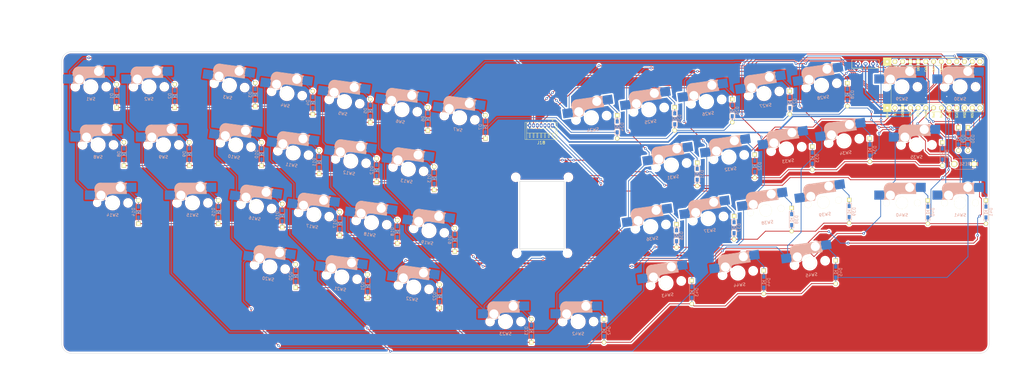
<source format=kicad_pcb>
(kicad_pcb (version 20171130) (host pcbnew 5.1.5+dfsg1-2build2)
  (layers (0 F.Cu signal) (31 B.Cu signal) (34 B.Paste user) (35 F.Paste user) (36 B.SilkS user) (37 F.SilkS user) (38 B.Mask user) (39 F.Mask user) (44 Edge.Cuts user))
  (net 0 "")
  (net 1 "Net-(D1-Pad2)")
  (net 2 Row0)
  (net 3 "Net-(D2-Pad2)")
  (net 4 "Net-(D3-Pad2)")
  (net 5 "Net-(D4-Pad2)")
  (net 6 "Net-(D5-Pad2)")
  (net 7 "Net-(D6-Pad2)")
  (net 8 "Net-(D7-Pad2)")
  (net 9 "Net-(D8-Pad2)")
  (net 10 Row1)
  (net 11 "Net-(D9-Pad2)")
  (net 12 "Net-(D10-Pad2)")
  (net 13 "Net-(D11-Pad2)")
  (net 14 "Net-(D12-Pad2)")
  (net 15 "Net-(D13-Pad2)")
  (net 16 "Net-(D14-Pad2)")
  (net 17 Row2)
  (net 18 "Net-(D15-Pad2)")
  (net 19 "Net-(D16-Pad2)")
  (net 20 "Net-(D17-Pad2)")
  (net 21 "Net-(D18-Pad2)")
  (net 22 "Net-(D19-Pad2)")
  (net 23 "Net-(D20-Pad2)")
  (net 24 Row3)
  (net 25 "Net-(D21-Pad2)")
  (net 26 "Net-(D22-Pad2)")
  (net 27 "Net-(D23-Pad2)")
  (net 28 "Net-(D24-Pad1)")
  (net 29 "Net-(D25-Pad1)")
  (net 30 "Net-(D26-Pad1)")
  (net 31 "Net-(D27-Pad1)")
  (net 32 "Net-(D28-Pad1)")
  (net 33 "Net-(D29-Pad1)")
  (net 34 "Net-(D30-Pad1)")
  (net 35 "Net-(D31-Pad1)")
  (net 36 "Net-(D32-Pad1)")
  (net 37 "Net-(D33-Pad1)")
  (net 38 "Net-(D34-Pad1)")
  (net 39 "Net-(D35-Pad1)")
  (net 40 "Net-(D36-Pad1)")
  (net 41 "Net-(D37-Pad1)")
  (net 42 "Net-(D38-Pad1)")
  (net 43 "Net-(D39-Pad1)")
  (net 44 "Net-(D40-Pad1)")
  (net 45 "Net-(D41-Pad1)")
  (net 46 "Net-(D42-Pad1)")
  (net 47 "Net-(D43-Pad1)")
  (net 48 "Net-(D44-Pad1)")
  (net 49 "Net-(D45-Pad1)")
  (net 50 GND)
  (net 51 Bat+)
  (net 52 MOTION)
  (net 53 SS)
  (net 54 SCLK)
  (net 55 MOSI)
  (net 56 MISO)
  (net 57 VCC)
  (net 58 Col0)
  (net 59 Col1)
  (net 60 Col2)
  (net 61 Col3)
  (net 62 Col4)
  (net 63 Col5)
  (net 64 Col6)
  (net 65 Reset)
  (net 66 "Net-(U1-Pad13)")
  (net 67 "Net-(U1-Pad12)")
  (net 68 "Net-(U1-Pad1)")
  (module kbd_SW:CherryMX_Hotswap_1.25u (layer F.Cu) (at 30.9625 47.675)
    (fp_text reference SW8 (at 0 4) (layer B.SilkS) (effects (justify mirror)))
    (fp_text value SW_PUSH hide)
    (pad 1 smd rect (at -7 -2.58 180) (size 3.3 3) (drill (offset 0.45 0)) (layers B.Cu B.Paste B.Mask) (net 58 Col0))
    (pad "" np_thru_hole circle (at -3.81 -2.54 180) (size 3 3) (drill 3) (layers *.Cu *.Mask))
    (pad "" np_thru_hole circle (at 2.54 -5.08 180) (size 3 3) (drill 3) (layers *.Cu *.Mask))
    (pad "" np_thru_hole circle (at 0 0 90) (size 4 4) (drill 4) (layers *.Cu *.Mask F.SilkS))
    (pad "" np_thru_hole circle (at 5.08 0) (size 2.2 2.2) (drill 2.2) (layers *.Cu *.Mask F.SilkS))
    (pad "" np_thru_hole circle (at -5.08 0) (size 2.2 2.2) (drill 2.2) (layers *.Cu *.Mask F.SilkS))
    (pad 2 smd rect (at 5.7 -5.12 180) (size 3.3 3) (drill (offset -0.45 0)) (layers B.Cu B.Paste B.Mask) (net 9 "Net-(D8-Pad2)"))
  )
  (module kbd_SW:CherryMX_Hotswap_1.0u (layer F.Cu) (at 149.772356 38.749772 352)
    (fp_text reference SW7 (at 0 4 172) (layer B.SilkS) (effects (justify mirror)))
    (fp_text value SW_PUSH hide)
    (pad 1 smd rect (at -7 -2.58 172) (size 3.3 3) (drill (offset 0.45 0)) (layers B.Cu B.Paste B.Mask) (net 64 Col6))
    (pad "" np_thru_hole circle (at -3.81 -2.54 172) (size 3 3) (drill 3) (layers *.Cu *.Mask))
    (pad "" np_thru_hole circle (at 2.54 -5.08 172) (size 3 3) (drill 3) (layers *.Cu *.Mask))
    (pad "" np_thru_hole circle (at 0 0 82) (size 4 4) (drill 4) (layers *.Cu *.Mask F.SilkS))
    (pad "" np_thru_hole circle (at 5.08 0 352) (size 2.2 2.2) (drill 2.2) (layers *.Cu *.Mask F.SilkS))
    (pad "" np_thru_hole circle (at -5.08 0 352) (size 2.2 2.2) (drill 2.2) (layers *.Cu *.Mask F.SilkS))
    (pad 2 smd rect (at 5.7 -5.12 172) (size 3.3 3) (drill (offset -0.45 0)) (layers B.Cu B.Paste B.Mask) (net 8 "Net-(D7-Pad2)"))
  )
  (module kbd_SW:CherryMX_Hotswap_1.25u (layer F.Cu) (at 87.419642 87.849789 352)
    (fp_text reference SW20 (at 0 4 172) (layer B.SilkS) (effects (justify mirror)))
    (fp_text value SW_PUSH hide)
    (pad 1 smd rect (at -7 -2.58 172) (size 3.3 3) (drill (offset 0.45 0)) (layers B.Cu B.Paste B.Mask) (net 60 Col2))
    (pad "" np_thru_hole circle (at -3.81 -2.54 172) (size 3 3) (drill 3) (layers *.Cu *.Mask))
    (pad "" np_thru_hole circle (at 2.54 -5.08 172) (size 3 3) (drill 3) (layers *.Cu *.Mask))
    (pad "" np_thru_hole circle (at 0 0 82) (size 4 4) (drill 4) (layers *.Cu *.Mask F.SilkS))
    (pad "" np_thru_hole circle (at 5.08 0 352) (size 2.2 2.2) (drill 2.2) (layers *.Cu *.Mask F.SilkS))
    (pad "" np_thru_hole circle (at -5.08 0 352) (size 2.2 2.2) (drill 2.2) (layers *.Cu *.Mask F.SilkS))
    (pad 2 smd rect (at 5.7 -5.12 172) (size 3.3 3) (drill (offset -0.45 0)) (layers B.Cu B.Paste B.Mask) (net 23 "Net-(D20-Pad2)"))
  )
  (module kbd_SW:CherryMX_Hotswap_1.25u (layer F.Cu) (at 111.062292 91.172547 352)
    (fp_text reference SW21 (at 0 4 172) (layer B.SilkS) (effects (justify mirror)))
    (fp_text value SW_PUSH hide)
    (pad 1 smd rect (at -7 -2.58 172) (size 3.3 3) (drill (offset 0.45 0)) (layers B.Cu B.Paste B.Mask) (net 61 Col3))
    (pad "" np_thru_hole circle (at -3.81 -2.54 172) (size 3 3) (drill 3) (layers *.Cu *.Mask))
    (pad "" np_thru_hole circle (at 2.54 -5.08 172) (size 3 3) (drill 3) (layers *.Cu *.Mask))
    (pad "" np_thru_hole circle (at 0 0 82) (size 4 4) (drill 4) (layers *.Cu *.Mask F.SilkS))
    (pad "" np_thru_hole circle (at 5.08 0 352) (size 2.2 2.2) (drill 2.2) (layers *.Cu *.Mask F.SilkS))
    (pad "" np_thru_hole circle (at -5.08 0 352) (size 2.2 2.2) (drill 2.2) (layers *.Cu *.Mask F.SilkS))
    (pad 2 smd rect (at 5.7 -5.12 172) (size 3.3 3) (drill (offset -0.45 0)) (layers B.Cu B.Paste B.Mask) (net 25 "Net-(D21-Pad2)"))
  )
  (module kbd_SW:CherryMX_Hotswap_1.25u (layer F.Cu) (at 134.704943 94.495305 352)
    (fp_text reference SW22 (at 0 4 172) (layer B.SilkS) (effects (justify mirror)))
    (fp_text value SW_PUSH hide)
    (pad 1 smd rect (at -7 -2.58 172) (size 3.3 3) (drill (offset 0.45 0)) (layers B.Cu B.Paste B.Mask) (net 62 Col4))
    (pad "" np_thru_hole circle (at -3.81 -2.54 172) (size 3 3) (drill 3) (layers *.Cu *.Mask))
    (pad "" np_thru_hole circle (at 2.54 -5.08 172) (size 3 3) (drill 3) (layers *.Cu *.Mask))
    (pad "" np_thru_hole circle (at 0 0 82) (size 4 4) (drill 4) (layers *.Cu *.Mask F.SilkS))
    (pad "" np_thru_hole circle (at 5.08 0 352) (size 2.2 2.2) (drill 2.2) (layers *.Cu *.Mask F.SilkS))
    (pad "" np_thru_hole circle (at -5.08 0 352) (size 2.2 2.2) (drill 2.2) (layers *.Cu *.Mask F.SilkS))
    (pad 2 smd rect (at 5.7 -5.12 172) (size 3.3 3) (drill (offset -0.45 0)) (layers B.Cu B.Paste B.Mask) (net 26 "Net-(D22-Pad2)"))
  )
  (module kbd_SW:CherryMX_Hotswap_1.25u (layer F.Cu) (at 164.8725 105.84)
    (fp_text reference SW23 (at 0 4) (layer B.SilkS) (effects (justify mirror)))
    (fp_text value SW_PUSH hide)
    (pad 1 smd rect (at -7 -2.58 180) (size 3.3 3) (drill (offset 0.45 0)) (layers B.Cu B.Paste B.Mask) (net 63 Col5))
    (pad "" np_thru_hole circle (at -3.81 -2.54 180) (size 3 3) (drill 3) (layers *.Cu *.Mask))
    (pad "" np_thru_hole circle (at 2.54 -5.08 180) (size 3 3) (drill 3) (layers *.Cu *.Mask))
    (pad "" np_thru_hole circle (at 0 0 90) (size 4 4) (drill 4) (layers *.Cu *.Mask F.SilkS))
    (pad "" np_thru_hole circle (at 5.08 0) (size 2.2 2.2) (drill 2.2) (layers *.Cu *.Mask F.SilkS))
    (pad "" np_thru_hole circle (at -5.08 0) (size 2.2 2.2) (drill 2.2) (layers *.Cu *.Mask F.SilkS))
    (pad 2 smd rect (at 5.7 -5.12 180) (size 3.3 3) (drill (offset -0.45 0)) (layers B.Cu B.Paste B.Mask) (net 27 "Net-(D23-Pad2)"))
  )
  (module kbd_SW:CherryMX_Hotswap_1.25u (layer F.Cu) (at 188.7475 105.84)
    (fp_text reference SW42 (at 0 4) (layer B.SilkS) (effects (justify mirror)))
    (fp_text value SW_PUSH hide)
    (pad 1 smd rect (at -7 -2.58 180) (size 3.3 3) (drill (offset 0.45 0)) (layers B.Cu B.Paste B.Mask) (net 59 Col1))
    (pad "" np_thru_hole circle (at -3.81 -2.54 180) (size 3 3) (drill 3) (layers *.Cu *.Mask))
    (pad "" np_thru_hole circle (at 2.54 -5.08 180) (size 3 3) (drill 3) (layers *.Cu *.Mask))
    (pad "" np_thru_hole circle (at 0 0 90) (size 4 4) (drill 4) (layers *.Cu *.Mask F.SilkS))
    (pad "" np_thru_hole circle (at 5.08 0) (size 2.2 2.2) (drill 2.2) (layers *.Cu *.Mask F.SilkS))
    (pad "" np_thru_hole circle (at -5.08 0) (size 2.2 2.2) (drill 2.2) (layers *.Cu *.Mask F.SilkS))
    (pad 2 smd rect (at 5.7 -5.12 180) (size 3.3 3) (drill (offset -0.45 0)) (layers B.Cu B.Paste B.Mask) (net 46 "Net-(D42-Pad1)"))
  )
  (module kbd_SW:CherryMX_Hotswap_1.25u (layer F.Cu) (at 217.602604 93.17316 8)
    (fp_text reference SW43 (at 0 4 8) (layer B.SilkS) (effects (justify mirror)))
    (fp_text value SW_PUSH hide)
    (pad 1 smd rect (at -7 -2.58 188) (size 3.3 3) (drill (offset 0.45 0)) (layers B.Cu B.Paste B.Mask) (net 60 Col2))
    (pad "" np_thru_hole circle (at -3.81 -2.54 188) (size 3 3) (drill 3) (layers *.Cu *.Mask))
    (pad "" np_thru_hole circle (at 2.54 -5.08 188) (size 3 3) (drill 3) (layers *.Cu *.Mask))
    (pad "" np_thru_hole circle (at 0 0 98) (size 4 4) (drill 4) (layers *.Cu *.Mask F.SilkS))
    (pad "" np_thru_hole circle (at 5.08 0 8) (size 2.2 2.2) (drill 2.2) (layers *.Cu *.Mask F.SilkS))
    (pad "" np_thru_hole circle (at -5.08 0 8) (size 2.2 2.2) (drill 2.2) (layers *.Cu *.Mask F.SilkS))
    (pad 2 smd rect (at 5.7 -5.12 188) (size 3.3 3) (drill (offset -0.45 0)) (layers B.Cu B.Paste B.Mask) (net 47 "Net-(D43-Pad1)"))
  )
  (module kbd_SW:CherryMX_Hotswap_1.25u (layer F.Cu) (at 241.245254 89.850403 8)
    (fp_text reference SW44 (at 0 4 8) (layer B.SilkS) (effects (justify mirror)))
    (fp_text value SW_PUSH hide)
    (pad 1 smd rect (at -7 -2.58 188) (size 3.3 3) (drill (offset 0.45 0)) (layers B.Cu B.Paste B.Mask) (net 61 Col3))
    (pad "" np_thru_hole circle (at -3.81 -2.54 188) (size 3 3) (drill 3) (layers *.Cu *.Mask))
    (pad "" np_thru_hole circle (at 2.54 -5.08 188) (size 3 3) (drill 3) (layers *.Cu *.Mask))
    (pad "" np_thru_hole circle (at 0 0 98) (size 4 4) (drill 4) (layers *.Cu *.Mask F.SilkS))
    (pad "" np_thru_hole circle (at 5.08 0 8) (size 2.2 2.2) (drill 2.2) (layers *.Cu *.Mask F.SilkS))
    (pad "" np_thru_hole circle (at -5.08 0 8) (size 2.2 2.2) (drill 2.2) (layers *.Cu *.Mask F.SilkS))
    (pad 2 smd rect (at 5.7 -5.12 188) (size 3.3 3) (drill (offset -0.45 0)) (layers B.Cu B.Paste B.Mask) (net 48 "Net-(D44-Pad1)"))
  )
  (module kbd_SW:CherryMX_Hotswap_1.25u (layer F.Cu) (at 264.887904 86.527645 8)
    (fp_text reference SW45 (at 0 4 8) (layer B.SilkS) (effects (justify mirror)))
    (fp_text value SW_PUSH hide)
    (pad 1 smd rect (at -7 -2.58 188) (size 3.3 3) (drill (offset 0.45 0)) (layers B.Cu B.Paste B.Mask) (net 62 Col4))
    (pad "" np_thru_hole circle (at -3.81 -2.54 188) (size 3 3) (drill 3) (layers *.Cu *.Mask))
    (pad "" np_thru_hole circle (at 2.54 -5.08 188) (size 3 3) (drill 3) (layers *.Cu *.Mask))
    (pad "" np_thru_hole circle (at 0 0 98) (size 4 4) (drill 4) (layers *.Cu *.Mask F.SilkS))
    (pad "" np_thru_hole circle (at 5.08 0 8) (size 2.2 2.2) (drill 2.2) (layers *.Cu *.Mask F.SilkS))
    (pad "" np_thru_hole circle (at -5.08 0 8) (size 2.2 2.2) (drill 2.2) (layers *.Cu *.Mask F.SilkS))
    (pad 2 smd rect (at 5.7 -5.12 188) (size 3.3 3) (drill (offset -0.45 0)) (layers B.Cu B.Paste B.Mask) (net 49 "Net-(D45-Pad1)"))
  )
  (module MountingHole:MountingHole_2.2mm_M2 (layer F.Cu) (at 185.5475 58.335)
    (fp_text reference REF** hide)
    (fp_text value MountingHole_2.2mm_M2)
    (pad 1 np_thru_hole circle (at 0 0) (size 2.2 2.2) (drill 2.2) (layers *.Cu *.Mask))
  )
  (module MountingHole:MountingHole_2.2mm_M2 (layer F.Cu) (at 168.2475 58.335)
    (fp_text reference REF** hide)
    (fp_text value MountingHole_2.2mm_M2)
    (pad 1 np_thru_hole circle (at 0 0) (size 2.2 2.2) (drill 2.2) (layers *.Cu *.Mask))
  )
  (module MountingHole:MountingHole_2.2mm_M2 (layer F.Cu) (at 168.5475 83.335)
    (fp_text reference REF** hide)
    (fp_text value MountingHole_2.2mm_M2)
    (pad 1 np_thru_hole circle (at 0 0) (size 2.2 2.2) (drill 2.2) (layers *.Cu *.Mask))
  )
  (module MountingHole:MountingHole_2.2mm_M2 (layer F.Cu) (at 185.2475 83.335)
    (fp_text reference REF** hide)
    (fp_text value MountingHole_2.2mm_M2)
    (pad 1 np_thru_hole circle (at 0 0) (size 2.2 2.2) (drill 2.2) (layers *.Cu *.Mask))
  )
  (module kbd_Parts:Micon_BMP_GL (layer F.Cu) (at 307.34 27.94 90)
    (fp_text reference U1 hide)
    (fp_text value BLEMicroPro hide)
    (fp_text user Col3 (at 5.25 3.302 90) (layer F.SilkS) (effects (font (size 0.75 0.5) (thickness 0.125))))
    (fp_text user SCLK (at -9.95 5.85 90) (layer F.SilkS) (effects (font (size 0.75 0.5) (thickness 0.125))))
    (fp_text user Col4 (at 5.2 5.85 90) (layer F.SilkS) (effects (font (size 0.75 0.5) (thickness 0.125))))
    (fp_text user MISO (at -9.95 8.4455 90) (layer F.SilkS) (effects (font (size 0.75 0.5) (thickness 0.125))))
    (fp_text user Col5 (at 5.2 8.4455 90) (layer F.SilkS) (effects (font (size 0.75 0.5) (thickness 0.125))))
    (fp_text user MOSI (at -9.95 10.95 90) (layer F.SilkS) (effects (font (size 0.75 0.5) (thickness 0.125))))
    (fp_text user Row0 (at -9.9 -4.3 90) (layer F.SilkS) (effects (font (size 0.75 0.5) (thickness 0.125))))
    (fp_text user Col0 (at 5.161 -4.318 90) (layer F.SilkS) (effects (font (size 0.75 0.5) (thickness 0.125))))
    (fp_text user Row1 (at -9.85 -1.778 90) (layer F.SilkS) (effects (font (size 0.75 0.5) (thickness 0.125))))
    (fp_text user Col1 (at 5.161 -1.778 90) (layer F.SilkS) (effects (font (size 0.75 0.5) (thickness 0.125))))
    (fp_text user Row2 (at -9.9 0.762 90) (layer F.SilkS) (effects (font (size 0.75 0.5) (thickness 0.125))))
    (fp_text user Col2 (at 5.2 0.8 90) (layer F.SilkS) (effects (font (size 0.75 0.5) (thickness 0.125))))
    (fp_text user Row3 (at -9.9 3.35 90) (layer F.SilkS) (effects (font (size 0.75 0.5) (thickness 0.125))))
    (fp_text user GND (at 5.361 -6.7945 90) (layer F.SilkS) (effects (font (size 0.75 0.5) (thickness 0.125))))
    (fp_text user VCC (at -9.8155 -6.858 90) (layer F.SilkS) (effects (font (size 0.75 0.5) (thickness 0.125))))
    (fp_text user GND (at 5.4245 -9.3345 90) (layer F.SilkS) (effects (font (size 0.75 0.5) (thickness 0.125))))
    (fp_text user RST (at -9.8155 -9.3345 90) (layer F.SilkS) (effects (font (size 0.75 0.5) (thickness 0.125))))
    (fp_text user GND (at -9.8155 -11.938 90) (layer F.SilkS) (effects (font (size 0.75 0.5) (thickness 0.125))))
    (fp_text user LED (at 5.5 -14.478 90) (layer F.SilkS) (effects (font (size 0.75 0.5) (thickness 0.125))))
    (fp_text user SS (at -9.8155 -14.478 90) (layer F.SilkS) (effects (font (size 0.75 0.5) (thickness 0.125))))
    (fp_text user "" (at -1.2065 -16.256 90) (layer B.SilkS) (effects (justify mirror)))
    (fp_text user "" (at -0.5 -17.25 90) (layer F.SilkS))
    (fp_text user BAT+ (at -9.9155 -17.018 90) (layer F.SilkS) (effects (font (size 0.75 0.5) (thickness 0.125))))
    (fp_text user BAT- (at 5.3 -17.018 90) (layer F.SilkS) (effects (font (size 0.75 0.5) (thickness 0.125))))
    (fp_text user BMP (at 0 -17 90) (layer F.SilkS))
    (pad 24 thru_hole circle (at -7.5636 -14.478 90) (size 1.524 1.524) (drill 0.8128) (layers *.Cu *.Mask F.SilkS) (net 53 SS))
    (pad 23 thru_hole circle (at -7.5636 -11.938 90) (size 1.524 1.524) (drill 0.8128) (layers *.Cu *.Mask F.SilkS) (net 50 GND))
    (pad 22 thru_hole circle (at -7.5636 -9.398 90) (size 1.524 1.524) (drill 0.8128) (layers *.Cu *.Mask F.SilkS) (net 65 Reset))
    (pad 21 thru_hole circle (at -7.5636 -6.858 90) (size 1.524 1.524) (drill 0.8128) (layers *.Cu *.Mask F.SilkS) (net 57 VCC))
    (pad 20 thru_hole circle (at -7.5636 -4.318 90) (size 1.524 1.524) (drill 0.8128) (layers *.Cu *.Mask F.SilkS) (net 2 Row0))
    (pad 19 thru_hole circle (at -7.5636 -1.778 90) (size 1.524 1.524) (drill 0.8128) (layers *.Cu *.Mask F.SilkS) (net 10 Row1))
    (pad 18 thru_hole circle (at -7.5636 0.762 90) (size 1.524 1.524) (drill 0.8128) (layers *.Cu *.Mask F.SilkS) (net 17 Row2))
    (pad 17 thru_hole circle (at -7.5636 3.302 90) (size 1.524 1.524) (drill 0.8128) (layers *.Cu *.Mask F.SilkS) (net 24 Row3))
    (pad 16 thru_hole circle (at -7.5636 5.842 90) (size 1.524 1.524) (drill 0.8128) (layers *.Cu *.Mask F.SilkS) (net 54 SCLK))
    (pad 15 thru_hole circle (at -7.5636 8.382 90) (size 1.524 1.524) (drill 0.8128) (layers *.Cu *.Mask F.SilkS) (net 56 MISO))
    (pad 14 thru_hole circle (at -7.5636 10.922 90) (size 1.524 1.524) (drill 0.8128) (layers *.Cu *.Mask F.SilkS) (net 55 MOSI))
    (pad 13 thru_hole circle (at -7.5636 13.462 90) (size 1.524 1.524) (drill 0.8128) (layers *.Cu *.Mask F.SilkS) (net 66 "Net-(U1-Pad13)"))
    (pad 12 thru_hole circle (at 7.6564 13.462 90) (size 1.524 1.524) (drill 0.8128) (layers *.Cu *.Mask F.SilkS) (net 67 "Net-(U1-Pad12)"))
    (pad 11 thru_hole circle (at 7.6564 10.922 90) (size 1.524 1.524) (drill 0.8128) (layers *.Cu *.Mask F.SilkS) (net 64 Col6))
    (pad 10 thru_hole circle (at 7.6564 8.382 90) (size 1.524 1.524) (drill 0.8128) (layers *.Cu *.Mask F.SilkS) (net 63 Col5))
    (pad 9 thru_hole circle (at 7.6564 5.842 90) (size 1.524 1.524) (drill 0.8128) (layers *.Cu *.Mask F.SilkS) (net 62 Col4))
    (pad 8 thru_hole circle (at 7.6564 3.302 90) (size 1.524 1.524) (drill 0.8128) (layers *.Cu *.Mask F.SilkS) (net 61 Col3))
    (pad 7 thru_hole circle (at 7.6564 0.762 90) (size 1.524 1.524) (drill 0.8128) (layers *.Cu *.Mask F.SilkS) (net 60 Col2))
    (pad 6 thru_hole circle (at 7.6564 -1.778 90) (size 1.524 1.524) (drill 0.8128) (layers *.Cu *.Mask F.SilkS) (net 59 Col1))
    (pad 5 thru_hole circle (at 7.6564 -4.318 90) (size 1.524 1.524) (drill 0.8128) (layers *.Cu *.Mask F.SilkS) (net 58 Col0))
    (pad 4 thru_hole circle (at 7.6564 -6.858 90) (size 1.524 1.524) (drill 0.8128) (layers *.Cu *.Mask F.SilkS) (net 50 GND))
    (pad 3 thru_hole circle (at 7.6564 -9.398 90) (size 1.524 1.524) (drill 0.8128) (layers *.Cu *.Mask F.SilkS) (net 50 GND))
    (pad 2 thru_hole circle (at 7.6564 -11.938 90) (size 1.524 1.524) (drill 0.8128) (layers *.Cu *.Mask F.SilkS) (net 52 MOTION))
    (pad 1 thru_hole circle (at 7.6564 -14.478 90) (size 1.524 1.524) (drill 0.8128) (layers *.Cu *.Mask F.SilkS) (net 68 "Net-(U1-Pad1)"))
    (pad 26 thru_hole circle (at 7.6564 -17.018 90) (size 1.524 1.524) (drill 0.8128) (layers *.Cu *.Mask F.SilkS) (net 50 GND))
    (pad 25 thru_hole circle (at -7.5636 -17.018 90) (size 1.524 1.524) (drill 0.8128) (layers *.Cu *.Mask F.SilkS) (net 51 Bat+))
  )
  (module kbd_Parts:ResetSW (layer F.Cu) (at 315.595 53.975 180)
    (fp_text reference SW81 hide)
    (fp_text value SW_PUSH)
    (fp_text user RESET (at 0.127 0) (layer B.SilkS) (effects (justify mirror)))
    (pad 1 thru_hole circle (at 3.25 0 180) (size 2 2) (drill 1.3) (layers *.Cu *.Mask F.SilkS) (net 65 Reset))
    (pad 2 thru_hole circle (at -3.25 0 180) (size 2 2) (drill 1.3) (layers *.Cu *.Mask F.SilkS) (net 50 GND))
  )
  (module kbd_SW:CherryMX_Hotswap_1.0u (layer F.Cu) (at 314.275 66.775)
    (fp_text reference SW41 (at 0 4) (layer B.SilkS) (effects (justify mirror)))
    (fp_text value SW_PUSH hide)
    (pad 1 smd rect (at -7 -2.58 180) (size 3.3 3) (drill (offset 0.45 0)) (layers B.Cu B.Paste B.Mask) (net 64 Col6))
    (pad "" np_thru_hole circle (at -3.81 -2.54 180) (size 3 3) (drill 3) (layers *.Cu *.Mask))
    (pad "" np_thru_hole circle (at 2.54 -5.08 180) (size 3 3) (drill 3) (layers *.Cu *.Mask))
    (pad "" np_thru_hole circle (at 0 0 90) (size 4 4) (drill 4) (layers *.Cu *.Mask F.SilkS))
    (pad "" np_thru_hole circle (at 5.08 0) (size 2.2 2.2) (drill 2.2) (layers *.Cu *.Mask F.SilkS))
    (pad "" np_thru_hole circle (at -5.08 0) (size 2.2 2.2) (drill 2.2) (layers *.Cu *.Mask F.SilkS))
    (pad 2 smd rect (at 5.7 -5.12 180) (size 3.3 3) (drill (offset -0.45 0)) (layers B.Cu B.Paste B.Mask) (net 45 "Net-(D41-Pad1)"))
  )
  (module kbd_SW:CherryMX_Hotswap_1.0u (layer F.Cu) (at 295.175 66.775)
    (fp_text reference SW40 (at 0 4) (layer B.SilkS) (effects (justify mirror)))
    (fp_text value SW_PUSH hide)
    (pad 1 smd rect (at -7 -2.58 180) (size 3.3 3) (drill (offset 0.45 0)) (layers B.Cu B.Paste B.Mask) (net 63 Col5))
    (pad "" np_thru_hole circle (at -3.81 -2.54 180) (size 3 3) (drill 3) (layers *.Cu *.Mask))
    (pad "" np_thru_hole circle (at 2.54 -5.08 180) (size 3 3) (drill 3) (layers *.Cu *.Mask))
    (pad "" np_thru_hole circle (at 0 0 90) (size 4 4) (drill 4) (layers *.Cu *.Mask F.SilkS))
    (pad "" np_thru_hole circle (at 5.08 0) (size 2.2 2.2) (drill 2.2) (layers *.Cu *.Mask F.SilkS))
    (pad "" np_thru_hole circle (at -5.08 0) (size 2.2 2.2) (drill 2.2) (layers *.Cu *.Mask F.SilkS))
    (pad 2 smd rect (at 5.7 -5.12 180) (size 3.3 3) (drill (offset -0.45 0)) (layers B.Cu B.Paste B.Mask) (net 44 "Net-(D40-Pad1)"))
  )
  (module kbd_SW:CherryMX_Hotswap_1.0u (layer F.Cu) (at 269.322493 66.616697 8)
    (fp_text reference SW39 (at 0 4 8) (layer B.SilkS) (effects (justify mirror)))
    (fp_text value SW_PUSH hide)
    (pad 1 smd rect (at -7 -2.58 188) (size 3.3 3) (drill (offset 0.45 0)) (layers B.Cu B.Paste B.Mask) (net 62 Col4))
    (pad "" np_thru_hole circle (at -3.81 -2.54 188) (size 3 3) (drill 3) (layers *.Cu *.Mask))
    (pad "" np_thru_hole circle (at 2.54 -5.08 188) (size 3 3) (drill 3) (layers *.Cu *.Mask))
    (pad "" np_thru_hole circle (at 0 0 98) (size 4 4) (drill 4) (layers *.Cu *.Mask F.SilkS))
    (pad "" np_thru_hole circle (at 5.08 0 8) (size 2.2 2.2) (drill 2.2) (layers *.Cu *.Mask F.SilkS))
    (pad "" np_thru_hole circle (at -5.08 0 8) (size 2.2 2.2) (drill 2.2) (layers *.Cu *.Mask F.SilkS))
    (pad 2 smd rect (at 5.7 -5.12 188) (size 3.3 3) (drill (offset -0.45 0)) (layers B.Cu B.Paste B.Mask) (net 43 "Net-(D39-Pad1)"))
  )
  (module kbd_SW:CherryMX_Hotswap_1.0u (layer F.Cu) (at 250.408373 69.274904 8)
    (fp_text reference SW38 (at 0 4 8) (layer B.SilkS) (effects (justify mirror)))
    (fp_text value SW_PUSH hide)
    (pad 1 smd rect (at -7 -2.58 188) (size 3.3 3) (drill (offset 0.45 0)) (layers B.Cu B.Paste B.Mask) (net 61 Col3))
    (pad "" np_thru_hole circle (at -3.81 -2.54 188) (size 3 3) (drill 3) (layers *.Cu *.Mask))
    (pad "" np_thru_hole circle (at 2.54 -5.08 188) (size 3 3) (drill 3) (layers *.Cu *.Mask))
    (pad "" np_thru_hole circle (at 0 0 98) (size 4 4) (drill 4) (layers *.Cu *.Mask F.SilkS))
    (pad "" np_thru_hole circle (at 5.08 0 8) (size 2.2 2.2) (drill 2.2) (layers *.Cu *.Mask F.SilkS))
    (pad "" np_thru_hole circle (at -5.08 0 8) (size 2.2 2.2) (drill 2.2) (layers *.Cu *.Mask F.SilkS))
    (pad 2 smd rect (at 5.7 -5.12 188) (size 3.3 3) (drill (offset -0.45 0)) (layers B.Cu B.Paste B.Mask) (net 42 "Net-(D38-Pad1)"))
  )
  (module kbd_SW:CherryMX_Hotswap_1.0u (layer F.Cu) (at 231.494253 71.93311 8)
    (fp_text reference SW37 (at 0 4 8) (layer B.SilkS) (effects (justify mirror)))
    (fp_text value SW_PUSH hide)
    (pad 1 smd rect (at -7 -2.58 188) (size 3.3 3) (drill (offset 0.45 0)) (layers B.Cu B.Paste B.Mask) (net 60 Col2))
    (pad "" np_thru_hole circle (at -3.81 -2.54 188) (size 3 3) (drill 3) (layers *.Cu *.Mask))
    (pad "" np_thru_hole circle (at 2.54 -5.08 188) (size 3 3) (drill 3) (layers *.Cu *.Mask))
    (pad "" np_thru_hole circle (at 0 0 98) (size 4 4) (drill 4) (layers *.Cu *.Mask F.SilkS))
    (pad "" np_thru_hole circle (at 5.08 0 8) (size 2.2 2.2) (drill 2.2) (layers *.Cu *.Mask F.SilkS))
    (pad "" np_thru_hole circle (at -5.08 0 8) (size 2.2 2.2) (drill 2.2) (layers *.Cu *.Mask F.SilkS))
    (pad 2 smd rect (at 5.7 -5.12 188) (size 3.3 3) (drill (offset -0.45 0)) (layers B.Cu B.Paste B.Mask) (net 41 "Net-(D37-Pad1)"))
  )
  (module kbd_SW:CherryMX_Hotswap_1.0u (layer F.Cu) (at 212.580133 74.591316 8)
    (fp_text reference SW36 (at 0 4 8) (layer B.SilkS) (effects (justify mirror)))
    (fp_text value SW_PUSH hide)
    (pad 1 smd rect (at -7 -2.58 188) (size 3.3 3) (drill (offset 0.45 0)) (layers B.Cu B.Paste B.Mask) (net 59 Col1))
    (pad "" np_thru_hole circle (at -3.81 -2.54 188) (size 3 3) (drill 3) (layers *.Cu *.Mask))
    (pad "" np_thru_hole circle (at 2.54 -5.08 188) (size 3 3) (drill 3) (layers *.Cu *.Mask))
    (pad "" np_thru_hole circle (at 0 0 98) (size 4 4) (drill 4) (layers *.Cu *.Mask F.SilkS))
    (pad "" np_thru_hole circle (at 5.08 0 8) (size 2.2 2.2) (drill 2.2) (layers *.Cu *.Mask F.SilkS))
    (pad "" np_thru_hole circle (at -5.08 0 8) (size 2.2 2.2) (drill 2.2) (layers *.Cu *.Mask F.SilkS))
    (pad 2 smd rect (at 5.7 -5.12 188) (size 3.3 3) (drill (offset -0.45 0)) (layers B.Cu B.Paste B.Mask) (net 40 "Net-(D36-Pad1)"))
  )
  (module kbd_SW:CherryMX_Hotswap_1.0u (layer F.Cu) (at 299.95 47.675)
    (fp_text reference SW35 (at 0 4) (layer B.SilkS) (effects (justify mirror)))
    (fp_text value SW_PUSH hide)
    (pad 1 smd rect (at -7 -2.58 180) (size 3.3 3) (drill (offset 0.45 0)) (layers B.Cu B.Paste B.Mask) (net 63 Col5))
    (pad "" np_thru_hole circle (at -3.81 -2.54 180) (size 3 3) (drill 3) (layers *.Cu *.Mask))
    (pad "" np_thru_hole circle (at 2.54 -5.08 180) (size 3 3) (drill 3) (layers *.Cu *.Mask))
    (pad "" np_thru_hole circle (at 0 0 90) (size 4 4) (drill 4) (layers *.Cu *.Mask F.SilkS))
    (pad "" np_thru_hole circle (at 5.08 0) (size 2.2 2.2) (drill 2.2) (layers *.Cu *.Mask F.SilkS))
    (pad "" np_thru_hole circle (at -5.08 0) (size 2.2 2.2) (drill 2.2) (layers *.Cu *.Mask F.SilkS))
    (pad 2 smd rect (at 5.7 -5.12 180) (size 3.3 3) (drill (offset -0.45 0)) (layers B.Cu B.Paste B.Mask) (net 39 "Net-(D35-Pad1)"))
  )
  (module kbd_SW:CherryMX_Hotswap_1.0u (layer F.Cu) (at 276.121347 46.373474 8)
    (fp_text reference SW34 (at 0 4 8) (layer B.SilkS) (effects (justify mirror)))
    (fp_text value SW_PUSH hide)
    (pad 1 smd rect (at -7 -2.58 188) (size 3.3 3) (drill (offset 0.45 0)) (layers B.Cu B.Paste B.Mask) (net 62 Col4))
    (pad "" np_thru_hole circle (at -3.81 -2.54 188) (size 3 3) (drill 3) (layers *.Cu *.Mask))
    (pad "" np_thru_hole circle (at 2.54 -5.08 188) (size 3 3) (drill 3) (layers *.Cu *.Mask))
    (pad "" np_thru_hole circle (at 0 0 98) (size 4 4) (drill 4) (layers *.Cu *.Mask F.SilkS))
    (pad "" np_thru_hole circle (at 5.08 0 8) (size 2.2 2.2) (drill 2.2) (layers *.Cu *.Mask F.SilkS))
    (pad "" np_thru_hole circle (at -5.08 0 8) (size 2.2 2.2) (drill 2.2) (layers *.Cu *.Mask F.SilkS))
    (pad 2 smd rect (at 5.7 -5.12 188) (size 3.3 3) (drill (offset -0.45 0)) (layers B.Cu B.Paste B.Mask) (net 38 "Net-(D34-Pad1)"))
  )
  (module kbd_SW:CherryMX_Hotswap_1.0u (layer F.Cu) (at 257.207227 49.03168 8)
    (fp_text reference SW33 (at 0 4 8) (layer B.SilkS) (effects (justify mirror)))
    (fp_text value SW_PUSH hide)
    (pad 1 smd rect (at -7 -2.58 188) (size 3.3 3) (drill (offset 0.45 0)) (layers B.Cu B.Paste B.Mask) (net 61 Col3))
    (pad "" np_thru_hole circle (at -3.81 -2.54 188) (size 3 3) (drill 3) (layers *.Cu *.Mask))
    (pad "" np_thru_hole circle (at 2.54 -5.08 188) (size 3 3) (drill 3) (layers *.Cu *.Mask))
    (pad "" np_thru_hole circle (at 0 0 98) (size 4 4) (drill 4) (layers *.Cu *.Mask F.SilkS))
    (pad "" np_thru_hole circle (at 5.08 0 8) (size 2.2 2.2) (drill 2.2) (layers *.Cu *.Mask F.SilkS))
    (pad "" np_thru_hole circle (at -5.08 0 8) (size 2.2 2.2) (drill 2.2) (layers *.Cu *.Mask F.SilkS))
    (pad 2 smd rect (at 5.7 -5.12 188) (size 3.3 3) (drill (offset -0.45 0)) (layers B.Cu B.Paste B.Mask) (net 37 "Net-(D33-Pad1)"))
  )
  (module kbd_SW:CherryMX_Hotswap_1.0u (layer F.Cu) (at 238.293107 51.689887 8)
    (fp_text reference SW32 (at 0 4 8) (layer B.SilkS) (effects (justify mirror)))
    (fp_text value SW_PUSH hide)
    (pad 1 smd rect (at -7 -2.58 188) (size 3.3 3) (drill (offset 0.45 0)) (layers B.Cu B.Paste B.Mask) (net 60 Col2))
    (pad "" np_thru_hole circle (at -3.81 -2.54 188) (size 3 3) (drill 3) (layers *.Cu *.Mask))
    (pad "" np_thru_hole circle (at 2.54 -5.08 188) (size 3 3) (drill 3) (layers *.Cu *.Mask))
    (pad "" np_thru_hole circle (at 0 0 98) (size 4 4) (drill 4) (layers *.Cu *.Mask F.SilkS))
    (pad "" np_thru_hole circle (at 5.08 0 8) (size 2.2 2.2) (drill 2.2) (layers *.Cu *.Mask F.SilkS))
    (pad "" np_thru_hole circle (at -5.08 0 8) (size 2.2 2.2) (drill 2.2) (layers *.Cu *.Mask F.SilkS))
    (pad 2 smd rect (at 5.7 -5.12 188) (size 3.3 3) (drill (offset -0.45 0)) (layers B.Cu B.Paste B.Mask) (net 36 "Net-(D32-Pad1)"))
  )
  (module kbd_SW:CherryMX_Hotswap_1.0u (layer F.Cu) (at 219.378987 54.348093 8)
    (fp_text reference SW31 (at 0 4 8) (layer B.SilkS) (effects (justify mirror)))
    (fp_text value SW_PUSH hide)
    (pad 1 smd rect (at -7 -2.58 188) (size 3.3 3) (drill (offset 0.45 0)) (layers B.Cu B.Paste B.Mask) (net 59 Col1))
    (pad "" np_thru_hole circle (at -3.81 -2.54 188) (size 3 3) (drill 3) (layers *.Cu *.Mask))
    (pad "" np_thru_hole circle (at 2.54 -5.08 188) (size 3 3) (drill 3) (layers *.Cu *.Mask))
    (pad "" np_thru_hole circle (at 0 0 98) (size 4 4) (drill 4) (layers *.Cu *.Mask F.SilkS))
    (pad "" np_thru_hole circle (at 5.08 0 8) (size 2.2 2.2) (drill 2.2) (layers *.Cu *.Mask F.SilkS))
    (pad "" np_thru_hole circle (at -5.08 0 8) (size 2.2 2.2) (drill 2.2) (layers *.Cu *.Mask F.SilkS))
    (pad 2 smd rect (at 5.7 -5.12 188) (size 3.3 3) (drill (offset -0.45 0)) (layers B.Cu B.Paste B.Mask) (net 35 "Net-(D31-Pad1)"))
  )
  (module kbd_SW:CherryMX_Hotswap_1.0u_Small1 (layer F.Cu) (at 314.275 28.575)
    (fp_text reference SW30 (at 0 4) (layer B.SilkS) (effects (justify mirror)))
    (fp_text value SW_PUSH hide)
    (pad 2 smd rect (at 5.7 -5.12 180) (size 3.3 2.8) (drill (offset -0.45 -0.1)) (layers B.Cu B.Paste B.Mask) (net 34 "Net-(D30-Pad1)"))
    (pad "" np_thru_hole circle (at -5.08 0) (size 2.2 2.2) (drill 2.2) (layers *.Cu *.Mask F.SilkS))
    (pad "" np_thru_hole circle (at 5.08 0) (size 2.2 2.2) (drill 2.2) (layers *.Cu *.Mask F.SilkS))
    (pad "" np_thru_hole circle (at 0 0 90) (size 4 4) (drill 4) (layers *.Cu *.Mask F.SilkS))
    (pad "" np_thru_hole circle (at 2.54 -5.08 180) (size 3 3) (drill 3) (layers *.Cu *.Mask))
    (pad "" np_thru_hole circle (at -3.81 -2.54 180) (size 3 3) (drill 3) (layers *.Cu *.Mask))
    (pad 1 smd rect (at -7 -2.58 180) (size 3.3 3) (drill (offset 0.45 0)) (layers B.Cu B.Paste B.Mask) (net 64 Col6))
  )
  (module kbd_SW:CherryMX_Hotswap_1.0u_Small1 (layer F.Cu) (at 295.175 28.575)
    (fp_text reference SW29 (at 0 4) (layer B.SilkS) (effects (justify mirror)))
    (fp_text value SW_PUSH hide)
    (pad 2 smd rect (at 5.7 -5.12 180) (size 3.3 2.8) (drill (offset -0.45 -0.1)) (layers B.Cu B.Paste B.Mask) (net 33 "Net-(D29-Pad1)"))
    (pad "" np_thru_hole circle (at -5.08 0) (size 2.2 2.2) (drill 2.2) (layers *.Cu *.Mask F.SilkS))
    (pad "" np_thru_hole circle (at 5.08 0) (size 2.2 2.2) (drill 2.2) (layers *.Cu *.Mask F.SilkS))
    (pad "" np_thru_hole circle (at 0 0 90) (size 4 4) (drill 4) (layers *.Cu *.Mask F.SilkS))
    (pad "" np_thru_hole circle (at 2.54 -5.08 180) (size 3 3) (drill 3) (layers *.Cu *.Mask))
    (pad "" np_thru_hole circle (at -3.81 -2.54 180) (size 3 3) (drill 3) (layers *.Cu *.Mask))
    (pad 1 smd rect (at -7 -2.58 180) (size 3.3 3) (drill (offset 0.45 0)) (layers B.Cu B.Paste B.Mask) (net 63 Col5))
  )
  (module kbd_SW:CherryMX_Hotswap_1.0u (layer F.Cu) (at 268.734611 28.123906 8)
    (fp_text reference SW28 (at 0 4 8) (layer B.SilkS) (effects (justify mirror)))
    (fp_text value SW_PUSH hide)
    (pad 1 smd rect (at -7 -2.58 188) (size 3.3 3) (drill (offset 0.45 0)) (layers B.Cu B.Paste B.Mask) (net 62 Col4))
    (pad "" np_thru_hole circle (at -3.81 -2.54 188) (size 3 3) (drill 3) (layers *.Cu *.Mask))
    (pad "" np_thru_hole circle (at 2.54 -5.08 188) (size 3 3) (drill 3) (layers *.Cu *.Mask))
    (pad "" np_thru_hole circle (at 0 0 98) (size 4 4) (drill 4) (layers *.Cu *.Mask F.SilkS))
    (pad "" np_thru_hole circle (at 5.08 0 8) (size 2.2 2.2) (drill 2.2) (layers *.Cu *.Mask F.SilkS))
    (pad "" np_thru_hole circle (at -5.08 0 8) (size 2.2 2.2) (drill 2.2) (layers *.Cu *.Mask F.SilkS))
    (pad 2 smd rect (at 5.7 -5.12 188) (size 3.3 3) (drill (offset -0.45 0)) (layers B.Cu B.Paste B.Mask) (net 32 "Net-(D28-Pad1)"))
  )
  (module kbd_SW:CherryMX_Hotswap_1.0u (layer F.Cu) (at 249.820491 30.782112 8)
    (fp_text reference SW27 (at 0 4 8) (layer B.SilkS) (effects (justify mirror)))
    (fp_text value SW_PUSH hide)
    (pad 1 smd rect (at -7 -2.58 188) (size 3.3 3) (drill (offset 0.45 0)) (layers B.Cu B.Paste B.Mask) (net 61 Col3))
    (pad "" np_thru_hole circle (at -3.81 -2.54 188) (size 3 3) (drill 3) (layers *.Cu *.Mask))
    (pad "" np_thru_hole circle (at 2.54 -5.08 188) (size 3 3) (drill 3) (layers *.Cu *.Mask))
    (pad "" np_thru_hole circle (at 0 0 98) (size 4 4) (drill 4) (layers *.Cu *.Mask F.SilkS))
    (pad "" np_thru_hole circle (at 5.08 0 8) (size 2.2 2.2) (drill 2.2) (layers *.Cu *.Mask F.SilkS))
    (pad "" np_thru_hole circle (at -5.08 0 8) (size 2.2 2.2) (drill 2.2) (layers *.Cu *.Mask F.SilkS))
    (pad 2 smd rect (at 5.7 -5.12 188) (size 3.3 3) (drill (offset -0.45 0)) (layers B.Cu B.Paste B.Mask) (net 31 "Net-(D27-Pad1)"))
  )
  (module kbd_SW:CherryMX_Hotswap_1.0u (layer F.Cu) (at 230.906371 33.440318 8)
    (fp_text reference SW26 (at 0 4 8) (layer B.SilkS) (effects (justify mirror)))
    (fp_text value SW_PUSH hide)
    (pad 1 smd rect (at -7 -2.58 188) (size 3.3 3) (drill (offset 0.45 0)) (layers B.Cu B.Paste B.Mask) (net 60 Col2))
    (pad "" np_thru_hole circle (at -3.81 -2.54 188) (size 3 3) (drill 3) (layers *.Cu *.Mask))
    (pad "" np_thru_hole circle (at 2.54 -5.08 188) (size 3 3) (drill 3) (layers *.Cu *.Mask))
    (pad "" np_thru_hole circle (at 0 0 98) (size 4 4) (drill 4) (layers *.Cu *.Mask F.SilkS))
    (pad "" np_thru_hole circle (at 5.08 0 8) (size 2.2 2.2) (drill 2.2) (layers *.Cu *.Mask F.SilkS))
    (pad "" np_thru_hole circle (at -5.08 0 8) (size 2.2 2.2) (drill 2.2) (layers *.Cu *.Mask F.SilkS))
    (pad 2 smd rect (at 5.7 -5.12 188) (size 3.3 3) (drill (offset -0.45 0)) (layers B.Cu B.Paste B.Mask) (net 30 "Net-(D26-Pad1)"))
  )
  (module kbd_SW:CherryMX_Hotswap_1.0u (layer F.Cu) (at 211.99225 36.098524 8)
    (fp_text reference SW25 (at 0 4 8) (layer B.SilkS) (effects (justify mirror)))
    (fp_text value SW_PUSH hide)
    (pad 1 smd rect (at -7 -2.58 188) (size 3.3 3) (drill (offset 0.45 0)) (layers B.Cu B.Paste B.Mask) (net 59 Col1))
    (pad "" np_thru_hole circle (at -3.81 -2.54 188) (size 3 3) (drill 3) (layers *.Cu *.Mask))
    (pad "" np_thru_hole circle (at 2.54 -5.08 188) (size 3 3) (drill 3) (layers *.Cu *.Mask))
    (pad "" np_thru_hole circle (at 0 0 98) (size 4 4) (drill 4) (layers *.Cu *.Mask F.SilkS))
    (pad "" np_thru_hole circle (at 5.08 0 8) (size 2.2 2.2) (drill 2.2) (layers *.Cu *.Mask F.SilkS))
    (pad "" np_thru_hole circle (at -5.08 0 8) (size 2.2 2.2) (drill 2.2) (layers *.Cu *.Mask F.SilkS))
    (pad 2 smd rect (at 5.7 -5.12 188) (size 3.3 3) (drill (offset -0.45 0)) (layers B.Cu B.Paste B.Mask) (net 29 "Net-(D25-Pad1)"))
  )
  (module kbd_SW:CherryMX_Hotswap_1.0u (layer F.Cu) (at 193.07813 38.756731 8)
    (fp_text reference SW24 (at 0 4 8) (layer B.SilkS) (effects (justify mirror)))
    (fp_text value SW_PUSH hide)
    (pad 1 smd rect (at -7 -2.58 188) (size 3.3 3) (drill (offset 0.45 0)) (layers B.Cu B.Paste B.Mask) (net 58 Col0))
    (pad "" np_thru_hole circle (at -3.81 -2.54 188) (size 3 3) (drill 3) (layers *.Cu *.Mask))
    (pad "" np_thru_hole circle (at 2.54 -5.08 188) (size 3 3) (drill 3) (layers *.Cu *.Mask))
    (pad "" np_thru_hole circle (at 0 0 98) (size 4 4) (drill 4) (layers *.Cu *.Mask F.SilkS))
    (pad "" np_thru_hole circle (at 5.08 0 8) (size 2.2 2.2) (drill 2.2) (layers *.Cu *.Mask F.SilkS))
    (pad "" np_thru_hole circle (at -5.08 0 8) (size 2.2 2.2) (drill 2.2) (layers *.Cu *.Mask F.SilkS))
    (pad 2 smd rect (at 5.7 -5.12 188) (size 3.3 3) (drill (offset -0.45 0)) (layers B.Cu B.Paste B.Mask) (net 28 "Net-(D24-Pad1)"))
  )
  (module kbd_SW:CherryMX_Hotswap_1.0u (layer F.Cu) (at 139.727414 75.913461 352)
    (fp_text reference SW19 (at 0 4 172) (layer B.SilkS) (effects (justify mirror)))
    (fp_text value SW_PUSH hide)
    (pad 1 smd rect (at -7 -2.58 172) (size 3.3 3) (drill (offset 0.45 0)) (layers B.Cu B.Paste B.Mask) (net 63 Col5))
    (pad "" np_thru_hole circle (at -3.81 -2.54 172) (size 3 3) (drill 3) (layers *.Cu *.Mask))
    (pad "" np_thru_hole circle (at 2.54 -5.08 172) (size 3 3) (drill 3) (layers *.Cu *.Mask))
    (pad "" np_thru_hole circle (at 0 0 82) (size 4 4) (drill 4) (layers *.Cu *.Mask F.SilkS))
    (pad "" np_thru_hole circle (at 5.08 0 352) (size 2.2 2.2) (drill 2.2) (layers *.Cu *.Mask F.SilkS))
    (pad "" np_thru_hole circle (at -5.08 0 352) (size 2.2 2.2) (drill 2.2) (layers *.Cu *.Mask F.SilkS))
    (pad 2 smd rect (at 5.7 -5.12 172) (size 3.3 3) (drill (offset -0.45 0)) (layers B.Cu B.Paste B.Mask) (net 22 "Net-(D19-Pad2)"))
  )
  (module kbd_SW:CherryMX_Hotswap_1.0u (layer F.Cu) (at 120.813294 73.255254 352)
    (fp_text reference SW18 (at 0 4 172) (layer B.SilkS) (effects (justify mirror)))
    (fp_text value SW_PUSH hide)
    (pad 1 smd rect (at -7 -2.58 172) (size 3.3 3) (drill (offset 0.45 0)) (layers B.Cu B.Paste B.Mask) (net 62 Col4))
    (pad "" np_thru_hole circle (at -3.81 -2.54 172) (size 3 3) (drill 3) (layers *.Cu *.Mask))
    (pad "" np_thru_hole circle (at 2.54 -5.08 172) (size 3 3) (drill 3) (layers *.Cu *.Mask))
    (pad "" np_thru_hole circle (at 0 0 82) (size 4 4) (drill 4) (layers *.Cu *.Mask F.SilkS))
    (pad "" np_thru_hole circle (at 5.08 0 352) (size 2.2 2.2) (drill 2.2) (layers *.Cu *.Mask F.SilkS))
    (pad "" np_thru_hole circle (at -5.08 0 352) (size 2.2 2.2) (drill 2.2) (layers *.Cu *.Mask F.SilkS))
    (pad 2 smd rect (at 5.7 -5.12 172) (size 3.3 3) (drill (offset -0.45 0)) (layers B.Cu B.Paste B.Mask) (net 21 "Net-(D18-Pad2)"))
  )
  (module kbd_SW:CherryMX_Hotswap_1.0u (layer F.Cu) (at 101.899174 70.597048 352)
    (fp_text reference SW17 (at 0 4 172) (layer B.SilkS) (effects (justify mirror)))
    (fp_text value SW_PUSH hide)
    (pad 1 smd rect (at -7 -2.58 172) (size 3.3 3) (drill (offset 0.45 0)) (layers B.Cu B.Paste B.Mask) (net 61 Col3))
    (pad "" np_thru_hole circle (at -3.81 -2.54 172) (size 3 3) (drill 3) (layers *.Cu *.Mask))
    (pad "" np_thru_hole circle (at 2.54 -5.08 172) (size 3 3) (drill 3) (layers *.Cu *.Mask))
    (pad "" np_thru_hole circle (at 0 0 82) (size 4 4) (drill 4) (layers *.Cu *.Mask F.SilkS))
    (pad "" np_thru_hole circle (at 5.08 0 352) (size 2.2 2.2) (drill 2.2) (layers *.Cu *.Mask F.SilkS))
    (pad "" np_thru_hole circle (at -5.08 0 352) (size 2.2 2.2) (drill 2.2) (layers *.Cu *.Mask F.SilkS))
    (pad 2 smd rect (at 5.7 -5.12 172) (size 3.3 3) (drill (offset -0.45 0)) (layers B.Cu B.Paste B.Mask) (net 20 "Net-(D17-Pad2)"))
  )
  (module kbd_SW:CherryMX_Hotswap_1.0u (layer F.Cu) (at 82.985053 67.938842 352)
    (fp_text reference SW16 (at 0 4 172) (layer B.SilkS) (effects (justify mirror)))
    (fp_text value SW_PUSH hide)
    (pad 1 smd rect (at -7 -2.58 172) (size 3.3 3) (drill (offset 0.45 0)) (layers B.Cu B.Paste B.Mask) (net 60 Col2))
    (pad "" np_thru_hole circle (at -3.81 -2.54 172) (size 3 3) (drill 3) (layers *.Cu *.Mask))
    (pad "" np_thru_hole circle (at 2.54 -5.08 172) (size 3 3) (drill 3) (layers *.Cu *.Mask))
    (pad "" np_thru_hole circle (at 0 0 82) (size 4 4) (drill 4) (layers *.Cu *.Mask F.SilkS))
    (pad "" np_thru_hole circle (at 5.08 0 352) (size 2.2 2.2) (drill 2.2) (layers *.Cu *.Mask F.SilkS))
    (pad "" np_thru_hole circle (at -5.08 0 352) (size 2.2 2.2) (drill 2.2) (layers *.Cu *.Mask F.SilkS))
    (pad 2 smd rect (at 5.7 -5.12 172) (size 3.3 3) (drill (offset -0.45 0)) (layers B.Cu B.Paste B.Mask) (net 19 "Net-(D16-Pad2)"))
  )
  (module kbd_SW:CherryMX_Hotswap_1.0u (layer F.Cu) (at 62 66.775)
    (fp_text reference SW15 (at 0 4) (layer B.SilkS) (effects (justify mirror)))
    (fp_text value SW_PUSH hide)
    (pad 1 smd rect (at -7 -2.58 180) (size 3.3 3) (drill (offset 0.45 0)) (layers B.Cu B.Paste B.Mask) (net 59 Col1))
    (pad "" np_thru_hole circle (at -3.81 -2.54 180) (size 3 3) (drill 3) (layers *.Cu *.Mask))
    (pad "" np_thru_hole circle (at 2.54 -5.08 180) (size 3 3) (drill 3) (layers *.Cu *.Mask))
    (pad "" np_thru_hole circle (at 0 0 90) (size 4 4) (drill 4) (layers *.Cu *.Mask F.SilkS))
    (pad "" np_thru_hole circle (at 5.08 0) (size 2.2 2.2) (drill 2.2) (layers *.Cu *.Mask F.SilkS))
    (pad "" np_thru_hole circle (at -5.08 0) (size 2.2 2.2) (drill 2.2) (layers *.Cu *.Mask F.SilkS))
    (pad 2 smd rect (at 5.7 -5.12 180) (size 3.3 3) (drill (offset -0.45 0)) (layers B.Cu B.Paste B.Mask) (net 18 "Net-(D15-Pad2)"))
  )
  (module kbd_SW:CherryMX_Hotswap_1.75u (layer F.Cu) (at 35.7375 66.775)
    (fp_text reference SW14 (at 0 4) (layer B.SilkS) (effects (justify mirror)))
    (fp_text value SW_PUSH hide)
    (pad 2 smd rect (at 5.7 -5.12 180) (size 3.3 3) (drill (offset -0.45 0)) (layers B.Cu B.Paste B.Mask) (net 16 "Net-(D14-Pad2)"))
    (pad "" np_thru_hole circle (at -5.08 0) (size 1.8 1.8) (drill 1.8) (layers *.Cu *.Mask F.SilkS))
    (pad "" np_thru_hole circle (at 5.08 0) (size 2.2 2.2) (drill 2.2) (layers *.Cu *.Mask F.SilkS))
    (pad "" np_thru_hole circle (at 0 0 90) (size 4 4) (drill 4) (layers *.Cu *.Mask F.SilkS))
    (pad "" np_thru_hole circle (at 2.54 -5.08 180) (size 3 3) (drill 3) (layers *.Cu *.Mask))
    (pad "" np_thru_hole circle (at -3.81 -2.54 180) (size 3 3) (drill 3) (layers *.Cu *.Mask))
    (pad 1 smd rect (at -7 -2.58 180) (size 3.3 3) (drill (offset 0.45 0)) (layers B.Cu B.Paste B.Mask) (net 58 Col0))
  )
  (module kbd_SW:CherryMX_Hotswap_1.0u (layer F.Cu) (at 132.92856 55.670237 352)
    (fp_text reference SW13 (at 0 4 172) (layer B.SilkS) (effects (justify mirror)))
    (fp_text value SW_PUSH hide)
    (pad 1 smd rect (at -7 -2.58 172) (size 3.3 3) (drill (offset 0.45 0)) (layers B.Cu B.Paste B.Mask) (net 63 Col5))
    (pad "" np_thru_hole circle (at -3.81 -2.54 172) (size 3 3) (drill 3) (layers *.Cu *.Mask))
    (pad "" np_thru_hole circle (at 2.54 -5.08 172) (size 3 3) (drill 3) (layers *.Cu *.Mask))
    (pad "" np_thru_hole circle (at 0 0 82) (size 4 4) (drill 4) (layers *.Cu *.Mask F.SilkS))
    (pad "" np_thru_hole circle (at 5.08 0 352) (size 2.2 2.2) (drill 2.2) (layers *.Cu *.Mask F.SilkS))
    (pad "" np_thru_hole circle (at -5.08 0 352) (size 2.2 2.2) (drill 2.2) (layers *.Cu *.Mask F.SilkS))
    (pad 2 smd rect (at 5.7 -5.12 172) (size 3.3 3) (drill (offset -0.45 0)) (layers B.Cu B.Paste B.Mask) (net 15 "Net-(D13-Pad2)"))
  )
  (module kbd_SW:CherryMX_Hotswap_1.0u (layer F.Cu) (at 114.01444 53.012031 352)
    (fp_text reference SW12 (at 0 4 172) (layer B.SilkS) (effects (justify mirror)))
    (fp_text value SW_PUSH hide)
    (pad 1 smd rect (at -7 -2.58 172) (size 3.3 3) (drill (offset 0.45 0)) (layers B.Cu B.Paste B.Mask) (net 62 Col4))
    (pad "" np_thru_hole circle (at -3.81 -2.54 172) (size 3 3) (drill 3) (layers *.Cu *.Mask))
    (pad "" np_thru_hole circle (at 2.54 -5.08 172) (size 3 3) (drill 3) (layers *.Cu *.Mask))
    (pad "" np_thru_hole circle (at 0 0 82) (size 4 4) (drill 4) (layers *.Cu *.Mask F.SilkS))
    (pad "" np_thru_hole circle (at 5.08 0 352) (size 2.2 2.2) (drill 2.2) (layers *.Cu *.Mask F.SilkS))
    (pad "" np_thru_hole circle (at -5.08 0 352) (size 2.2 2.2) (drill 2.2) (layers *.Cu *.Mask F.SilkS))
    (pad 2 smd rect (at 5.7 -5.12 172) (size 3.3 3) (drill (offset -0.45 0)) (layers B.Cu B.Paste B.Mask) (net 14 "Net-(D12-Pad2)"))
  )
  (module kbd_SW:CherryMX_Hotswap_1.0u (layer F.Cu) (at 95.10032 50.353825 352)
    (fp_text reference SW11 (at 0 4 172) (layer B.SilkS) (effects (justify mirror)))
    (fp_text value SW_PUSH hide)
    (pad 1 smd rect (at -7 -2.58 172) (size 3.3 3) (drill (offset 0.45 0)) (layers B.Cu B.Paste B.Mask) (net 61 Col3))
    (pad "" np_thru_hole circle (at -3.81 -2.54 172) (size 3 3) (drill 3) (layers *.Cu *.Mask))
    (pad "" np_thru_hole circle (at 2.54 -5.08 172) (size 3 3) (drill 3) (layers *.Cu *.Mask))
    (pad "" np_thru_hole circle (at 0 0 82) (size 4 4) (drill 4) (layers *.Cu *.Mask F.SilkS))
    (pad "" np_thru_hole circle (at 5.08 0 352) (size 2.2 2.2) (drill 2.2) (layers *.Cu *.Mask F.SilkS))
    (pad "" np_thru_hole circle (at -5.08 0 352) (size 2.2 2.2) (drill 2.2) (layers *.Cu *.Mask F.SilkS))
    (pad 2 smd rect (at 5.7 -5.12 172) (size 3.3 3) (drill (offset -0.45 0)) (layers B.Cu B.Paste B.Mask) (net 13 "Net-(D11-Pad2)"))
  )
  (module kbd_SW:CherryMX_Hotswap_1.0u (layer F.Cu) (at 76.1862 47.695619 352)
    (fp_text reference SW10 (at 0 4 172) (layer B.SilkS) (effects (justify mirror)))
    (fp_text value SW_PUSH hide)
    (pad 1 smd rect (at -7 -2.58 172) (size 3.3 3) (drill (offset 0.45 0)) (layers B.Cu B.Paste B.Mask) (net 60 Col2))
    (pad "" np_thru_hole circle (at -3.81 -2.54 172) (size 3 3) (drill 3) (layers *.Cu *.Mask))
    (pad "" np_thru_hole circle (at 2.54 -5.08 172) (size 3 3) (drill 3) (layers *.Cu *.Mask))
    (pad "" np_thru_hole circle (at 0 0 82) (size 4 4) (drill 4) (layers *.Cu *.Mask F.SilkS))
    (pad "" np_thru_hole circle (at 5.08 0 352) (size 2.2 2.2) (drill 2.2) (layers *.Cu *.Mask F.SilkS))
    (pad "" np_thru_hole circle (at -5.08 0 352) (size 2.2 2.2) (drill 2.2) (layers *.Cu *.Mask F.SilkS))
    (pad 2 smd rect (at 5.7 -5.12 172) (size 3.3 3) (drill (offset -0.45 0)) (layers B.Cu B.Paste B.Mask) (net 12 "Net-(D10-Pad2)"))
  )
  (module kbd_SW:CherryMX_Hotswap_1.0u (layer F.Cu) (at 52.45 47.675)
    (fp_text reference SW9 (at 0 4) (layer B.SilkS) (effects (justify mirror)))
    (fp_text value SW_PUSH hide)
    (pad 1 smd rect (at -7 -2.58 180) (size 3.3 3) (drill (offset 0.45 0)) (layers B.Cu B.Paste B.Mask) (net 59 Col1))
    (pad "" np_thru_hole circle (at -3.81 -2.54 180) (size 3 3) (drill 3) (layers *.Cu *.Mask))
    (pad "" np_thru_hole circle (at 2.54 -5.08 180) (size 3 3) (drill 3) (layers *.Cu *.Mask))
    (pad "" np_thru_hole circle (at 0 0 90) (size 4 4) (drill 4) (layers *.Cu *.Mask F.SilkS))
    (pad "" np_thru_hole circle (at 5.08 0) (size 2.2 2.2) (drill 2.2) (layers *.Cu *.Mask F.SilkS))
    (pad "" np_thru_hole circle (at -5.08 0) (size 2.2 2.2) (drill 2.2) (layers *.Cu *.Mask F.SilkS))
    (pad 2 smd rect (at 5.7 -5.12 180) (size 3.3 3) (drill (offset -0.45 0)) (layers B.Cu B.Paste B.Mask) (net 11 "Net-(D9-Pad2)"))
  )
  (module kbd_SW:CherryMX_Hotswap_1.0u (layer F.Cu) (at 130.858236 36.091566 352)
    (fp_text reference SW6 (at 0 4 172) (layer B.SilkS) (effects (justify mirror)))
    (fp_text value SW_PUSH hide)
    (pad 1 smd rect (at -7 -2.58 172) (size 3.3 3) (drill (offset 0.45 0)) (layers B.Cu B.Paste B.Mask) (net 63 Col5))
    (pad "" np_thru_hole circle (at -3.81 -2.54 172) (size 3 3) (drill 3) (layers *.Cu *.Mask))
    (pad "" np_thru_hole circle (at 2.54 -5.08 172) (size 3 3) (drill 3) (layers *.Cu *.Mask))
    (pad "" np_thru_hole circle (at 0 0 82) (size 4 4) (drill 4) (layers *.Cu *.Mask F.SilkS))
    (pad "" np_thru_hole circle (at 5.08 0 352) (size 2.2 2.2) (drill 2.2) (layers *.Cu *.Mask F.SilkS))
    (pad "" np_thru_hole circle (at -5.08 0 352) (size 2.2 2.2) (drill 2.2) (layers *.Cu *.Mask F.SilkS))
    (pad 2 smd rect (at 5.7 -5.12 172) (size 3.3 3) (drill (offset -0.45 0)) (layers B.Cu B.Paste B.Mask) (net 7 "Net-(D6-Pad2)"))
  )
  (module kbd_SW:CherryMX_Hotswap_1.0u (layer F.Cu) (at 111.944116 33.433359 352)
    (fp_text reference SW5 (at 0 4 172) (layer B.SilkS) (effects (justify mirror)))
    (fp_text value SW_PUSH hide)
    (pad 1 smd rect (at -7 -2.58 172) (size 3.3 3) (drill (offset 0.45 0)) (layers B.Cu B.Paste B.Mask) (net 62 Col4))
    (pad "" np_thru_hole circle (at -3.81 -2.54 172) (size 3 3) (drill 3) (layers *.Cu *.Mask))
    (pad "" np_thru_hole circle (at 2.54 -5.08 172) (size 3 3) (drill 3) (layers *.Cu *.Mask))
    (pad "" np_thru_hole circle (at 0 0 82) (size 4 4) (drill 4) (layers *.Cu *.Mask F.SilkS))
    (pad "" np_thru_hole circle (at 5.08 0 352) (size 2.2 2.2) (drill 2.2) (layers *.Cu *.Mask F.SilkS))
    (pad "" np_thru_hole circle (at -5.08 0 352) (size 2.2 2.2) (drill 2.2) (layers *.Cu *.Mask F.SilkS))
    (pad 2 smd rect (at 5.7 -5.12 172) (size 3.3 3) (drill (offset -0.45 0)) (layers B.Cu B.Paste B.Mask) (net 6 "Net-(D5-Pad2)"))
  )
  (module kbd_SW:CherryMX_Hotswap_1.0u (layer F.Cu) (at 93.029996 30.775153 352)
    (fp_text reference SW4 (at 0 4 172) (layer B.SilkS) (effects (justify mirror)))
    (fp_text value SW_PUSH hide)
    (pad 1 smd rect (at -7 -2.58 172) (size 3.3 3) (drill (offset 0.45 0)) (layers B.Cu B.Paste B.Mask) (net 61 Col3))
    (pad "" np_thru_hole circle (at -3.81 -2.54 172) (size 3 3) (drill 3) (layers *.Cu *.Mask))
    (pad "" np_thru_hole circle (at 2.54 -5.08 172) (size 3 3) (drill 3) (layers *.Cu *.Mask))
    (pad "" np_thru_hole circle (at 0 0 82) (size 4 4) (drill 4) (layers *.Cu *.Mask F.SilkS))
    (pad "" np_thru_hole circle (at 5.08 0 352) (size 2.2 2.2) (drill 2.2) (layers *.Cu *.Mask F.SilkS))
    (pad "" np_thru_hole circle (at -5.08 0 352) (size 2.2 2.2) (drill 2.2) (layers *.Cu *.Mask F.SilkS))
    (pad 2 smd rect (at 5.7 -5.12 172) (size 3.3 3) (drill (offset -0.45 0)) (layers B.Cu B.Paste B.Mask) (net 5 "Net-(D4-Pad2)"))
  )
  (module kbd_SW:CherryMX_Hotswap_1.0u (layer F.Cu) (at 74.115876 28.116947 352)
    (fp_text reference SW3 (at 0 4 172) (layer B.SilkS) (effects (justify mirror)))
    (fp_text value SW_PUSH hide)
    (pad 1 smd rect (at -7 -2.58 172) (size 3.3 3) (drill (offset 0.45 0)) (layers B.Cu B.Paste B.Mask) (net 60 Col2))
    (pad "" np_thru_hole circle (at -3.81 -2.54 172) (size 3 3) (drill 3) (layers *.Cu *.Mask))
    (pad "" np_thru_hole circle (at 2.54 -5.08 172) (size 3 3) (drill 3) (layers *.Cu *.Mask))
    (pad "" np_thru_hole circle (at 0 0 82) (size 4 4) (drill 4) (layers *.Cu *.Mask F.SilkS))
    (pad "" np_thru_hole circle (at 5.08 0 352) (size 2.2 2.2) (drill 2.2) (layers *.Cu *.Mask F.SilkS))
    (pad "" np_thru_hole circle (at -5.08 0 352) (size 2.2 2.2) (drill 2.2) (layers *.Cu *.Mask F.SilkS))
    (pad 2 smd rect (at 5.7 -5.12 172) (size 3.3 3) (drill (offset -0.45 0)) (layers B.Cu B.Paste B.Mask) (net 4 "Net-(D3-Pad2)"))
  )
  (module kbd_SW:CherryMX_Hotswap_1.0u (layer F.Cu) (at 47.675 28.575)
    (fp_text reference SW2 (at 0 4) (layer B.SilkS) (effects (justify mirror)))
    (fp_text value SW_PUSH hide)
    (pad 1 smd rect (at -7 -2.58 180) (size 3.3 3) (drill (offset 0.45 0)) (layers B.Cu B.Paste B.Mask) (net 59 Col1))
    (pad "" np_thru_hole circle (at -3.81 -2.54 180) (size 3 3) (drill 3) (layers *.Cu *.Mask))
    (pad "" np_thru_hole circle (at 2.54 -5.08 180) (size 3 3) (drill 3) (layers *.Cu *.Mask))
    (pad "" np_thru_hole circle (at 0 0 90) (size 4 4) (drill 4) (layers *.Cu *.Mask F.SilkS))
    (pad "" np_thru_hole circle (at 5.08 0) (size 2.2 2.2) (drill 2.2) (layers *.Cu *.Mask F.SilkS))
    (pad "" np_thru_hole circle (at -5.08 0) (size 2.2 2.2) (drill 2.2) (layers *.Cu *.Mask F.SilkS))
    (pad 2 smd rect (at 5.7 -5.12 180) (size 3.3 3) (drill (offset -0.45 0)) (layers B.Cu B.Paste B.Mask) (net 3 "Net-(D2-Pad2)"))
  )
  (module kbd_SW:CherryMX_Hotswap_1.0u (layer F.Cu) (at 28.575 28.575)
    (fp_text reference SW1 (at 0 4) (layer B.SilkS) (effects (justify mirror)))
    (fp_text value SW_PUSH hide)
    (pad 1 smd rect (at -7 -2.58 180) (size 3.3 3) (drill (offset 0.45 0)) (layers B.Cu B.Paste B.Mask) (net 58 Col0))
    (pad "" np_thru_hole circle (at -3.81 -2.54 180) (size 3 3) (drill 3) (layers *.Cu *.Mask))
    (pad "" np_thru_hole circle (at 2.54 -5.08 180) (size 3 3) (drill 3) (layers *.Cu *.Mask))
    (pad "" np_thru_hole circle (at 0 0 90) (size 4 4) (drill 4) (layers *.Cu *.Mask F.SilkS))
    (pad "" np_thru_hole circle (at 5.08 0) (size 2.2 2.2) (drill 2.2) (layers *.Cu *.Mask F.SilkS))
    (pad "" np_thru_hole circle (at -5.08 0) (size 2.2 2.2) (drill 2.2) (layers *.Cu *.Mask F.SilkS))
    (pad 2 smd rect (at 5.7 -5.12 180) (size 3.3 3) (drill (offset -0.45 0)) (layers B.Cu B.Paste B.Mask) (net 1 "Net-(D1-Pad2)"))
  )
  (module Connector_Hirose:Hirose_DF13-07P-1.25DS_1x07_P1.25mm_Horizontal (layer F.Cu) (at 180.34 41.275 180)
    (fp_text reference J18 (at 3.75 -5.7) (layer F.SilkS))
    (fp_text value Conn_01x07)
    (pad 7 thru_hole oval (at 7.5 0 180) (size 0.9 1.4) (drill 0.6) (layers *.Cu *.Mask) (net 50 GND))
    (pad 6 thru_hole oval (at 6.25 0 180) (size 0.9 1.4) (drill 0.6) (layers *.Cu *.Mask) (net 52 MOTION))
    (pad 5 thru_hole oval (at 5 0 180) (size 0.9 1.4) (drill 0.6) (layers *.Cu *.Mask) (net 53 SS))
    (pad 4 thru_hole oval (at 3.75 0 180) (size 0.9 1.4) (drill 0.6) (layers *.Cu *.Mask) (net 54 SCLK))
    (pad 3 thru_hole oval (at 2.5 0 180) (size 0.9 1.4) (drill 0.6) (layers *.Cu *.Mask) (net 55 MOSI))
    (pad 2 thru_hole oval (at 1.25 0 180) (size 0.9 1.4) (drill 0.6) (layers *.Cu *.Mask) (net 56 MISO))
    (pad 1 thru_hole roundrect (at 0 0 180) (size 0.9 1.4) (drill 0.6) (layers *.Cu *.Mask) (net 57 VCC))
  )
  (module kbd_Parts:Battery_XH2.5_GL (layer F.Cu) (at 283.21 20.955)
    (fp_text reference J1)
    (fp_text value Conn_01x02 hide)
    (pad 2 thru_hole oval (at 2.5 0.05) (size 1.3 1) (drill oval 0.8 0.5) (layers *.Cu *.Mask) (net 50 GND) (clearance 0.15))
    (pad 1 thru_hole oval (at 0 0.05) (size 1.3 1) (drill oval 0.8 0.5) (layers *.Cu *.Mask) (net 51 Bat+) (clearance 0.15))
    (pad 2 thru_hole oval (at -2.5 0.05) (size 1.3 1) (drill oval 0.8 0.5) (layers *.Cu *.Mask) (net 50 GND) (clearance 0.15))
  )
  (module kbd_Parts:Diode_TH_SMD (layer F.Cu) (at 273.387904 89.527645 270)
    (fp_text reference D45 (at 0 -1.63 90) (layer B.SilkS) (effects (font (thickness 0.125)) (justify mirror)))
    (fp_text value D hide)
    (pad 2 smd rect (at 1.775 0 270) (size 1.3 0.95) (layers B.Cu B.Paste B.Mask) (net 24 Row3))
    (pad 1 smd rect (at -1.775 0 270) (size 1.3 0.95) (layers B.Cu B.Paste B.Mask) (net 49 "Net-(D45-Pad1)"))
    (pad 1 thru_hole rect (at -3.81 0 270) (size 1.397 1.397) (drill 0.8128) (layers *.Cu *.Mask F.SilkS) (net 49 "Net-(D45-Pad1)"))
    (pad 2 thru_hole circle (at 3.81 0 270) (size 1.397 1.397) (drill 0.8128) (layers *.Cu *.Mask F.SilkS) (net 24 Row3))
  )
  (module kbd_Parts:Diode_TH_SMD (layer F.Cu) (at 249.745254 92.850403 270)
    (fp_text reference D44 (at 0 -1.63 90) (layer B.SilkS) (effects (font (thickness 0.125)) (justify mirror)))
    (fp_text value D hide)
    (pad 2 smd rect (at 1.775 0 270) (size 1.3 0.95) (layers B.Cu B.Paste B.Mask) (net 24 Row3))
    (pad 1 smd rect (at -1.775 0 270) (size 1.3 0.95) (layers B.Cu B.Paste B.Mask) (net 48 "Net-(D44-Pad1)"))
    (pad 1 thru_hole rect (at -3.81 0 270) (size 1.397 1.397) (drill 0.8128) (layers *.Cu *.Mask F.SilkS) (net 48 "Net-(D44-Pad1)"))
    (pad 2 thru_hole circle (at 3.81 0 270) (size 1.397 1.397) (drill 0.8128) (layers *.Cu *.Mask F.SilkS) (net 24 Row3))
  )
  (module kbd_Parts:Diode_TH_SMD (layer F.Cu) (at 226.102604 96.17316 270)
    (fp_text reference D43 (at 0 -1.63 90) (layer B.SilkS) (effects (font (thickness 0.125)) (justify mirror)))
    (fp_text value D hide)
    (pad 2 smd rect (at 1.775 0 270) (size 1.3 0.95) (layers B.Cu B.Paste B.Mask) (net 24 Row3))
    (pad 1 smd rect (at -1.775 0 270) (size 1.3 0.95) (layers B.Cu B.Paste B.Mask) (net 47 "Net-(D43-Pad1)"))
    (pad 1 thru_hole rect (at -3.81 0 270) (size 1.397 1.397) (drill 0.8128) (layers *.Cu *.Mask F.SilkS) (net 47 "Net-(D43-Pad1)"))
    (pad 2 thru_hole circle (at 3.81 0 270) (size 1.397 1.397) (drill 0.8128) (layers *.Cu *.Mask F.SilkS) (net 24 Row3))
  )
  (module kbd_Parts:Diode_TH_SMD (layer F.Cu) (at 197.2475 108.84 270)
    (fp_text reference D42 (at 0 -1.63 90) (layer B.SilkS) (effects (font (thickness 0.125)) (justify mirror)))
    (fp_text value D hide)
    (pad 2 smd rect (at 1.775 0 270) (size 1.3 0.95) (layers B.Cu B.Paste B.Mask) (net 24 Row3))
    (pad 1 smd rect (at -1.775 0 270) (size 1.3 0.95) (layers B.Cu B.Paste B.Mask) (net 46 "Net-(D42-Pad1)"))
    (pad 1 thru_hole rect (at -3.81 0 270) (size 1.397 1.397) (drill 0.8128) (layers *.Cu *.Mask F.SilkS) (net 46 "Net-(D42-Pad1)"))
    (pad 2 thru_hole circle (at 3.81 0 270) (size 1.397 1.397) (drill 0.8128) (layers *.Cu *.Mask F.SilkS) (net 24 Row3))
  )
  (module kbd_Parts:Diode_TH_SMD (layer F.Cu) (at 322.775 69.775 270)
    (fp_text reference D41 (at 0 -1.63 90) (layer B.SilkS) (effects (font (thickness 0.125)) (justify mirror)))
    (fp_text value D hide)
    (pad 2 smd rect (at 1.775 0 270) (size 1.3 0.95) (layers B.Cu B.Paste B.Mask) (net 17 Row2))
    (pad 1 smd rect (at -1.775 0 270) (size 1.3 0.95) (layers B.Cu B.Paste B.Mask) (net 45 "Net-(D41-Pad1)"))
    (pad 1 thru_hole rect (at -3.81 0 270) (size 1.397 1.397) (drill 0.8128) (layers *.Cu *.Mask F.SilkS) (net 45 "Net-(D41-Pad1)"))
    (pad 2 thru_hole circle (at 3.81 0 270) (size 1.397 1.397) (drill 0.8128) (layers *.Cu *.Mask F.SilkS) (net 17 Row2))
  )
  (module kbd_Parts:Diode_TH_SMD (layer F.Cu) (at 303.675 69.775 270)
    (fp_text reference D40 (at 0 -1.63 90) (layer B.SilkS) (effects (font (thickness 0.125)) (justify mirror)))
    (fp_text value D hide)
    (pad 2 smd rect (at 1.775 0 270) (size 1.3 0.95) (layers B.Cu B.Paste B.Mask) (net 17 Row2))
    (pad 1 smd rect (at -1.775 0 270) (size 1.3 0.95) (layers B.Cu B.Paste B.Mask) (net 44 "Net-(D40-Pad1)"))
    (pad 1 thru_hole rect (at -3.81 0 270) (size 1.397 1.397) (drill 0.8128) (layers *.Cu *.Mask F.SilkS) (net 44 "Net-(D40-Pad1)"))
    (pad 2 thru_hole circle (at 3.81 0 270) (size 1.397 1.397) (drill 0.8128) (layers *.Cu *.Mask F.SilkS) (net 17 Row2))
  )
  (module kbd_Parts:Diode_TH_SMD (layer F.Cu) (at 277.822493 69.616697 270)
    (fp_text reference D39 (at 0 -1.63 90) (layer B.SilkS) (effects (font (thickness 0.125)) (justify mirror)))
    (fp_text value D hide)
    (pad 2 smd rect (at 1.775 0 270) (size 1.3 0.95) (layers B.Cu B.Paste B.Mask) (net 17 Row2))
    (pad 1 smd rect (at -1.775 0 270) (size 1.3 0.95) (layers B.Cu B.Paste B.Mask) (net 43 "Net-(D39-Pad1)"))
    (pad 1 thru_hole rect (at -3.81 0 270) (size 1.397 1.397) (drill 0.8128) (layers *.Cu *.Mask F.SilkS) (net 43 "Net-(D39-Pad1)"))
    (pad 2 thru_hole circle (at 3.81 0 270) (size 1.397 1.397) (drill 0.8128) (layers *.Cu *.Mask F.SilkS) (net 17 Row2))
  )
  (module kbd_Parts:Diode_TH_SMD (layer F.Cu) (at 258.908373 72.274904 270)
    (fp_text reference D38 (at 0 -1.63 90) (layer B.SilkS) (effects (font (thickness 0.125)) (justify mirror)))
    (fp_text value D hide)
    (pad 2 smd rect (at 1.775 0 270) (size 1.3 0.95) (layers B.Cu B.Paste B.Mask) (net 17 Row2))
    (pad 1 smd rect (at -1.775 0 270) (size 1.3 0.95) (layers B.Cu B.Paste B.Mask) (net 42 "Net-(D38-Pad1)"))
    (pad 1 thru_hole rect (at -3.81 0 270) (size 1.397 1.397) (drill 0.8128) (layers *.Cu *.Mask F.SilkS) (net 42 "Net-(D38-Pad1)"))
    (pad 2 thru_hole circle (at 3.81 0 270) (size 1.397 1.397) (drill 0.8128) (layers *.Cu *.Mask F.SilkS) (net 17 Row2))
  )
  (module kbd_Parts:Diode_TH_SMD (layer F.Cu) (at 239.994253 74.93311 270)
    (fp_text reference D37 (at 0 -1.63 90) (layer B.SilkS) (effects (font (thickness 0.125)) (justify mirror)))
    (fp_text value D hide)
    (pad 2 smd rect (at 1.775 0 270) (size 1.3 0.95) (layers B.Cu B.Paste B.Mask) (net 17 Row2))
    (pad 1 smd rect (at -1.775 0 270) (size 1.3 0.95) (layers B.Cu B.Paste B.Mask) (net 41 "Net-(D37-Pad1)"))
    (pad 1 thru_hole rect (at -3.81 0 270) (size 1.397 1.397) (drill 0.8128) (layers *.Cu *.Mask F.SilkS) (net 41 "Net-(D37-Pad1)"))
    (pad 2 thru_hole circle (at 3.81 0 270) (size 1.397 1.397) (drill 0.8128) (layers *.Cu *.Mask F.SilkS) (net 17 Row2))
  )
  (module kbd_Parts:Diode_TH_SMD (layer F.Cu) (at 221.080133 77.591316 270)
    (fp_text reference D36 (at 0 -1.63 90) (layer B.SilkS) (effects (font (thickness 0.125)) (justify mirror)))
    (fp_text value D hide)
    (pad 2 smd rect (at 1.775 0 270) (size 1.3 0.95) (layers B.Cu B.Paste B.Mask) (net 17 Row2))
    (pad 1 smd rect (at -1.775 0 270) (size 1.3 0.95) (layers B.Cu B.Paste B.Mask) (net 40 "Net-(D36-Pad1)"))
    (pad 1 thru_hole rect (at -3.81 0 270) (size 1.397 1.397) (drill 0.8128) (layers *.Cu *.Mask F.SilkS) (net 40 "Net-(D36-Pad1)"))
    (pad 2 thru_hole circle (at 3.81 0 270) (size 1.397 1.397) (drill 0.8128) (layers *.Cu *.Mask F.SilkS) (net 17 Row2))
  )
  (module kbd_Parts:Diode_TH_SMD (layer F.Cu) (at 308.45 50.675 270)
    (fp_text reference D35 (at 0 -1.63 90) (layer B.SilkS) (effects (font (thickness 0.125)) (justify mirror)))
    (fp_text value D hide)
    (pad 2 smd rect (at 1.775 0 270) (size 1.3 0.95) (layers B.Cu B.Paste B.Mask) (net 10 Row1))
    (pad 1 smd rect (at -1.775 0 270) (size 1.3 0.95) (layers B.Cu B.Paste B.Mask) (net 39 "Net-(D35-Pad1)"))
    (pad 1 thru_hole rect (at -3.81 0 270) (size 1.397 1.397) (drill 0.8128) (layers *.Cu *.Mask F.SilkS) (net 39 "Net-(D35-Pad1)"))
    (pad 2 thru_hole circle (at 3.81 0 270) (size 1.397 1.397) (drill 0.8128) (layers *.Cu *.Mask F.SilkS) (net 10 Row1))
  )
  (module kbd_Parts:Diode_TH_SMD (layer F.Cu) (at 284.621347 49.373474 270)
    (fp_text reference D34 (at 0 -1.63 90) (layer B.SilkS) (effects (font (thickness 0.125)) (justify mirror)))
    (fp_text value D hide)
    (pad 2 smd rect (at 1.775 0 270) (size 1.3 0.95) (layers B.Cu B.Paste B.Mask) (net 10 Row1))
    (pad 1 smd rect (at -1.775 0 270) (size 1.3 0.95) (layers B.Cu B.Paste B.Mask) (net 38 "Net-(D34-Pad1)"))
    (pad 1 thru_hole rect (at -3.81 0 270) (size 1.397 1.397) (drill 0.8128) (layers *.Cu *.Mask F.SilkS) (net 38 "Net-(D34-Pad1)"))
    (pad 2 thru_hole circle (at 3.81 0 270) (size 1.397 1.397) (drill 0.8128) (layers *.Cu *.Mask F.SilkS) (net 10 Row1))
  )
  (module kbd_Parts:Diode_TH_SMD (layer F.Cu) (at 265.707227 52.03168 270)
    (fp_text reference D33 (at 0 -1.63 90) (layer B.SilkS) (effects (font (thickness 0.125)) (justify mirror)))
    (fp_text value D hide)
    (pad 2 smd rect (at 1.775 0 270) (size 1.3 0.95) (layers B.Cu B.Paste B.Mask) (net 10 Row1))
    (pad 1 smd rect (at -1.775 0 270) (size 1.3 0.95) (layers B.Cu B.Paste B.Mask) (net 37 "Net-(D33-Pad1)"))
    (pad 1 thru_hole rect (at -3.81 0 270) (size 1.397 1.397) (drill 0.8128) (layers *.Cu *.Mask F.SilkS) (net 37 "Net-(D33-Pad1)"))
    (pad 2 thru_hole circle (at 3.81 0 270) (size 1.397 1.397) (drill 0.8128) (layers *.Cu *.Mask F.SilkS) (net 10 Row1))
  )
  (module kbd_Parts:Diode_TH_SMD (layer F.Cu) (at 246.793107 54.689887 270)
    (fp_text reference D32 (at 0 -1.63 90) (layer B.SilkS) (effects (font (thickness 0.125)) (justify mirror)))
    (fp_text value D hide)
    (pad 2 smd rect (at 1.775 0 270) (size 1.3 0.95) (layers B.Cu B.Paste B.Mask) (net 10 Row1))
    (pad 1 smd rect (at -1.775 0 270) (size 1.3 0.95) (layers B.Cu B.Paste B.Mask) (net 36 "Net-(D32-Pad1)"))
    (pad 1 thru_hole rect (at -3.81 0 270) (size 1.397 1.397) (drill 0.8128) (layers *.Cu *.Mask F.SilkS) (net 36 "Net-(D32-Pad1)"))
    (pad 2 thru_hole circle (at 3.81 0 270) (size 1.397 1.397) (drill 0.8128) (layers *.Cu *.Mask F.SilkS) (net 10 Row1))
  )
  (module kbd_Parts:Diode_TH_SMD (layer F.Cu) (at 227.878987 57.348093 270)
    (fp_text reference D31 (at 0 -1.63 90) (layer B.SilkS) (effects (font (thickness 0.125)) (justify mirror)))
    (fp_text value D hide)
    (pad 2 smd rect (at 1.775 0 270) (size 1.3 0.95) (layers B.Cu B.Paste B.Mask) (net 10 Row1))
    (pad 1 smd rect (at -1.775 0 270) (size 1.3 0.95) (layers B.Cu B.Paste B.Mask) (net 35 "Net-(D31-Pad1)"))
    (pad 1 thru_hole rect (at -3.81 0 270) (size 1.397 1.397) (drill 0.8128) (layers *.Cu *.Mask F.SilkS) (net 35 "Net-(D31-Pad1)"))
    (pad 2 thru_hole circle (at 3.81 0 270) (size 1.397 1.397) (drill 0.8128) (layers *.Cu *.Mask F.SilkS) (net 10 Row1))
  )
  (module kbd_Parts:Diode_TH_SMD (layer F.Cu) (at 316.865 45.72 270)
    (fp_text reference D30 (at 0 -1.63 90) (layer B.SilkS) (effects (font (thickness 0.125)) (justify mirror)))
    (fp_text value D hide)
    (pad 2 smd rect (at 1.775 0 270) (size 1.3 0.95) (layers B.Cu B.Paste B.Mask) (net 2 Row0))
    (pad 1 smd rect (at -1.775 0 270) (size 1.3 0.95) (layers B.Cu B.Paste B.Mask) (net 34 "Net-(D30-Pad1)"))
    (pad 1 thru_hole rect (at -3.81 0 270) (size 1.397 1.397) (drill 0.8128) (layers *.Cu *.Mask F.SilkS) (net 34 "Net-(D30-Pad1)"))
    (pad 2 thru_hole circle (at 3.81 0 270) (size 1.397 1.397) (drill 0.8128) (layers *.Cu *.Mask F.SilkS) (net 2 Row0))
  )
  (module kbd_Parts:Diode_TH_SMD (layer F.Cu) (at 313.69 45.72 270)
    (fp_text reference D29 (at 0 -1.63 90) (layer B.SilkS) (effects (font (thickness 0.125)) (justify mirror)))
    (fp_text value D hide)
    (pad 2 smd rect (at 1.775 0 270) (size 1.3 0.95) (layers B.Cu B.Paste B.Mask) (net 2 Row0))
    (pad 1 smd rect (at -1.775 0 270) (size 1.3 0.95) (layers B.Cu B.Paste B.Mask) (net 33 "Net-(D29-Pad1)"))
    (pad 1 thru_hole rect (at -3.81 0 270) (size 1.397 1.397) (drill 0.8128) (layers *.Cu *.Mask F.SilkS) (net 33 "Net-(D29-Pad1)"))
    (pad 2 thru_hole circle (at 3.81 0 270) (size 1.397 1.397) (drill 0.8128) (layers *.Cu *.Mask F.SilkS) (net 2 Row0))
  )
  (module kbd_Parts:Diode_TH_SMD (layer F.Cu) (at 277.234611 31.123906 270)
    (fp_text reference D28 (at 0 -1.63 90) (layer B.SilkS) (effects (font (thickness 0.125)) (justify mirror)))
    (fp_text value D hide)
    (pad 2 smd rect (at 1.775 0 270) (size 1.3 0.95) (layers B.Cu B.Paste B.Mask) (net 2 Row0))
    (pad 1 smd rect (at -1.775 0 270) (size 1.3 0.95) (layers B.Cu B.Paste B.Mask) (net 32 "Net-(D28-Pad1)"))
    (pad 1 thru_hole rect (at -3.81 0 270) (size 1.397 1.397) (drill 0.8128) (layers *.Cu *.Mask F.SilkS) (net 32 "Net-(D28-Pad1)"))
    (pad 2 thru_hole circle (at 3.81 0 270) (size 1.397 1.397) (drill 0.8128) (layers *.Cu *.Mask F.SilkS) (net 2 Row0))
  )
  (module kbd_Parts:Diode_TH_SMD (layer F.Cu) (at 258.320491 33.782112 270)
    (fp_text reference D27 (at 0 -1.63 90) (layer B.SilkS) (effects (font (thickness 0.125)) (justify mirror)))
    (fp_text value D hide)
    (pad 2 smd rect (at 1.775 0 270) (size 1.3 0.95) (layers B.Cu B.Paste B.Mask) (net 2 Row0))
    (pad 1 smd rect (at -1.775 0 270) (size 1.3 0.95) (layers B.Cu B.Paste B.Mask) (net 31 "Net-(D27-Pad1)"))
    (pad 1 thru_hole rect (at -3.81 0 270) (size 1.397 1.397) (drill 0.8128) (layers *.Cu *.Mask F.SilkS) (net 31 "Net-(D27-Pad1)"))
    (pad 2 thru_hole circle (at 3.81 0 270) (size 1.397 1.397) (drill 0.8128) (layers *.Cu *.Mask F.SilkS) (net 2 Row0))
  )
  (module kbd_Parts:Diode_TH_SMD (layer F.Cu) (at 239.406371 36.440318 270)
    (fp_text reference D26 (at 0 -1.63 90) (layer B.SilkS) (effects (font (thickness 0.125)) (justify mirror)))
    (fp_text value D hide)
    (pad 2 smd rect (at 1.775 0 270) (size 1.3 0.95) (layers B.Cu B.Paste B.Mask) (net 2 Row0))
    (pad 1 smd rect (at -1.775 0 270) (size 1.3 0.95) (layers B.Cu B.Paste B.Mask) (net 30 "Net-(D26-Pad1)"))
    (pad 1 thru_hole rect (at -3.81 0 270) (size 1.397 1.397) (drill 0.8128) (layers *.Cu *.Mask F.SilkS) (net 30 "Net-(D26-Pad1)"))
    (pad 2 thru_hole circle (at 3.81 0 270) (size 1.397 1.397) (drill 0.8128) (layers *.Cu *.Mask F.SilkS) (net 2 Row0))
  )
  (module kbd_Parts:Diode_TH_SMD (layer F.Cu) (at 220.49225 39.098524 270)
    (fp_text reference D25 (at 0 -1.63 90) (layer B.SilkS) (effects (font (thickness 0.125)) (justify mirror)))
    (fp_text value D hide)
    (pad 2 smd rect (at 1.775 0 270) (size 1.3 0.95) (layers B.Cu B.Paste B.Mask) (net 2 Row0))
    (pad 1 smd rect (at -1.775 0 270) (size 1.3 0.95) (layers B.Cu B.Paste B.Mask) (net 29 "Net-(D25-Pad1)"))
    (pad 1 thru_hole rect (at -3.81 0 270) (size 1.397 1.397) (drill 0.8128) (layers *.Cu *.Mask F.SilkS) (net 29 "Net-(D25-Pad1)"))
    (pad 2 thru_hole circle (at 3.81 0 270) (size 1.397 1.397) (drill 0.8128) (layers *.Cu *.Mask F.SilkS) (net 2 Row0))
  )
  (module kbd_Parts:Diode_TH_SMD (layer F.Cu) (at 201.57813 41.756731 270)
    (fp_text reference D24 (at 0 -1.63 90) (layer B.SilkS) (effects (font (thickness 0.125)) (justify mirror)))
    (fp_text value D hide)
    (pad 2 smd rect (at 1.775 0 270) (size 1.3 0.95) (layers B.Cu B.Paste B.Mask) (net 2 Row0))
    (pad 1 smd rect (at -1.775 0 270) (size 1.3 0.95) (layers B.Cu B.Paste B.Mask) (net 28 "Net-(D24-Pad1)"))
    (pad 1 thru_hole rect (at -3.81 0 270) (size 1.397 1.397) (drill 0.8128) (layers *.Cu *.Mask F.SilkS) (net 28 "Net-(D24-Pad1)"))
    (pad 2 thru_hole circle (at 3.81 0 270) (size 1.397 1.397) (drill 0.8128) (layers *.Cu *.Mask F.SilkS) (net 2 Row0))
  )
  (module kbd_Parts:Diode_TH_SMD (layer F.Cu) (at 173.3725 108.84 90)
    (fp_text reference D23 (at 0 -1.63 90) (layer B.SilkS) (effects (font (thickness 0.125)) (justify mirror)))
    (fp_text value D hide)
    (pad 2 smd rect (at 1.775 0 90) (size 1.3 0.95) (layers B.Cu B.Paste B.Mask) (net 27 "Net-(D23-Pad2)"))
    (pad 1 smd rect (at -1.775 0 90) (size 1.3 0.95) (layers B.Cu B.Paste B.Mask) (net 24 Row3))
    (pad 1 thru_hole rect (at -3.81 0 90) (size 1.397 1.397) (drill 0.8128) (layers *.Cu *.Mask F.SilkS) (net 24 Row3))
    (pad 2 thru_hole circle (at 3.81 0 90) (size 1.397 1.397) (drill 0.8128) (layers *.Cu *.Mask F.SilkS) (net 27 "Net-(D23-Pad2)"))
  )
  (module kbd_Parts:Diode_TH_SMD (layer F.Cu) (at 143.204943 97.495305 90)
    (fp_text reference D22 (at 0 -1.63 90) (layer B.SilkS) (effects (font (thickness 0.125)) (justify mirror)))
    (fp_text value D hide)
    (pad 2 smd rect (at 1.775 0 90) (size 1.3 0.95) (layers B.Cu B.Paste B.Mask) (net 26 "Net-(D22-Pad2)"))
    (pad 1 smd rect (at -1.775 0 90) (size 1.3 0.95) (layers B.Cu B.Paste B.Mask) (net 24 Row3))
    (pad 1 thru_hole rect (at -3.81 0 90) (size 1.397 1.397) (drill 0.8128) (layers *.Cu *.Mask F.SilkS) (net 24 Row3))
    (pad 2 thru_hole circle (at 3.81 0 90) (size 1.397 1.397) (drill 0.8128) (layers *.Cu *.Mask F.SilkS) (net 26 "Net-(D22-Pad2)"))
  )
  (module kbd_Parts:Diode_TH_SMD (layer F.Cu) (at 119.562292 94.172547 90)
    (fp_text reference D21 (at 0 -1.63 90) (layer B.SilkS) (effects (font (thickness 0.125)) (justify mirror)))
    (fp_text value D hide)
    (pad 2 smd rect (at 1.775 0 90) (size 1.3 0.95) (layers B.Cu B.Paste B.Mask) (net 25 "Net-(D21-Pad2)"))
    (pad 1 smd rect (at -1.775 0 90) (size 1.3 0.95) (layers B.Cu B.Paste B.Mask) (net 24 Row3))
    (pad 1 thru_hole rect (at -3.81 0 90) (size 1.397 1.397) (drill 0.8128) (layers *.Cu *.Mask F.SilkS) (net 24 Row3))
    (pad 2 thru_hole circle (at 3.81 0 90) (size 1.397 1.397) (drill 0.8128) (layers *.Cu *.Mask F.SilkS) (net 25 "Net-(D21-Pad2)"))
  )
  (module kbd_Parts:Diode_TH_SMD (layer F.Cu) (at 95.919642 90.849789 90)
    (fp_text reference D20 (at 0 -1.63 90) (layer B.SilkS) (effects (font (thickness 0.125)) (justify mirror)))
    (fp_text value D hide)
    (pad 2 smd rect (at 1.775 0 90) (size 1.3 0.95) (layers B.Cu B.Paste B.Mask) (net 23 "Net-(D20-Pad2)"))
    (pad 1 smd rect (at -1.775 0 90) (size 1.3 0.95) (layers B.Cu B.Paste B.Mask) (net 24 Row3))
    (pad 1 thru_hole rect (at -3.81 0 90) (size 1.397 1.397) (drill 0.8128) (layers *.Cu *.Mask F.SilkS) (net 24 Row3))
    (pad 2 thru_hole circle (at 3.81 0 90) (size 1.397 1.397) (drill 0.8128) (layers *.Cu *.Mask F.SilkS) (net 23 "Net-(D20-Pad2)"))
  )
  (module kbd_Parts:Diode_TH_SMD (layer F.Cu) (at 148.227414 78.913461 90)
    (fp_text reference D19 (at 0 -1.63 90) (layer B.SilkS) (effects (font (thickness 0.125)) (justify mirror)))
    (fp_text value D hide)
    (pad 2 smd rect (at 1.775 0 90) (size 1.3 0.95) (layers B.Cu B.Paste B.Mask) (net 22 "Net-(D19-Pad2)"))
    (pad 1 smd rect (at -1.775 0 90) (size 1.3 0.95) (layers B.Cu B.Paste B.Mask) (net 17 Row2))
    (pad 1 thru_hole rect (at -3.81 0 90) (size 1.397 1.397) (drill 0.8128) (layers *.Cu *.Mask F.SilkS) (net 17 Row2))
    (pad 2 thru_hole circle (at 3.81 0 90) (size 1.397 1.397) (drill 0.8128) (layers *.Cu *.Mask F.SilkS) (net 22 "Net-(D19-Pad2)"))
  )
  (module kbd_Parts:Diode_TH_SMD (layer F.Cu) (at 129.313294 76.255254 90)
    (fp_text reference D18 (at 0 -1.63 90) (layer B.SilkS) (effects (font (thickness 0.125)) (justify mirror)))
    (fp_text value D hide)
    (pad 2 smd rect (at 1.775 0 90) (size 1.3 0.95) (layers B.Cu B.Paste B.Mask) (net 21 "Net-(D18-Pad2)"))
    (pad 1 smd rect (at -1.775 0 90) (size 1.3 0.95) (layers B.Cu B.Paste B.Mask) (net 17 Row2))
    (pad 1 thru_hole rect (at -3.81 0 90) (size 1.397 1.397) (drill 0.8128) (layers *.Cu *.Mask F.SilkS) (net 17 Row2))
    (pad 2 thru_hole circle (at 3.81 0 90) (size 1.397 1.397) (drill 0.8128) (layers *.Cu *.Mask F.SilkS) (net 21 "Net-(D18-Pad2)"))
  )
  (module kbd_Parts:Diode_TH_SMD (layer F.Cu) (at 110.399174 73.597048 90)
    (fp_text reference D17 (at 0 -1.63 90) (layer B.SilkS) (effects (font (thickness 0.125)) (justify mirror)))
    (fp_text value D hide)
    (pad 2 smd rect (at 1.775 0 90) (size 1.3 0.95) (layers B.Cu B.Paste B.Mask) (net 20 "Net-(D17-Pad2)"))
    (pad 1 smd rect (at -1.775 0 90) (size 1.3 0.95) (layers B.Cu B.Paste B.Mask) (net 17 Row2))
    (pad 1 thru_hole rect (at -3.81 0 90) (size 1.397 1.397) (drill 0.8128) (layers *.Cu *.Mask F.SilkS) (net 17 Row2))
    (pad 2 thru_hole circle (at 3.81 0 90) (size 1.397 1.397) (drill 0.8128) (layers *.Cu *.Mask F.SilkS) (net 20 "Net-(D17-Pad2)"))
  )
  (module kbd_Parts:Diode_TH_SMD (layer F.Cu) (at 91.485053 70.938842 90)
    (fp_text reference D16 (at 0 -1.63 90) (layer B.SilkS) (effects (font (thickness 0.125)) (justify mirror)))
    (fp_text value D hide)
    (pad 2 smd rect (at 1.775 0 90) (size 1.3 0.95) (layers B.Cu B.Paste B.Mask) (net 19 "Net-(D16-Pad2)"))
    (pad 1 smd rect (at -1.775 0 90) (size 1.3 0.95) (layers B.Cu B.Paste B.Mask) (net 17 Row2))
    (pad 1 thru_hole rect (at -3.81 0 90) (size 1.397 1.397) (drill 0.8128) (layers *.Cu *.Mask F.SilkS) (net 17 Row2))
    (pad 2 thru_hole circle (at 3.81 0 90) (size 1.397 1.397) (drill 0.8128) (layers *.Cu *.Mask F.SilkS) (net 19 "Net-(D16-Pad2)"))
  )
  (module kbd_Parts:Diode_TH_SMD (layer F.Cu) (at 70.5 69.775 90)
    (fp_text reference D15 (at 0 -1.63 90) (layer B.SilkS) (effects (font (thickness 0.125)) (justify mirror)))
    (fp_text value D hide)
    (pad 2 smd rect (at 1.775 0 90) (size 1.3 0.95) (layers B.Cu B.Paste B.Mask) (net 18 "Net-(D15-Pad2)"))
    (pad 1 smd rect (at -1.775 0 90) (size 1.3 0.95) (layers B.Cu B.Paste B.Mask) (net 17 Row2))
    (pad 1 thru_hole rect (at -3.81 0 90) (size 1.397 1.397) (drill 0.8128) (layers *.Cu *.Mask F.SilkS) (net 17 Row2))
    (pad 2 thru_hole circle (at 3.81 0 90) (size 1.397 1.397) (drill 0.8128) (layers *.Cu *.Mask F.SilkS) (net 18 "Net-(D15-Pad2)"))
  )
  (module kbd_Parts:Diode_TH_SMD (layer F.Cu) (at 44.2375 69.775 90)
    (fp_text reference D14 (at 0 -1.63 90) (layer B.SilkS) (effects (font (thickness 0.125)) (justify mirror)))
    (fp_text value D hide)
    (pad 2 smd rect (at 1.775 0 90) (size 1.3 0.95) (layers B.Cu B.Paste B.Mask) (net 16 "Net-(D14-Pad2)"))
    (pad 1 smd rect (at -1.775 0 90) (size 1.3 0.95) (layers B.Cu B.Paste B.Mask) (net 17 Row2))
    (pad 1 thru_hole rect (at -3.81 0 90) (size 1.397 1.397) (drill 0.8128) (layers *.Cu *.Mask F.SilkS) (net 17 Row2))
    (pad 2 thru_hole circle (at 3.81 0 90) (size 1.397 1.397) (drill 0.8128) (layers *.Cu *.Mask F.SilkS) (net 16 "Net-(D14-Pad2)"))
  )
  (module kbd_Parts:Diode_TH_SMD (layer F.Cu) (at 141.42856 58.670237 90)
    (fp_text reference D13 (at 0 -1.63 90) (layer B.SilkS) (effects (font (thickness 0.125)) (justify mirror)))
    (fp_text value D hide)
    (pad 2 smd rect (at 1.775 0 90) (size 1.3 0.95) (layers B.Cu B.Paste B.Mask) (net 15 "Net-(D13-Pad2)"))
    (pad 1 smd rect (at -1.775 0 90) (size 1.3 0.95) (layers B.Cu B.Paste B.Mask) (net 10 Row1))
    (pad 1 thru_hole rect (at -3.81 0 90) (size 1.397 1.397) (drill 0.8128) (layers *.Cu *.Mask F.SilkS) (net 10 Row1))
    (pad 2 thru_hole circle (at 3.81 0 90) (size 1.397 1.397) (drill 0.8128) (layers *.Cu *.Mask F.SilkS) (net 15 "Net-(D13-Pad2)"))
  )
  (module kbd_Parts:Diode_TH_SMD (layer F.Cu) (at 122.51444 56.012031 90)
    (fp_text reference D12 (at 0 -1.63 90) (layer B.SilkS) (effects (font (thickness 0.125)) (justify mirror)))
    (fp_text value D hide)
    (pad 2 smd rect (at 1.775 0 90) (size 1.3 0.95) (layers B.Cu B.Paste B.Mask) (net 14 "Net-(D12-Pad2)"))
    (pad 1 smd rect (at -1.775 0 90) (size 1.3 0.95) (layers B.Cu B.Paste B.Mask) (net 10 Row1))
    (pad 1 thru_hole rect (at -3.81 0 90) (size 1.397 1.397) (drill 0.8128) (layers *.Cu *.Mask F.SilkS) (net 10 Row1))
    (pad 2 thru_hole circle (at 3.81 0 90) (size 1.397 1.397) (drill 0.8128) (layers *.Cu *.Mask F.SilkS) (net 14 "Net-(D12-Pad2)"))
  )
  (module kbd_Parts:Diode_TH_SMD (layer F.Cu) (at 103.60032 53.353825 90)
    (fp_text reference D11 (at 0 -1.63 90) (layer B.SilkS) (effects (font (thickness 0.125)) (justify mirror)))
    (fp_text value D hide)
    (pad 2 smd rect (at 1.775 0 90) (size 1.3 0.95) (layers B.Cu B.Paste B.Mask) (net 13 "Net-(D11-Pad2)"))
    (pad 1 smd rect (at -1.775 0 90) (size 1.3 0.95) (layers B.Cu B.Paste B.Mask) (net 10 Row1))
    (pad 1 thru_hole rect (at -3.81 0 90) (size 1.397 1.397) (drill 0.8128) (layers *.Cu *.Mask F.SilkS) (net 10 Row1))
    (pad 2 thru_hole circle (at 3.81 0 90) (size 1.397 1.397) (drill 0.8128) (layers *.Cu *.Mask F.SilkS) (net 13 "Net-(D11-Pad2)"))
  )
  (module kbd_Parts:Diode_TH_SMD (layer F.Cu) (at 84.6862 50.695619 90)
    (fp_text reference D10 (at 0 -1.63 90) (layer B.SilkS) (effects (font (thickness 0.125)) (justify mirror)))
    (fp_text value D hide)
    (pad 2 smd rect (at 1.775 0 90) (size 1.3 0.95) (layers B.Cu B.Paste B.Mask) (net 12 "Net-(D10-Pad2)"))
    (pad 1 smd rect (at -1.775 0 90) (size 1.3 0.95) (layers B.Cu B.Paste B.Mask) (net 10 Row1))
    (pad 1 thru_hole rect (at -3.81 0 90) (size 1.397 1.397) (drill 0.8128) (layers *.Cu *.Mask F.SilkS) (net 10 Row1))
    (pad 2 thru_hole circle (at 3.81 0 90) (size 1.397 1.397) (drill 0.8128) (layers *.Cu *.Mask F.SilkS) (net 12 "Net-(D10-Pad2)"))
  )
  (module kbd_Parts:Diode_TH_SMD (layer F.Cu) (at 60.95 50.675 90)
    (fp_text reference D9 (at 0 -1.63 90) (layer B.SilkS) (effects (font (thickness 0.125)) (justify mirror)))
    (fp_text value D hide)
    (pad 2 smd rect (at 1.775 0 90) (size 1.3 0.95) (layers B.Cu B.Paste B.Mask) (net 11 "Net-(D9-Pad2)"))
    (pad 1 smd rect (at -1.775 0 90) (size 1.3 0.95) (layers B.Cu B.Paste B.Mask) (net 10 Row1))
    (pad 1 thru_hole rect (at -3.81 0 90) (size 1.397 1.397) (drill 0.8128) (layers *.Cu *.Mask F.SilkS) (net 10 Row1))
    (pad 2 thru_hole circle (at 3.81 0 90) (size 1.397 1.397) (drill 0.8128) (layers *.Cu *.Mask F.SilkS) (net 11 "Net-(D9-Pad2)"))
  )
  (module kbd_Parts:Diode_TH_SMD (layer F.Cu) (at 39.4625 50.675 90)
    (fp_text reference D8 (at 0 -1.63 90) (layer B.SilkS) (effects (font (thickness 0.125)) (justify mirror)))
    (fp_text value D hide)
    (pad 2 smd rect (at 1.775 0 90) (size 1.3 0.95) (layers B.Cu B.Paste B.Mask) (net 9 "Net-(D8-Pad2)"))
    (pad 1 smd rect (at -1.775 0 90) (size 1.3 0.95) (layers B.Cu B.Paste B.Mask) (net 10 Row1))
    (pad 1 thru_hole rect (at -3.81 0 90) (size 1.397 1.397) (drill 0.8128) (layers *.Cu *.Mask F.SilkS) (net 10 Row1))
    (pad 2 thru_hole circle (at 3.81 0 90) (size 1.397 1.397) (drill 0.8128) (layers *.Cu *.Mask F.SilkS) (net 9 "Net-(D8-Pad2)"))
  )
  (module kbd_Parts:Diode_TH_SMD (layer F.Cu) (at 158.272356 41.749772 90)
    (fp_text reference D7 (at 0 -1.63 90) (layer B.SilkS) (effects (font (thickness 0.125)) (justify mirror)))
    (fp_text value D hide)
    (pad 2 smd rect (at 1.775 0 90) (size 1.3 0.95) (layers B.Cu B.Paste B.Mask) (net 8 "Net-(D7-Pad2)"))
    (pad 1 smd rect (at -1.775 0 90) (size 1.3 0.95) (layers B.Cu B.Paste B.Mask) (net 2 Row0))
    (pad 1 thru_hole rect (at -3.81 0 90) (size 1.397 1.397) (drill 0.8128) (layers *.Cu *.Mask F.SilkS) (net 2 Row0))
    (pad 2 thru_hole circle (at 3.81 0 90) (size 1.397 1.397) (drill 0.8128) (layers *.Cu *.Mask F.SilkS) (net 8 "Net-(D7-Pad2)"))
  )
  (module kbd_Parts:Diode_TH_SMD (layer F.Cu) (at 139.358236 39.091566 90)
    (fp_text reference D6 (at 0 -1.63 90) (layer B.SilkS) (effects (font (thickness 0.125)) (justify mirror)))
    (fp_text value D hide)
    (pad 2 smd rect (at 1.775 0 90) (size 1.3 0.95) (layers B.Cu B.Paste B.Mask) (net 7 "Net-(D6-Pad2)"))
    (pad 1 smd rect (at -1.775 0 90) (size 1.3 0.95) (layers B.Cu B.Paste B.Mask) (net 2 Row0))
    (pad 1 thru_hole rect (at -3.81 0 90) (size 1.397 1.397) (drill 0.8128) (layers *.Cu *.Mask F.SilkS) (net 2 Row0))
    (pad 2 thru_hole circle (at 3.81 0 90) (size 1.397 1.397) (drill 0.8128) (layers *.Cu *.Mask F.SilkS) (net 7 "Net-(D6-Pad2)"))
  )
  (module kbd_Parts:Diode_TH_SMD (layer F.Cu) (at 120.444116 36.433359 90)
    (fp_text reference D5 (at 0 -1.63 90) (layer B.SilkS) (effects (font (thickness 0.125)) (justify mirror)))
    (fp_text value D hide)
    (pad 2 smd rect (at 1.775 0 90) (size 1.3 0.95) (layers B.Cu B.Paste B.Mask) (net 6 "Net-(D5-Pad2)"))
    (pad 1 smd rect (at -1.775 0 90) (size 1.3 0.95) (layers B.Cu B.Paste B.Mask) (net 2 Row0))
    (pad 1 thru_hole rect (at -3.81 0 90) (size 1.397 1.397) (drill 0.8128) (layers *.Cu *.Mask F.SilkS) (net 2 Row0))
    (pad 2 thru_hole circle (at 3.81 0 90) (size 1.397 1.397) (drill 0.8128) (layers *.Cu *.Mask F.SilkS) (net 6 "Net-(D5-Pad2)"))
  )
  (module kbd_Parts:Diode_TH_SMD (layer F.Cu) (at 101.529996 33.775153 90)
    (fp_text reference D4 (at 0 -1.63 90) (layer B.SilkS) (effects (font (thickness 0.125)) (justify mirror)))
    (fp_text value D hide)
    (pad 2 smd rect (at 1.775 0 90) (size 1.3 0.95) (layers B.Cu B.Paste B.Mask) (net 5 "Net-(D4-Pad2)"))
    (pad 1 smd rect (at -1.775 0 90) (size 1.3 0.95) (layers B.Cu B.Paste B.Mask) (net 2 Row0))
    (pad 1 thru_hole rect (at -3.81 0 90) (size 1.397 1.397) (drill 0.8128) (layers *.Cu *.Mask F.SilkS) (net 2 Row0))
    (pad 2 thru_hole circle (at 3.81 0 90) (size 1.397 1.397) (drill 0.8128) (layers *.Cu *.Mask F.SilkS) (net 5 "Net-(D4-Pad2)"))
  )
  (module kbd_Parts:Diode_TH_SMD (layer F.Cu) (at 82.615876 31.116947 90)
    (fp_text reference D3 (at 0 -1.63 90) (layer B.SilkS) (effects (font (thickness 0.125)) (justify mirror)))
    (fp_text value D hide)
    (pad 2 smd rect (at 1.775 0 90) (size 1.3 0.95) (layers B.Cu B.Paste B.Mask) (net 4 "Net-(D3-Pad2)"))
    (pad 1 smd rect (at -1.775 0 90) (size 1.3 0.95) (layers B.Cu B.Paste B.Mask) (net 2 Row0))
    (pad 1 thru_hole rect (at -3.81 0 90) (size 1.397 1.397) (drill 0.8128) (layers *.Cu *.Mask F.SilkS) (net 2 Row0))
    (pad 2 thru_hole circle (at 3.81 0 90) (size 1.397 1.397) (drill 0.8128) (layers *.Cu *.Mask F.SilkS) (net 4 "Net-(D3-Pad2)"))
  )
  (module kbd_Parts:Diode_TH_SMD (layer F.Cu) (at 56.175 31.575 90)
    (fp_text reference D2 (at 0 -1.63 90) (layer B.SilkS) (effects (font (thickness 0.125)) (justify mirror)))
    (fp_text value D hide)
    (pad 2 smd rect (at 1.775 0 90) (size 1.3 0.95) (layers B.Cu B.Paste B.Mask) (net 3 "Net-(D2-Pad2)"))
    (pad 1 smd rect (at -1.775 0 90) (size 1.3 0.95) (layers B.Cu B.Paste B.Mask) (net 2 Row0))
    (pad 1 thru_hole rect (at -3.81 0 90) (size 1.397 1.397) (drill 0.8128) (layers *.Cu *.Mask F.SilkS) (net 2 Row0))
    (pad 2 thru_hole circle (at 3.81 0 90) (size 1.397 1.397) (drill 0.8128) (layers *.Cu *.Mask F.SilkS) (net 3 "Net-(D2-Pad2)"))
  )
  (module kbd_Parts:Diode_TH_SMD (layer F.Cu) (at 37.075 31.575 90)
    (fp_text reference D1 (at 0 -1.63 90) (layer B.SilkS) (effects (font (thickness 0.125)) (justify mirror)))
    (fp_text value D hide)
    (pad 2 smd rect (at 1.775 0 90) (size 1.3 0.95) (layers B.Cu B.Paste B.Mask) (net 1 "Net-(D1-Pad2)"))
    (pad 1 smd rect (at -1.775 0 90) (size 1.3 0.95) (layers B.Cu B.Paste B.Mask) (net 2 Row0))
    (pad 1 thru_hole rect (at -3.81 0 90) (size 1.397 1.397) (drill 0.8128) (layers *.Cu *.Mask F.SilkS) (net 2 Row0))
    (pad 2 thru_hole circle (at 3.81 0 90) (size 1.397 1.397) (drill 0.8128) (layers *.Cu *.Mask F.SilkS) (net 1 "Net-(D1-Pad2)"))
  )
  (gr_line (start 184.15 59.69) (end 169.545 59.69) (layer Edge.Cuts) (width 0.15))
  (gr_line (start 184.15 81.915) (end 184.15 59.69) (layer Edge.Cuts) (width 0.15))
  (gr_line (start 169.545 81.915) (end 184.15 81.915) (layer Edge.Cuts) (width 0.15))
  (gr_line (start 169.545 59.69) (end 169.545 81.915) (layer Edge.Cuts) (width 0.15))
  (gr_arc (start 320.825 20.05) (end 323.825 20.05) (angle -90) (layer Edge.Cuts) (width 0.1))
  (gr_arc (start 320.825 113.25) (end 320.825 116.25) (angle -90) (layer Edge.Cuts) (width 0.1))
  (gr_arc (start 22.075 20.05) (end 22.075 17.05) (angle -90) (layer Edge.Cuts) (width 0.1))
  (gr_arc (start 22.075 113.25) (end 19.075 113.25) (angle -90) (layer Edge.Cuts) (width 0.1))
  (gr_line (start 323.825 20.05) (end 323.825 113.25) (layer Edge.Cuts) (width 0.1))
  (gr_line (start 19.075 20.05) (end 19.075 113.25) (layer Edge.Cuts) (width 0.1))
  (gr_line (start 22.075 116.25) (end 320.825 116.25) (layer Edge.Cuts) (width 0.1))
  (gr_line (start 320.825 17.05) (end 22.075 17.05) (layer Edge.Cuts) (width 0.1))
  (segment (start 34.275 23.455) (end 35.901 23.455) (width 0.25) (layer B.Cu) (net 1))
  (segment (start 37.075 27.765) (end 37.075 29.8) (width 0.25) (layer B.Cu) (net 1))
  (segment (start 34.275 24.965) (end 37.075 27.765) (width 0.25) (layer B.Cu) (net 1))
  (segment (start 34.275 23.455) (end 34.275 24.965) (width 0.25) (layer B.Cu) (net 1))
  (segment (start 201.57813 43.531731) (end 201.57813 45.566731) (width 0.25) (layer B.Cu) (net 2))
  (segment (start 220.49225 40.873524) (end 220.49225 42.908524) (width 0.25) (layer B.Cu) (net 2))
  (segment (start 239.406371 38.215318) (end 239.406371 40.250318) (width 0.25) (layer B.Cu) (net 2))
  (segment (start 258.320491 35.557112) (end 258.320491 37.592112) (width 0.25) (layer B.Cu) (net 2))
  (segment (start 277.234611 32.898906) (end 277.234611 34.933906) (width 0.25) (layer B.Cu) (net 2))
  (segment (start 274.576405 37.592112) (end 258.320491 37.592112) (width 0.25) (layer B.Cu) (net 2))
  (segment (start 277.234611 34.933906) (end 274.576405 37.592112) (width 0.25) (layer B.Cu) (net 2))
  (segment (start 236.748165 42.908524) (end 220.49225 42.908524) (width 0.25) (layer B.Cu) (net 2))
  (segment (start 239.406371 40.250318) (end 236.748165 42.908524) (width 0.25) (layer B.Cu) (net 2))
  (segment (start 217.834043 45.566731) (end 201.57813 45.566731) (width 0.25) (layer B.Cu) (net 2))
  (segment (start 220.49225 42.908524) (end 217.834043 45.566731) (width 0.25) (layer B.Cu) (net 2))
  (segment (start 313.69 47.495) (end 313.69 49.53) (width 0.25) (layer B.Cu) (net 2))
  (segment (start 316.865 47.495) (end 316.865 49.53) (width 0.25) (layer B.Cu) (net 2))
  (segment (start 37.075 33.35) (end 37.075 35.385) (width 0.25) (layer B.Cu) (net 2))
  (segment (start 56.175 33.35) (end 56.175 35.385) (width 0.25) (layer B.Cu) (net 2))
  (segment (start 82.615876 32.891947) (end 82.615876 34.926947) (width 0.25) (layer B.Cu) (net 2))
  (segment (start 101.529996 35.550153) (end 101.529996 37.585153) (width 0.25) (layer B.Cu) (net 2))
  (segment (start 120.444116 38.208359) (end 120.444116 40.243359) (width 0.25) (layer B.Cu) (net 2))
  (segment (start 139.358236 40.866566) (end 139.358236 42.901566) (width 0.25) (layer B.Cu) (net 2))
  (segment (start 158.272356 43.524772) (end 158.272356 45.559772) (width 0.25) (layer B.Cu) (net 2))
  (segment (start 139.358236 42.901566) (end 149.581566 42.901566) (width 0.25) (layer F.Cu) (net 2))
  (segment (start 152.239772 45.559772) (end 158.272356 45.559772) (width 0.25) (layer F.Cu) (net 2))
  (segment (start 149.581566 42.901566) (end 152.239772 45.559772) (width 0.25) (layer F.Cu) (net 2))
  (segment (start 120.444116 40.243359) (end 130.571641 40.243359) (width 0.25) (layer F.Cu) (net 2))
  (segment (start 133.229848 42.901566) (end 139.358236 42.901566) (width 0.25) (layer F.Cu) (net 2))
  (segment (start 130.571641 40.243359) (end 133.229848 42.901566) (width 0.25) (layer F.Cu) (net 2))
  (segment (start 101.529996 37.585153) (end 111.639847 37.585153) (width 0.25) (layer F.Cu) (net 2))
  (segment (start 114.298053 40.243359) (end 120.444116 40.243359) (width 0.25) (layer F.Cu) (net 2))
  (segment (start 111.639847 37.585153) (end 114.298053 40.243359) (width 0.25) (layer F.Cu) (net 2))
  (segment (start 82.615876 34.926947) (end 92.708053 34.926947) (width 0.25) (layer F.Cu) (net 2))
  (segment (start 95.366259 37.585153) (end 101.529996 37.585153) (width 0.25) (layer F.Cu) (net 2))
  (segment (start 92.708053 34.926947) (end 95.366259 37.585153) (width 0.25) (layer F.Cu) (net 2))
  (segment (start 38.0235 35.385) (end 56.175 35.385) (width 0.25) (layer F.Cu) (net 2))
  (segment (start 37.075 35.385) (end 38.0235 35.385) (width 0.25) (layer F.Cu) (net 2))
  (segment (start 56.175 35.385) (end 73.2 35.385) (width 0.25) (layer F.Cu) (net 2))
  (segment (start 73.658053 34.926947) (end 82.615876 34.926947) (width 0.25) (layer F.Cu) (net 2))
  (segment (start 73.2 35.385) (end 73.658053 34.926947) (width 0.25) (layer F.Cu) (net 2))
  (segment (start 240.10487 39.551819) (end 239.406371 40.250318) (width 0.25) (layer B.Cu) (net 2))
  (segment (start 256.360784 39.551819) (end 240.10487 39.551819) (width 0.25) (layer B.Cu) (net 2))
  (segment (start 258.320491 37.592112) (end 256.360784 39.551819) (width 0.25) (layer B.Cu) (net 2))
  (via (at 291.465 41.91) (size 0.8) (drill 0.4) (layers F.Cu B.Cu) (net 2))
  (segment (start 296.6156 41.91) (end 291.465 41.91) (width 0.25) (layer B.Cu) (net 2))
  (segment (start 303.022 35.5036) (end 296.6156 41.91) (width 0.25) (layer B.Cu) (net 2))
  (via (at 287.655 41.91) (size 0.8) (drill 0.4) (layers F.Cu B.Cu) (net 2))
  (segment (start 291.465 41.91) (end 287.655 41.91) (width 0.25) (layer F.Cu) (net 2))
  (via (at 285.115 39.37) (size 0.8) (drill 0.4) (layers F.Cu B.Cu) (net 2))
  (segment (start 287.655 41.91) (end 285.115 39.37) (width 0.25) (layer B.Cu) (net 2))
  (via (at 285.115 36.83) (size 0.8) (drill 0.4) (layers F.Cu B.Cu) (net 2))
  (segment (start 285.115 39.37) (end 285.115 36.83) (width 0.25) (layer F.Cu) (net 2))
  (segment (start 277.860705 35.56) (end 277.234611 34.933906) (width 0.25) (layer B.Cu) (net 2))
  (segment (start 283.845 35.56) (end 277.860705 35.56) (width 0.25) (layer B.Cu) (net 2))
  (segment (start 285.115 36.83) (end 283.845 35.56) (width 0.25) (layer B.Cu) (net 2))
  (segment (start 186.406731 43.531731) (end 201.57813 43.531731) (width 0.25) (layer B.Cu) (net 2))
  (segment (start 181.61 38.735) (end 186.406731 43.531731) (width 0.25) (layer B.Cu) (net 2))
  (segment (start 162.162128 38.735) (end 181.61 38.735) (width 0.25) (layer B.Cu) (net 2))
  (segment (start 158.272356 42.624772) (end 162.162128 38.735) (width 0.25) (layer B.Cu) (net 2))
  (segment (start 158.272356 43.524772) (end 158.272356 42.624772) (width 0.25) (layer B.Cu) (net 2))
  (via (at 304.165 40.005) (size 0.8) (drill 0.4) (layers F.Cu B.Cu) (net 2))
  (segment (start 303.022 38.862) (end 304.165 40.005) (width 0.25) (layer B.Cu) (net 2))
  (segment (start 303.022 35.5036) (end 303.022 38.862) (width 0.25) (layer B.Cu) (net 2))
  (via (at 312.51 45.085) (size 0.8) (drill 0.4) (layers F.Cu B.Cu) (net 2))
  (segment (start 309.245 45.085) (end 312.51 45.085) (width 0.25) (layer F.Cu) (net 2))
  (segment (start 304.165 40.005) (end 309.245 45.085) (width 0.25) (layer F.Cu) (net 2))
  (segment (start 312.51 45.085) (end 313.69 46.265) (width 0.25) (layer B.Cu) (net 2))
  (segment (start 313.69 46.265) (end 313.69 47.495) (width 0.25) (layer B.Cu) (net 2))
  (segment (start 313.69 47.495) (end 316.865 47.495) (width 0.25) (layer B.Cu) (net 2))
  (segment (start 53.375 24.965) (end 56.175 27.765) (width 0.25) (layer B.Cu) (net 3))
  (segment (start 53.375 23.455) (end 53.375 24.965) (width 0.25) (layer B.Cu) (net 3))
  (segment (start 56.175 27.765) (end 56.175 29.8) (width 0.25) (layer B.Cu) (net 3))
  (segment (start 80.47297 25.164041) (end 82.615876 27.306947) (width 0.25) (layer B.Cu) (net 4))
  (segment (start 80.47297 23.840061) (end 80.47297 25.164041) (width 0.25) (layer B.Cu) (net 4))
  (segment (start 82.615876 27.306947) (end 82.615876 29.341947) (width 0.25) (layer B.Cu) (net 4))
  (segment (start 99.38709 27.822247) (end 101.529996 29.965153) (width 0.25) (layer B.Cu) (net 5))
  (segment (start 99.38709 26.498267) (end 99.38709 27.822247) (width 0.25) (layer B.Cu) (net 5))
  (segment (start 101.529996 29.965153) (end 101.529996 32.000153) (width 0.25) (layer B.Cu) (net 5))
  (segment (start 118.30121 30.480453) (end 120.444116 32.623359) (width 0.25) (layer B.Cu) (net 6))
  (segment (start 118.30121 29.156473) (end 118.30121 30.480453) (width 0.25) (layer B.Cu) (net 6))
  (segment (start 120.444116 32.623359) (end 120.444116 34.658359) (width 0.25) (layer B.Cu) (net 6))
  (segment (start 137.21533 33.13866) (end 139.358236 35.281566) (width 0.25) (layer B.Cu) (net 7))
  (segment (start 137.21533 31.81468) (end 137.21533 33.13866) (width 0.25) (layer B.Cu) (net 7))
  (segment (start 139.358236 35.281566) (end 139.358236 37.316566) (width 0.25) (layer B.Cu) (net 7))
  (segment (start 156.12945 35.796866) (end 158.272356 37.939772) (width 0.25) (layer B.Cu) (net 8))
  (segment (start 156.12945 34.472886) (end 156.12945 35.796866) (width 0.25) (layer B.Cu) (net 8))
  (segment (start 158.272356 37.939772) (end 158.272356 39.974772) (width 0.25) (layer B.Cu) (net 8))
  (segment (start 36.6625 44.065) (end 39.4625 46.865) (width 0.25) (layer B.Cu) (net 9))
  (segment (start 36.6625 42.555) (end 36.6625 44.065) (width 0.25) (layer B.Cu) (net 9))
  (segment (start 39.4625 46.865) (end 39.4625 48.9) (width 0.25) (layer B.Cu) (net 9))
  (segment (start 284.621347 51.148474) (end 284.621347 53.183474) (width 0.25) (layer B.Cu) (net 10))
  (segment (start 308.45 52.45) (end 308.45 54.485) (width 0.25) (layer B.Cu) (net 10))
  (segment (start 265.707227 53.80668) (end 265.707227 55.84168) (width 0.25) (layer B.Cu) (net 10))
  (segment (start 246.793107 56.464887) (end 246.793107 58.499887) (width 0.25) (layer B.Cu) (net 10))
  (segment (start 39.4625 52.45) (end 39.4625 54.485) (width 0.25) (layer B.Cu) (net 10))
  (segment (start 60.95 52.45) (end 60.95 54.485) (width 0.25) (layer B.Cu) (net 10))
  (segment (start 84.6862 52.470619) (end 84.6862 54.505619) (width 0.25) (layer B.Cu) (net 10))
  (segment (start 103.60032 55.128825) (end 103.60032 57.163825) (width 0.25) (layer B.Cu) (net 10))
  (segment (start 122.51444 57.787031) (end 122.51444 59.822031) (width 0.25) (layer B.Cu) (net 10))
  (segment (start 141.42856 60.445237) (end 141.42856 62.480237) (width 0.25) (layer B.Cu) (net 10))
  (segment (start 39.4625 54.485) (end 60.95 54.485) (width 0.25) (layer F.Cu) (net 10))
  (segment (start 84.665581 54.485) (end 84.6862 54.505619) (width 0.25) (layer F.Cu) (net 10))
  (segment (start 60.95 54.485) (end 84.665581 54.485) (width 0.25) (layer F.Cu) (net 10))
  (segment (start 85.6347 54.505619) (end 85.739081 54.61) (width 0.25) (layer F.Cu) (net 10))
  (segment (start 84.6862 54.505619) (end 85.6347 54.505619) (width 0.25) (layer F.Cu) (net 10))
  (segment (start 85.739081 54.61) (end 95.25 54.61) (width 0.25) (layer F.Cu) (net 10))
  (segment (start 97.803825 57.163825) (end 103.60032 57.163825) (width 0.25) (layer F.Cu) (net 10))
  (segment (start 95.25 54.61) (end 97.803825 57.163825) (width 0.25) (layer F.Cu) (net 10))
  (segment (start 103.60032 57.163825) (end 113.651175 57.163825) (width 0.25) (layer F.Cu) (net 10))
  (segment (start 116.309381 59.822031) (end 122.51444 59.822031) (width 0.25) (layer F.Cu) (net 10))
  (segment (start 113.651175 57.163825) (end 116.309381 59.822031) (width 0.25) (layer F.Cu) (net 10))
  (segment (start 122.51444 59.822031) (end 132.582969 59.822031) (width 0.25) (layer F.Cu) (net 10))
  (segment (start 135.241175 62.480237) (end 141.42856 62.480237) (width 0.25) (layer F.Cu) (net 10))
  (segment (start 132.582969 59.822031) (end 135.241175 62.480237) (width 0.25) (layer F.Cu) (net 10))
  (segment (start 227.878987 61.158093) (end 236.021907 61.158093) (width 0.25) (layer F.Cu) (net 10))
  (segment (start 238.680113 58.499887) (end 246.793107 58.499887) (width 0.25) (layer F.Cu) (net 10))
  (segment (start 236.021907 61.158093) (end 238.680113 58.499887) (width 0.25) (layer F.Cu) (net 10))
  (segment (start 246.793107 58.499887) (end 255.190113 58.499887) (width 0.25) (layer F.Cu) (net 10))
  (segment (start 257.84832 55.84168) (end 265.707227 55.84168) (width 0.25) (layer F.Cu) (net 10))
  (segment (start 255.190113 58.499887) (end 257.84832 55.84168) (width 0.25) (layer F.Cu) (net 10))
  (segment (start 266.695055 55.84168) (end 266.733375 55.88) (width 0.25) (layer F.Cu) (net 10))
  (segment (start 265.707227 55.84168) (end 266.695055 55.84168) (width 0.25) (layer F.Cu) (net 10))
  (segment (start 266.733375 55.88) (end 273.685 55.88) (width 0.25) (layer F.Cu) (net 10))
  (segment (start 276.381526 53.183474) (end 284.621347 53.183474) (width 0.25) (layer F.Cu) (net 10))
  (segment (start 273.685 55.88) (end 276.381526 53.183474) (width 0.25) (layer F.Cu) (net 10))
  (segment (start 284.621347 53.183474) (end 299.563474 53.183474) (width 0.25) (layer F.Cu) (net 10))
  (segment (start 300.865 54.485) (end 308.45 54.485) (width 0.25) (layer F.Cu) (net 10))
  (segment (start 299.563474 53.183474) (end 300.865 54.485) (width 0.25) (layer F.Cu) (net 10))
  (via (at 300.355 40.64) (size 0.8) (drill 0.4) (layers F.Cu B.Cu) (net 10))
  (segment (start 300.4256 40.64) (end 300.355 40.64) (width 0.25) (layer F.Cu) (net 10))
  (segment (start 305.562 35.5036) (end 300.4256 40.64) (width 0.25) (layer F.Cu) (net 10))
  (via (at 292.172108 42.635) (size 0.8) (drill 0.4) (layers F.Cu B.Cu) (net 10))
  (segment (start 298.36 42.635) (end 292.172108 42.635) (width 0.25) (layer B.Cu) (net 10))
  (segment (start 300.355 40.64) (end 298.36 42.635) (width 0.25) (layer B.Cu) (net 10))
  (via (at 287.655 43.815) (size 0.8) (drill 0.4) (layers F.Cu B.Cu) (net 10))
  (segment (start 288.835 42.635) (end 287.655 43.815) (width 0.25) (layer F.Cu) (net 10))
  (segment (start 292.172108 42.635) (end 288.835 42.635) (width 0.25) (layer F.Cu) (net 10))
  (segment (start 285.346347 51.148474) (end 284.621347 51.148474) (width 0.25) (layer B.Cu) (net 10))
  (segment (start 287.655 48.839821) (end 285.346347 51.148474) (width 0.25) (layer B.Cu) (net 10))
  (segment (start 287.655 43.815) (end 287.655 48.839821) (width 0.25) (layer B.Cu) (net 10))
  (segment (start 141.42856 62.480237) (end 145.799763 62.480237) (width 0.25) (layer F.Cu) (net 10))
  (segment (start 145.799763 62.480237) (end 155.575 52.705) (width 0.25) (layer F.Cu) (net 10))
  (via (at 183.515 52.705) (size 0.8) (drill 0.4) (layers F.Cu B.Cu) (net 10))
  (segment (start 155.575 52.705) (end 183.515 52.705) (width 0.25) (layer F.Cu) (net 10))
  (via (at 187.325 52.705) (size 0.8) (drill 0.4) (layers F.Cu B.Cu) (net 10))
  (segment (start 183.515 52.705) (end 187.325 52.705) (width 0.25) (layer B.Cu) (net 10))
  (segment (start 187.325 52.705) (end 201.295 52.705) (width 0.25) (layer F.Cu) (net 10))
  (via (at 211.455 56.515) (size 0.8) (drill 0.4) (layers F.Cu B.Cu) (net 10))
  (segment (start 205.105 56.515) (end 211.455 56.515) (width 0.25) (layer F.Cu) (net 10))
  (segment (start 201.295 52.705) (end 205.105 56.515) (width 0.25) (layer F.Cu) (net 10))
  (via (at 217.17 60.96) (size 0.8) (drill 0.4) (layers F.Cu B.Cu) (net 10))
  (segment (start 212.725 56.515) (end 217.17 60.96) (width 0.25) (layer B.Cu) (net 10))
  (segment (start 211.455 56.515) (end 212.725 56.515) (width 0.25) (layer B.Cu) (net 10))
  (segment (start 227.680894 60.96) (end 227.878987 61.158093) (width 0.25) (layer F.Cu) (net 10))
  (segment (start 217.17 60.96) (end 227.680894 60.96) (width 0.25) (layer F.Cu) (net 10))
  (segment (start 227.878987 59.123093) (end 227.878987 61.158093) (width 0.25) (layer B.Cu) (net 10))
  (segment (start 58.15 44.065) (end 60.95 46.865) (width 0.25) (layer B.Cu) (net 11))
  (segment (start 58.15 42.555) (end 58.15 44.065) (width 0.25) (layer B.Cu) (net 11))
  (segment (start 60.95 46.865) (end 60.95 48.9) (width 0.25) (layer B.Cu) (net 11))
  (segment (start 82.543294 44.742713) (end 84.6862 46.885619) (width 0.25) (layer B.Cu) (net 12))
  (segment (start 82.543294 43.418733) (end 82.543294 44.742713) (width 0.25) (layer B.Cu) (net 12))
  (segment (start 84.6862 46.885619) (end 84.6862 48.920619) (width 0.25) (layer B.Cu) (net 12))
  (segment (start 101.457414 47.400919) (end 103.60032 49.543825) (width 0.25) (layer B.Cu) (net 13))
  (segment (start 101.457414 46.076939) (end 101.457414 47.400919) (width 0.25) (layer B.Cu) (net 13))
  (segment (start 103.60032 49.543825) (end 103.60032 51.578825) (width 0.25) (layer B.Cu) (net 13))
  (segment (start 120.371534 50.059125) (end 122.51444 52.202031) (width 0.25) (layer B.Cu) (net 14))
  (segment (start 120.371534 48.735145) (end 120.371534 50.059125) (width 0.25) (layer B.Cu) (net 14))
  (segment (start 122.51444 52.202031) (end 122.51444 54.237031) (width 0.25) (layer B.Cu) (net 14))
  (segment (start 139.285654 52.717331) (end 141.42856 54.860237) (width 0.25) (layer B.Cu) (net 15))
  (segment (start 139.285654 51.393351) (end 139.285654 52.717331) (width 0.25) (layer B.Cu) (net 15))
  (segment (start 141.42856 54.860237) (end 141.42856 56.895237) (width 0.25) (layer B.Cu) (net 15))
  (segment (start 41.4375 63.165) (end 44.2375 65.965) (width 0.25) (layer B.Cu) (net 16))
  (segment (start 41.4375 61.655) (end 41.4375 63.165) (width 0.25) (layer B.Cu) (net 16))
  (segment (start 44.2375 65.965) (end 44.2375 68) (width 0.25) (layer B.Cu) (net 16))
  (segment (start 258.908373 74.049904) (end 258.908373 76.084904) (width 0.25) (layer B.Cu) (net 17))
  (segment (start 277.822493 71.391697) (end 277.822493 73.426697) (width 0.25) (layer B.Cu) (net 17))
  (segment (start 303.675 71.55) (end 303.675 73.585) (width 0.25) (layer B.Cu) (net 17))
  (segment (start 322.775 71.55) (end 322.775 73.585) (width 0.25) (layer B.Cu) (net 17))
  (segment (start 239.994253 76.70811) (end 239.994253 78.74311) (width 0.25) (layer B.Cu) (net 17))
  (segment (start 221.080133 79.366316) (end 221.080133 81.401316) (width 0.25) (layer B.Cu) (net 17))
  (segment (start 44.2375 71.55) (end 44.2375 73.585) (width 0.25) (layer B.Cu) (net 17))
  (segment (start 70.5 71.55) (end 70.5 73.585) (width 0.25) (layer B.Cu) (net 17))
  (segment (start 91.485053 72.713842) (end 91.485053 74.748842) (width 0.25) (layer B.Cu) (net 17))
  (segment (start 110.399174 75.372048) (end 110.399174 77.407048) (width 0.25) (layer B.Cu) (net 17))
  (segment (start 129.313294 78.030254) (end 129.313294 80.065254) (width 0.25) (layer B.Cu) (net 17))
  (segment (start 148.227414 80.688461) (end 148.227414 82.723461) (width 0.25) (layer B.Cu) (net 17))
  (segment (start 44.2375 73.585) (end 70.5 73.585) (width 0.25) (layer F.Cu) (net 17))
  (segment (start 70.5 73.585) (end 81.205 73.585) (width 0.25) (layer F.Cu) (net 17))
  (segment (start 82.368842 74.748842) (end 91.485053 74.748842) (width 0.25) (layer F.Cu) (net 17))
  (segment (start 81.205 73.585) (end 82.368842 74.748842) (width 0.25) (layer F.Cu) (net 17))
  (segment (start 91.485053 74.748842) (end 101.418842 74.748842) (width 0.25) (layer F.Cu) (net 17))
  (segment (start 104.077048 77.407048) (end 110.399174 77.407048) (width 0.25) (layer F.Cu) (net 17))
  (segment (start 101.418842 74.748842) (end 104.077048 77.407048) (width 0.25) (layer F.Cu) (net 17))
  (segment (start 110.399174 77.407048) (end 120.587048 77.407048) (width 0.25) (layer F.Cu) (net 17))
  (segment (start 123.245254 80.065254) (end 129.313294 80.065254) (width 0.25) (layer F.Cu) (net 17))
  (segment (start 120.587048 77.407048) (end 123.245254 80.065254) (width 0.25) (layer F.Cu) (net 17))
  (segment (start 130.261794 80.065254) (end 130.317048 80.01) (width 0.25) (layer F.Cu) (net 17))
  (segment (start 129.313294 80.065254) (end 130.261794 80.065254) (width 0.25) (layer F.Cu) (net 17))
  (segment (start 130.317048 80.01) (end 139.7 80.01) (width 0.25) (layer F.Cu) (net 17))
  (segment (start 142.413461 82.723461) (end 148.227414 82.723461) (width 0.25) (layer F.Cu) (net 17))
  (segment (start 139.7 80.01) (end 142.413461 82.723461) (width 0.25) (layer F.Cu) (net 17))
  (segment (start 303.675 73.585) (end 322.775 73.585) (width 0.25) (layer F.Cu) (net 17))
  (segment (start 303.516697 73.426697) (end 303.675 73.585) (width 0.25) (layer F.Cu) (net 17))
  (segment (start 277.822493 73.426697) (end 303.516697 73.426697) (width 0.25) (layer F.Cu) (net 17))
  (segment (start 258.908373 76.084904) (end 266.815096 76.084904) (width 0.25) (layer F.Cu) (net 17))
  (segment (start 269.473303 73.426697) (end 277.822493 73.426697) (width 0.25) (layer F.Cu) (net 17))
  (segment (start 266.815096 76.084904) (end 269.473303 73.426697) (width 0.25) (layer F.Cu) (net 17))
  (segment (start 239.994253 78.74311) (end 247.64689 78.74311) (width 0.25) (layer F.Cu) (net 17))
  (segment (start 250.305096 76.084904) (end 258.908373 76.084904) (width 0.25) (layer F.Cu) (net 17))
  (segment (start 247.64689 78.74311) (end 250.305096 76.084904) (width 0.25) (layer F.Cu) (net 17))
  (segment (start 221.080133 81.401316) (end 229.113684 81.401316) (width 0.25) (layer F.Cu) (net 17))
  (segment (start 231.77189 78.74311) (end 239.994253 78.74311) (width 0.25) (layer F.Cu) (net 17))
  (segment (start 229.113684 81.401316) (end 231.77189 78.74311) (width 0.25) (layer F.Cu) (net 17))
  (via (at 310.515 39.28) (size 0.8) (drill 0.4) (layers F.Cu B.Cu) (net 17))
  (segment (start 308.102 36.867) (end 310.515 39.28) (width 0.25) (layer F.Cu) (net 17))
  (segment (start 308.102 35.5036) (end 308.102 36.867) (width 0.25) (layer F.Cu) (net 17))
  (via (at 310.515 55.88) (size 0.8) (drill 0.4) (layers F.Cu B.Cu) (net 17))
  (segment (start 310.515 39.28) (end 310.515 55.88) (width 0.25) (layer B.Cu) (net 17))
  (via (at 308.61 58.42) (size 0.8) (drill 0.4) (layers F.Cu B.Cu) (net 17))
  (segment (start 310.515 56.515) (end 308.61 58.42) (width 0.25) (layer F.Cu) (net 17))
  (segment (start 310.515 55.88) (end 310.515 56.515) (width 0.25) (layer F.Cu) (net 17))
  (segment (start 304.4 71.55) (end 303.675 71.55) (width 0.25) (layer B.Cu) (net 17))
  (segment (start 304.698501 71.251499) (end 304.4 71.55) (width 0.25) (layer B.Cu) (net 17))
  (segment (start 304.698501 62.331499) (end 304.698501 71.251499) (width 0.25) (layer B.Cu) (net 17))
  (segment (start 308.61 58.42) (end 304.698501 62.331499) (width 0.25) (layer B.Cu) (net 17))
  (via (at 154.305 84.455) (size 0.8) (drill 0.4) (layers F.Cu B.Cu) (net 17))
  (segment (start 152.573461 82.723461) (end 154.305 84.455) (width 0.25) (layer F.Cu) (net 17))
  (segment (start 148.227414 82.723461) (end 152.573461 82.723461) (width 0.25) (layer F.Cu) (net 17))
  (via (at 157.48 87.63) (size 0.8) (drill 0.4) (layers F.Cu B.Cu) (net 17))
  (segment (start 154.305 84.455) (end 157.48 87.63) (width 0.25) (layer B.Cu) (net 17))
  (via (at 206.375 87.63) (size 0.8) (drill 0.4) (layers F.Cu B.Cu) (net 17))
  (segment (start 157.48 87.63) (end 206.375 87.63) (width 0.25) (layer F.Cu) (net 17))
  (via (at 213.995 81.28) (size 0.8) (drill 0.4) (layers F.Cu B.Cu) (net 17))
  (segment (start 207.645 87.63) (end 213.995 81.28) (width 0.25) (layer B.Cu) (net 17))
  (segment (start 206.375 87.63) (end 207.645 87.63) (width 0.25) (layer B.Cu) (net 17))
  (segment (start 220.958817 81.28) (end 221.080133 81.401316) (width 0.25) (layer F.Cu) (net 17))
  (segment (start 213.995 81.28) (end 220.958817 81.28) (width 0.25) (layer F.Cu) (net 17))
  (segment (start 67.7 63.165) (end 70.5 65.965) (width 0.25) (layer B.Cu) (net 18))
  (segment (start 67.7 61.655) (end 67.7 63.165) (width 0.25) (layer B.Cu) (net 18))
  (segment (start 70.5 65.965) (end 70.5 68) (width 0.25) (layer B.Cu) (net 18))
  (segment (start 89.342147 64.985936) (end 91.485053 67.128842) (width 0.25) (layer B.Cu) (net 19))
  (segment (start 89.342147 63.661956) (end 89.342147 64.985936) (width 0.25) (layer B.Cu) (net 19))
  (segment (start 91.485053 67.128842) (end 91.485053 69.163842) (width 0.25) (layer B.Cu) (net 19))
  (segment (start 108.256268 67.644142) (end 110.399174 69.787048) (width 0.25) (layer B.Cu) (net 20))
  (segment (start 108.256268 66.320162) (end 108.256268 67.644142) (width 0.25) (layer B.Cu) (net 20))
  (segment (start 110.399174 69.787048) (end 110.399174 71.822048) (width 0.25) (layer B.Cu) (net 20))
  (segment (start 127.170388 70.302348) (end 129.313294 72.445254) (width 0.25) (layer B.Cu) (net 21))
  (segment (start 127.170388 68.978368) (end 127.170388 70.302348) (width 0.25) (layer B.Cu) (net 21))
  (segment (start 129.313294 72.445254) (end 129.313294 74.480254) (width 0.25) (layer B.Cu) (net 21))
  (segment (start 146.084508 72.960555) (end 148.227414 75.103461) (width 0.25) (layer B.Cu) (net 22))
  (segment (start 146.084508 71.636575) (end 146.084508 72.960555) (width 0.25) (layer B.Cu) (net 22))
  (segment (start 148.227414 75.103461) (end 148.227414 77.138461) (width 0.25) (layer B.Cu) (net 22))
  (segment (start 93.776736 84.896883) (end 95.919642 87.039789) (width 0.25) (layer B.Cu) (net 23))
  (segment (start 93.776736 83.572903) (end 93.776736 84.896883) (width 0.25) (layer B.Cu) (net 23))
  (segment (start 95.919642 87.039789) (end 95.919642 89.074789) (width 0.25) (layer B.Cu) (net 23))
  (segment (start 273.387904 91.302645) (end 273.387904 93.337645) (width 0.25) (layer B.Cu) (net 24))
  (segment (start 249.745254 94.625403) (end 249.745254 96.660403) (width 0.25) (layer B.Cu) (net 24))
  (segment (start 226.102604 97.94816) (end 226.102604 99.98316) (width 0.25) (layer B.Cu) (net 24))
  (segment (start 197.2475 110.615) (end 197.2475 112.65) (width 0.25) (layer B.Cu) (net 24))
  (segment (start 173.3725 110.615) (end 173.3725 112.65) (width 0.25) (layer B.Cu) (net 24))
  (segment (start 143.204943 99.270305) (end 143.204943 101.305305) (width 0.25) (layer B.Cu) (net 24))
  (segment (start 119.562292 95.947547) (end 119.562292 97.982547) (width 0.25) (layer B.Cu) (net 24))
  (segment (start 95.919642 92.624789) (end 95.919642 94.659789) (width 0.25) (layer B.Cu) (net 24))
  (segment (start 119.562292 97.982547) (end 132.272547 97.982547) (width 0.25) (layer F.Cu) (net 24))
  (segment (start 135.595305 101.305305) (end 143.204943 101.305305) (width 0.25) (layer F.Cu) (net 24))
  (segment (start 132.272547 97.982547) (end 135.595305 101.305305) (width 0.25) (layer F.Cu) (net 24))
  (segment (start 95.919642 94.659789) (end 107.359789 94.659789) (width 0.25) (layer F.Cu) (net 24))
  (segment (start 110.682547 97.982547) (end 119.562292 97.982547) (width 0.25) (layer F.Cu) (net 24))
  (segment (start 107.359789 94.659789) (end 110.682547 97.982547) (width 0.25) (layer F.Cu) (net 24))
  (segment (start 226.801103 100.681659) (end 237.138341 100.681659) (width 0.25) (layer F.Cu) (net 24))
  (segment (start 226.102604 99.98316) (end 226.801103 100.681659) (width 0.25) (layer F.Cu) (net 24))
  (segment (start 241.159597 96.660403) (end 249.745254 96.660403) (width 0.25) (layer F.Cu) (net 24))
  (segment (start 237.138341 100.681659) (end 241.159597 96.660403) (width 0.25) (layer F.Cu) (net 24))
  (segment (start 249.745254 96.660403) (end 262.114597 96.660403) (width 0.25) (layer F.Cu) (net 24))
  (segment (start 265.437355 93.337645) (end 273.387904 93.337645) (width 0.25) (layer F.Cu) (net 24))
  (segment (start 262.114597 96.660403) (end 265.437355 93.337645) (width 0.25) (layer F.Cu) (net 24))
  (segment (start 197.2475 112.65) (end 206.12 112.65) (width 0.25) (layer F.Cu) (net 24))
  (segment (start 218.78684 99.98316) (end 226.102604 99.98316) (width 0.25) (layer F.Cu) (net 24))
  (segment (start 206.12 112.65) (end 218.78684 99.98316) (width 0.25) (layer F.Cu) (net 24))
  (segment (start 174.321 112.65) (end 197.2475 112.65) (width 0.25) (layer F.Cu) (net 24))
  (segment (start 173.3725 112.65) (end 174.321 112.65) (width 0.25) (layer F.Cu) (net 24))
  (segment (start 172.424 112.65) (end 173.3725 112.65) (width 0.25) (layer F.Cu) (net 24))
  (segment (start 153.601138 112.65) (end 172.424 112.65) (width 0.25) (layer F.Cu) (net 24))
  (segment (start 143.204943 102.253805) (end 153.601138 112.65) (width 0.25) (layer F.Cu) (net 24))
  (segment (start 143.204943 101.305305) (end 143.204943 102.253805) (width 0.25) (layer F.Cu) (net 24))
  (segment (start 316.865 84.455) (end 310.017355 91.302645) (width 0.25) (layer B.Cu) (net 24))
  (segment (start 316.865 64.446002) (end 316.865 84.455) (width 0.25) (layer B.Cu) (net 24))
  (segment (start 314.325 61.906002) (end 316.865 64.446002) (width 0.25) (layer B.Cu) (net 24))
  (segment (start 314.325 52.07) (end 314.325 61.906002) (width 0.25) (layer B.Cu) (net 24))
  (segment (start 311.785 49.53) (end 314.325 52.07) (width 0.25) (layer B.Cu) (net 24))
  (segment (start 311.785 36.6466) (end 311.785 49.53) (width 0.25) (layer B.Cu) (net 24))
  (segment (start 310.017355 91.302645) (end 273.387904 91.302645) (width 0.25) (layer B.Cu) (net 24))
  (segment (start 310.642 35.5036) (end 311.785 36.6466) (width 0.25) (layer B.Cu) (net 24))
  (segment (start 117.419386 88.219641) (end 119.562292 90.362547) (width 0.25) (layer B.Cu) (net 25))
  (segment (start 117.419386 86.895661) (end 117.419386 88.219641) (width 0.25) (layer B.Cu) (net 25))
  (segment (start 119.562292 90.362547) (end 119.562292 92.397547) (width 0.25) (layer B.Cu) (net 25))
  (segment (start 141.062037 91.542399) (end 143.204943 93.685305) (width 0.25) (layer B.Cu) (net 26))
  (segment (start 141.062037 90.218419) (end 141.062037 91.542399) (width 0.25) (layer B.Cu) (net 26))
  (segment (start 143.204943 93.685305) (end 143.204943 95.720305) (width 0.25) (layer B.Cu) (net 26))
  (segment (start 170.5725 102.23) (end 173.3725 105.03) (width 0.25) (layer B.Cu) (net 27))
  (segment (start 170.5725 100.72) (end 170.5725 102.23) (width 0.25) (layer B.Cu) (net 27))
  (segment (start 173.3725 105.03) (end 173.3725 107.065) (width 0.25) (layer B.Cu) (net 27))
  (segment (start 201.57813 39.981731) (end 201.57813 37.946731) (width 0.25) (layer B.Cu) (net 28))
  (segment (start 198.010092 33.430193) (end 198.010092 32.893272) (width 0.25) (layer B.Cu) (net 28))
  (segment (start 201.57813 36.998231) (end 198.010092 33.430193) (width 0.25) (layer B.Cu) (net 28))
  (segment (start 201.57813 37.946731) (end 201.57813 36.998231) (width 0.25) (layer B.Cu) (net 28))
  (segment (start 220.49225 33.803103) (end 220.49225 35.288524) (width 0.25) (layer B.Cu) (net 29))
  (segment (start 216.924212 30.235065) (end 220.49225 33.803103) (width 0.25) (layer B.Cu) (net 29))
  (segment (start 220.49225 35.288524) (end 220.49225 37.323524) (width 0.25) (layer B.Cu) (net 29))
  (segment (start 239.406371 31.144897) (end 239.406371 32.630318) (width 0.25) (layer B.Cu) (net 30))
  (segment (start 235.838333 27.576859) (end 239.406371 31.144897) (width 0.25) (layer B.Cu) (net 30))
  (segment (start 239.406371 32.630318) (end 239.406371 34.665318) (width 0.25) (layer B.Cu) (net 30))
  (segment (start 258.320491 28.486691) (end 258.320491 29.972112) (width 0.25) (layer B.Cu) (net 31))
  (segment (start 254.752453 24.918653) (end 258.320491 28.486691) (width 0.25) (layer B.Cu) (net 31))
  (segment (start 258.320491 29.972112) (end 258.320491 32.007112) (width 0.25) (layer B.Cu) (net 31))
  (segment (start 277.234611 25.828485) (end 277.234611 27.313906) (width 0.25) (layer B.Cu) (net 32))
  (segment (start 273.666573 22.260447) (end 277.234611 25.828485) (width 0.25) (layer B.Cu) (net 32))
  (segment (start 277.234611 27.313906) (end 277.234611 29.348906) (width 0.25) (layer B.Cu) (net 32))
  (segment (start 313.69 41.91) (end 313.69 43.945) (width 0.25) (layer B.Cu) (net 33))
  (segment (start 313.69 40.9615) (end 312.7335 40.005) (width 0.25) (layer F.Cu) (net 33))
  (segment (start 313.69 41.91) (end 313.69 40.9615) (width 0.25) (layer F.Cu) (net 33))
  (via (at 305.435 40.005) (size 0.8) (drill 0.4) (layers F.Cu B.Cu) (net 33))
  (segment (start 312.7335 40.005) (end 305.435 40.005) (width 0.25) (layer F.Cu) (net 33))
  (segment (start 304.165 26.745) (end 300.875 23.455) (width 0.25) (layer B.Cu) (net 33))
  (segment (start 304.165 38.735) (end 304.165 26.745) (width 0.25) (layer B.Cu) (net 33))
  (segment (start 305.435 40.005) (end 304.165 38.735) (width 0.25) (layer B.Cu) (net 33))
  (segment (start 316.865 41.91) (end 316.865 43.945) (width 0.25) (layer B.Cu) (net 34))
  (segment (start 319.975 23.455) (end 321.945 25.425) (width 0.25) (layer B.Cu) (net 34))
  (segment (start 321.945 37.7785) (end 317.8135 41.91) (width 0.25) (layer B.Cu) (net 34))
  (segment (start 317.8135 41.91) (end 316.865 41.91) (width 0.25) (layer B.Cu) (net 34))
  (segment (start 321.945 25.425) (end 321.945 37.7785) (width 0.25) (layer B.Cu) (net 34))
  (segment (start 227.878987 52.052672) (end 227.878987 53.538093) (width 0.25) (layer B.Cu) (net 35))
  (segment (start 224.310949 48.484634) (end 227.878987 52.052672) (width 0.25) (layer B.Cu) (net 35))
  (segment (start 227.878987 53.538093) (end 227.878987 55.573093) (width 0.25) (layer B.Cu) (net 35))
  (segment (start 246.793107 49.394466) (end 246.793107 50.879887) (width 0.25) (layer B.Cu) (net 36))
  (segment (start 243.225069 45.826428) (end 246.793107 49.394466) (width 0.25) (layer B.Cu) (net 36))
  (segment (start 246.793107 50.879887) (end 246.793107 52.914887) (width 0.25) (layer B.Cu) (net 36))
  (segment (start 265.707227 46.736259) (end 265.707227 48.22168) (width 0.25) (layer B.Cu) (net 37))
  (segment (start 262.139189 43.168221) (end 265.707227 46.736259) (width 0.25) (layer B.Cu) (net 37))
  (segment (start 265.707227 48.22168) (end 265.707227 50.25668) (width 0.25) (layer B.Cu) (net 37))
  (segment (start 284.621347 44.078053) (end 284.621347 45.563474) (width 0.25) (layer B.Cu) (net 38))
  (segment (start 281.053309 40.510015) (end 284.621347 44.078053) (width 0.25) (layer B.Cu) (net 38))
  (segment (start 284.621347 45.563474) (end 284.621347 47.598474) (width 0.25) (layer B.Cu) (net 38))
  (segment (start 308.45 45.355) (end 308.45 46.865) (width 0.25) (layer B.Cu) (net 39))
  (segment (start 305.65 42.555) (end 308.45 45.355) (width 0.25) (layer B.Cu) (net 39))
  (segment (start 308.45 46.865) (end 308.45 48.9) (width 0.25) (layer B.Cu) (net 39))
  (segment (start 221.080133 72.295895) (end 221.080133 73.781316) (width 0.25) (layer B.Cu) (net 40))
  (segment (start 217.512095 68.727857) (end 221.080133 72.295895) (width 0.25) (layer B.Cu) (net 40))
  (segment (start 221.080133 73.781316) (end 221.080133 75.816316) (width 0.25) (layer B.Cu) (net 40))
  (segment (start 239.994253 69.637689) (end 239.994253 71.12311) (width 0.25) (layer B.Cu) (net 41))
  (segment (start 236.426215 66.069651) (end 239.994253 69.637689) (width 0.25) (layer B.Cu) (net 41))
  (segment (start 239.994253 71.12311) (end 239.994253 73.15811) (width 0.25) (layer B.Cu) (net 41))
  (segment (start 258.908373 66.979483) (end 258.908373 68.464904) (width 0.25) (layer B.Cu) (net 42))
  (segment (start 255.340335 63.411445) (end 258.908373 66.979483) (width 0.25) (layer B.Cu) (net 42))
  (segment (start 258.908373 68.464904) (end 258.908373 70.499904) (width 0.25) (layer B.Cu) (net 42))
  (segment (start 277.822493 64.321276) (end 277.822493 65.806697) (width 0.25) (layer B.Cu) (net 43))
  (segment (start 274.254455 60.753238) (end 277.822493 64.321276) (width 0.25) (layer B.Cu) (net 43))
  (segment (start 277.822493 65.806697) (end 277.822493 67.841697) (width 0.25) (layer B.Cu) (net 43))
  (segment (start 303.675 64.455) (end 303.675 65.965) (width 0.25) (layer B.Cu) (net 44))
  (segment (start 300.875 61.655) (end 303.675 64.455) (width 0.25) (layer B.Cu) (net 44))
  (segment (start 303.675 65.965) (end 303.675 68) (width 0.25) (layer B.Cu) (net 44))
  (segment (start 322.775 64.455) (end 322.775 65.965) (width 0.25) (layer B.Cu) (net 45))
  (segment (start 319.975 61.655) (end 322.775 64.455) (width 0.25) (layer B.Cu) (net 45))
  (segment (start 322.775 65.965) (end 322.775 68) (width 0.25) (layer B.Cu) (net 45))
  (segment (start 197.2475 103.52) (end 197.2475 105.03) (width 0.25) (layer B.Cu) (net 46))
  (segment (start 194.4475 100.72) (end 197.2475 103.52) (width 0.25) (layer B.Cu) (net 46))
  (segment (start 197.2475 105.03) (end 197.2475 107.065) (width 0.25) (layer B.Cu) (net 46))
  (segment (start 226.102604 90.877739) (end 226.102604 92.36316) (width 0.25) (layer B.Cu) (net 47))
  (segment (start 222.534566 87.309701) (end 226.102604 90.877739) (width 0.25) (layer B.Cu) (net 47))
  (segment (start 226.102604 92.36316) (end 226.102604 94.39816) (width 0.25) (layer B.Cu) (net 47))
  (segment (start 249.745254 89.040403) (end 249.745254 91.075403) (width 0.25) (layer B.Cu) (net 48))
  (segment (start 249.745254 87.554982) (end 249.745254 89.040403) (width 0.25) (layer B.Cu) (net 48))
  (segment (start 246.177216 83.986944) (end 249.745254 87.554982) (width 0.25) (layer B.Cu) (net 48))
  (segment (start 273.387904 84.232224) (end 273.387904 85.717645) (width 0.25) (layer B.Cu) (net 49))
  (segment (start 269.819866 80.664186) (end 273.387904 84.232224) (width 0.25) (layer B.Cu) (net 49))
  (segment (start 273.387904 85.717645) (end 273.387904 87.752645) (width 0.25) (layer B.Cu) (net 49))
  (via (at 302.951692 32.086432) (size 0.8) (drill 0.4) (layers F.Cu B.Cu) (net 50))
  (segment (start 298.819168 32.086432) (end 302.951692 32.086432) (width 0.5) (layer B.Cu) (net 50))
  (segment (start 295.402 35.5036) (end 298.819168 32.086432) (width 0.5) (layer B.Cu) (net 50))
  (via (at 309.88 31.75) (size 0.8) (drill 0.4) (layers F.Cu B.Cu) (net 50))
  (segment (start 309.543568 32.086432) (end 309.88 31.75) (width 0.5) (layer F.Cu) (net 50))
  (segment (start 302.951692 32.086432) (end 309.543568 32.086432) (width 0.5) (layer F.Cu) (net 50))
  (segment (start 318.845 52.560787) (end 318.845 53.975) (width 0.5) (layer B.Cu) (net 50))
  (segment (start 318.845 47.539998) (end 318.845 52.560787) (width 0.5) (layer B.Cu) (net 50))
  (segment (start 315.716499 40.126499) (end 315.716499 45.206499) (width 0.5) (layer B.Cu) (net 50))
  (segment (start 314.394001 38.804001) (end 315.716499 40.126499) (width 0.5) (layer B.Cu) (net 50))
  (segment (start 316.511501 45.206499) (end 318.845 47.539998) (width 0.5) (layer B.Cu) (net 50))
  (segment (start 314.394001 33.724001) (end 314.394001 38.804001) (width 0.5) (layer B.Cu) (net 50))
  (segment (start 315.716499 45.206499) (end 316.511501 45.206499) (width 0.5) (layer B.Cu) (net 50))
  (segment (start 312.42 31.75) (end 314.394001 33.724001) (width 0.5) (layer B.Cu) (net 50))
  (segment (start 309.88 31.75) (end 312.42 31.75) (width 0.5) (layer B.Cu) (net 50))
  (segment (start 283.21 22.005) (end 283.21 21.005) (width 0.5) (layer B.Cu) (net 51))
  (segment (start 290.322 35.5036) (end 288.155586 35.5036) (width 0.5) (layer B.Cu) (net 51))
  (segment (start 283.21 30.558014) (end 283.21 22.005) (width 0.5) (layer B.Cu) (net 51))
  (segment (start 288.155586 35.5036) (end 283.21 30.558014) (width 0.5) (layer B.Cu) (net 51))
  (segment (start 295.402 20.2836) (end 292.1906 23.495) (width 0.25) (layer F.Cu) (net 52))
  (via (at 281.305 23.495) (size 0.8) (drill 0.4) (layers F.Cu B.Cu) (net 52))
  (segment (start 292.1906 23.495) (end 281.305 23.495) (width 0.25) (layer F.Cu) (net 52))
  (via (at 276.86 24.13) (size 0.8) (drill 0.4) (layers F.Cu B.Cu) (net 52))
  (segment (start 277.495 23.495) (end 276.86 24.13) (width 0.25) (layer B.Cu) (net 52))
  (segment (start 281.305 23.495) (end 277.495 23.495) (width 0.25) (layer B.Cu) (net 52))
  (segment (start 276.86 24.13) (end 275.59 25.4) (width 0.25) (layer F.Cu) (net 52))
  (segment (start 275.59 25.4) (end 268.605 25.4) (width 0.25) (layer F.Cu) (net 52))
  (segment (start 268.605 25.4) (end 265.43 22.225) (width 0.25) (layer F.Cu) (net 52))
  (segment (start 265.43 22.225) (end 247.65 22.225) (width 0.25) (layer F.Cu) (net 52))
  (segment (start 247.65 22.225) (end 245.654999 24.220001) (width 0.25) (layer F.Cu) (net 52))
  (segment (start 245.654999 24.220001) (end 245.11 24.765) (width 0.25) (layer F.Cu) (net 52))
  (via (at 180.34 30.48) (size 0.8) (drill 0.4) (layers F.Cu B.Cu) (net 52))
  (segment (start 186.055 24.765) (end 180.34 30.48) (width 0.25) (layer F.Cu) (net 52))
  (segment (start 245.11 24.765) (end 186.055 24.765) (width 0.25) (layer F.Cu) (net 52))
  (via (at 178.435 32.385) (size 0.8) (drill 0.4) (layers F.Cu B.Cu) (net 52))
  (segment (start 180.34 30.48) (end 178.435 32.385) (width 0.25) (layer B.Cu) (net 52))
  (segment (start 174.09 36.73) (end 174.09 41.275) (width 0.25) (layer F.Cu) (net 52))
  (segment (start 178.435 32.385) (end 174.09 36.73) (width 0.25) (layer F.Cu) (net 52))
  (segment (start 240.665 57.785) (end 190.9 57.785) (width 0.25) (layer F.Cu) (net 53))
  (segment (start 190.9 57.785) (end 175.34 42.225) (width 0.25) (layer F.Cu) (net 53))
  (segment (start 245.11 53.34) (end 240.665 57.785) (width 0.25) (layer F.Cu) (net 53))
  (segment (start 245.11 50.165) (end 245.11 53.34) (width 0.25) (layer F.Cu) (net 53))
  (segment (start 253.452382 41.822618) (end 245.11 50.165) (width 0.25) (layer F.Cu) (net 53))
  (segment (start 282.369412 39.164412) (end 268.61359 39.164412) (width 0.25) (layer F.Cu) (net 53))
  (segment (start 265.955384 41.822618) (end 253.452382 41.822618) (width 0.25) (layer F.Cu) (net 53))
  (segment (start 283.300001 40.095001) (end 282.369412 39.164412) (width 0.25) (layer F.Cu) (net 53))
  (segment (start 289.348229 40.095001) (end 283.300001 40.095001) (width 0.25) (layer F.Cu) (net 53))
  (segment (start 175.34 42.225) (end 175.34 41.275) (width 0.25) (layer F.Cu) (net 53))
  (segment (start 268.61359 39.164412) (end 265.955384 41.822618) (width 0.25) (layer F.Cu) (net 53))
  (segment (start 292.862 36.58123) (end 289.348229 40.095001) (width 0.25) (layer F.Cu) (net 53))
  (segment (start 292.862 35.5036) (end 292.862 36.58123) (width 0.25) (layer F.Cu) (net 53))
  (segment (start 188.025538 28.889462) (end 176.59 40.325) (width 0.25) (layer F.Cu) (net 54))
  (segment (start 229.796517 28.889462) (end 188.025538 28.889462) (width 0.25) (layer F.Cu) (net 54))
  (segment (start 176.59 40.325) (end 176.59 41.275) (width 0.25) (layer F.Cu) (net 54))
  (segment (start 236.855 30.48) (end 231.387055 30.48) (width 0.25) (layer F.Cu) (net 54))
  (segment (start 237.665025 31.290025) (end 236.855 30.48) (width 0.25) (layer F.Cu) (net 54))
  (segment (start 250.205168 36.83) (end 239.395 36.83) (width 0.25) (layer F.Cu) (net 54))
  (segment (start 237.665025 35.100025) (end 237.665025 31.290025) (width 0.25) (layer F.Cu) (net 54))
  (segment (start 313.182 35.5036) (end 311.3334 33.655) (width 0.25) (layer F.Cu) (net 54))
  (segment (start 239.395 36.83) (end 237.665025 35.100025) (width 0.25) (layer F.Cu) (net 54))
  (segment (start 311.3334 33.655) (end 253.380168 33.655) (width 0.25) (layer F.Cu) (net 54))
  (segment (start 231.387055 30.48) (end 229.796517 28.889462) (width 0.25) (layer F.Cu) (net 54))
  (segment (start 253.380168 33.655) (end 250.205168 36.83) (width 0.25) (layer F.Cu) (net 54))
  (segment (start 318.262 35.5036) (end 320.675 37.9166) (width 0.25) (layer F.Cu) (net 55))
  (segment (start 320.675 37.9166) (end 320.675 64.77) (width 0.25) (layer F.Cu) (net 55))
  (segment (start 320.675 64.77) (end 321.31 65.405) (width 0.25) (layer F.Cu) (net 55))
  (via (at 320.675 71.12) (size 0.8) (drill 0.4) (layers F.Cu B.Cu) (net 55))
  (segment (start 321.31 70.485) (end 320.675 71.12) (width 0.25) (layer F.Cu) (net 55))
  (segment (start 321.31 65.405) (end 321.31 70.485) (width 0.25) (layer F.Cu) (net 55))
  (via (at 320.04 77.47) (size 0.8) (drill 0.4) (layers F.Cu B.Cu) (net 55))
  (segment (start 320.04 71.755) (end 320.04 77.47) (width 0.25) (layer B.Cu) (net 55))
  (segment (start 320.675 71.12) (end 320.04 71.755) (width 0.25) (layer B.Cu) (net 55))
  (segment (start 320.04 77.47) (end 320.04 78.74) (width 0.25) (layer F.Cu) (net 55))
  (segment (start 318.77 80.01) (end 277.495 80.01) (width 0.25) (layer F.Cu) (net 55))
  (via (at 277.495 80.01) (size 0.8) (drill 0.4) (layers F.Cu B.Cu) (net 55))
  (segment (start 320.04 78.74) (end 318.77 80.01) (width 0.25) (layer F.Cu) (net 55))
  (via (at 271.145 76.2) (size 0.8) (drill 0.4) (layers F.Cu B.Cu) (net 55))
  (segment (start 274.955 80.01) (end 271.145 76.2) (width 0.25) (layer B.Cu) (net 55))
  (segment (start 277.495 80.01) (end 274.955 80.01) (width 0.25) (layer B.Cu) (net 55))
  (segment (start 271.145 76.2) (end 268.605 76.2) (width 0.25) (layer F.Cu) (net 55))
  (segment (start 268.605 76.2) (end 267.97 76.2) (width 0.25) (layer F.Cu) (net 55))
  (segment (start 267.97 76.2) (end 263.525 80.645) (width 0.25) (layer F.Cu) (net 55))
  (segment (start 263.525 80.645) (end 232.41 80.645) (width 0.25) (layer F.Cu) (net 55))
  (segment (start 232.41 80.645) (end 229.87 83.185) (width 0.25) (layer F.Cu) (net 55))
  (segment (start 213.327254 83.185) (end 210.152254 80.01) (width 0.25) (layer F.Cu) (net 55))
  (segment (start 229.87 83.185) (end 213.327254 83.185) (width 0.25) (layer F.Cu) (net 55))
  (segment (start 210.152254 80.01) (end 207.01 80.01) (width 0.25) (layer F.Cu) (net 55))
  (via (at 196.215 60.325) (size 0.8) (drill 0.4) (layers F.Cu B.Cu) (net 55))
  (segment (start 196.215 69.215) (end 196.215 60.325) (width 0.25) (layer F.Cu) (net 55))
  (segment (start 207.01 80.01) (end 196.215 69.215) (width 0.25) (layer F.Cu) (net 55))
  (segment (start 177.84 41.95) (end 177.84 41.275) (width 0.25) (layer B.Cu) (net 55))
  (segment (start 196.215 60.325) (end 177.84 41.95) (width 0.25) (layer B.Cu) (net 55))
  (segment (start 315.722 35.5036) (end 315.722 36.957) (width 0.25) (layer F.Cu) (net 56))
  (segment (start 315.722 36.957) (end 318.77 40.005) (width 0.25) (layer F.Cu) (net 56))
  (segment (start 318.77 40.005) (end 318.77 50.165) (width 0.25) (layer F.Cu) (net 56))
  (segment (start 320.170001 51.565001) (end 320.170001 58.289999) (width 0.25) (layer F.Cu) (net 56))
  (segment (start 318.77 50.165) (end 320.170001 51.565001) (width 0.25) (layer F.Cu) (net 56))
  (segment (start 319.314999 59.145001) (end 278.220001 59.145001) (width 0.25) (layer F.Cu) (net 56))
  (segment (start 320.170001 58.289999) (end 319.314999 59.145001) (width 0.25) (layer F.Cu) (net 56))
  (segment (start 278.220001 59.145001) (end 277.495 58.42) (width 0.25) (layer F.Cu) (net 56))
  (segment (start 277.495 58.42) (end 258.445 58.42) (width 0.25) (layer F.Cu) (net 56))
  (segment (start 258.445 58.42) (end 255.905 60.96) (width 0.25) (layer F.Cu) (net 56))
  (segment (start 255.905 60.96) (end 238.76 60.96) (width 0.25) (layer F.Cu) (net 56))
  (segment (start 238.76 60.96) (end 236.855 62.865) (width 0.25) (layer F.Cu) (net 56))
  (via (at 196.215 59.055) (size 0.8) (drill 0.4) (layers F.Cu B.Cu) (net 56))
  (segment (start 200.025 62.865) (end 196.215 59.055) (width 0.25) (layer F.Cu) (net 56))
  (segment (start 236.855 62.865) (end 200.025 62.865) (width 0.25) (layer F.Cu) (net 56))
  (segment (start 179.09 41.93) (end 179.09 41.275) (width 0.25) (layer B.Cu) (net 56))
  (segment (start 196.215 59.055) (end 179.09 41.93) (width 0.25) (layer B.Cu) (net 56))
  (segment (start 180.79 41.725) (end 180.34 41.275) (width 0.5) (layer B.Cu) (net 57))
  (segment (start 185.780232 46.715232) (end 180.79 41.725) (width 0.5) (layer B.Cu) (net 57))
  (segment (start 218.385324 46.715232) (end 185.780232 46.715232) (width 0.5) (layer B.Cu) (net 57))
  (segment (start 221.501804 43.598752) (end 218.385324 46.715232) (width 0.5) (layer B.Cu) (net 57))
  (segment (start 254.013633 43.598752) (end 221.501804 43.598752) (width 0.5) (layer B.Cu) (net 57))
  (segment (start 259.330046 38.282339) (end 254.013633 43.598752) (width 0.5) (layer B.Cu) (net 57))
  (segment (start 297.703261 38.282339) (end 259.330046 38.282339) (width 0.5) (layer B.Cu) (net 57))
  (segment (start 300.482 35.5036) (end 297.703261 38.282339) (width 0.5) (layer B.Cu) (net 57))
  (segment (start 21.575 42.7075) (end 23.9625 45.095) (width 0.25) (layer B.Cu) (net 58))
  (segment (start 21.575 25.995) (end 21.575 42.7075) (width 0.25) (layer B.Cu) (net 58))
  (segment (start 23.9625 59.42) (end 28.7375 64.195) (width 0.25) (layer B.Cu) (net 58))
  (segment (start 23.9625 45.095) (end 23.9625 59.42) (width 0.25) (layer B.Cu) (net 58))
  (via (at 181.61 33.02) (size 0.8) (drill 0.4) (layers F.Cu B.Cu) (net 58))
  (segment (start 185.766051 37.176051) (end 181.61 33.02) (width 0.25) (layer B.Cu) (net 58))
  (segment (start 185.787187 37.176051) (end 185.766051 37.176051) (width 0.25) (layer B.Cu) (net 58))
  (via (at 27.94 19.05) (size 0.8) (drill 0.4) (layers F.Cu B.Cu) (net 58))
  (segment (start 167.64 19.05) (end 27.94 19.05) (width 0.25) (layer F.Cu) (net 58))
  (segment (start 181.61 33.02) (end 167.64 19.05) (width 0.25) (layer F.Cu) (net 58))
  (segment (start 27.94 19.05) (end 26.035 19.05) (width 0.25) (layer B.Cu) (net 58))
  (segment (start 21.575 23.51) (end 21.575 25.995) (width 0.25) (layer B.Cu) (net 58))
  (segment (start 26.035 19.05) (end 21.575 23.51) (width 0.25) (layer B.Cu) (net 58))
  (segment (start 303.783999 21.045599) (end 303.783999 28.956001) (width 0.25) (layer F.Cu) (net 58))
  (segment (start 303.022 20.2836) (end 303.783999 21.045599) (width 0.25) (layer F.Cu) (net 58))
  (segment (start 303.783999 28.956001) (end 301.625 31.115) (width 0.25) (layer F.Cu) (net 58))
  (segment (start 301.625 31.115) (end 287.02 31.115) (width 0.25) (layer F.Cu) (net 58))
  (segment (start 287.02 31.115) (end 274.955 19.05) (width 0.25) (layer F.Cu) (net 58))
  (segment (start 274.955 19.05) (end 246.38 19.05) (width 0.25) (layer F.Cu) (net 58))
  (via (at 195.58 21.59) (size 0.8) (drill 0.4) (layers F.Cu B.Cu) (net 58))
  (segment (start 195.670001 21.680001) (end 195.58 21.59) (width 0.25) (layer F.Cu) (net 58))
  (segment (start 243.749999 21.680001) (end 195.670001 21.680001) (width 0.25) (layer F.Cu) (net 58))
  (segment (start 246.38 19.05) (end 243.749999 21.680001) (width 0.25) (layer F.Cu) (net 58))
  (segment (start 185.787187 31.382813) (end 185.787187 37.176051) (width 0.25) (layer B.Cu) (net 58))
  (segment (start 195.58 21.59) (end 185.787187 31.382813) (width 0.25) (layer B.Cu) (net 58))
  (segment (start 181.7475 96.552326) (end 205.28919 73.010636) (width 0.25) (layer B.Cu) (net 59))
  (segment (start 181.7475 103.26) (end 181.7475 96.552326) (width 0.25) (layer B.Cu) (net 59))
  (segment (start 205.28919 59.566267) (end 212.088044 52.767413) (width 0.25) (layer B.Cu) (net 59))
  (segment (start 205.28919 73.010636) (end 205.28919 59.566267) (width 0.25) (layer B.Cu) (net 59))
  (via (at 205.105 43.18) (size 0.8) (drill 0.4) (layers F.Cu B.Cu) (net 59))
  (segment (start 204.701307 42.776307) (end 205.105 43.18) (width 0.25) (layer B.Cu) (net 59))
  (segment (start 204.701307 34.517844) (end 204.701307 42.776307) (width 0.25) (layer B.Cu) (net 59))
  (via (at 210.82 48.895) (size 0.8) (drill 0.4) (layers F.Cu B.Cu) (net 59))
  (segment (start 205.105 43.18) (end 210.82 48.895) (width 0.25) (layer F.Cu) (net 59))
  (segment (start 212.088044 50.163044) (end 212.088044 52.767413) (width 0.25) (layer B.Cu) (net 59))
  (segment (start 210.82 48.895) (end 212.088044 50.163044) (width 0.25) (layer B.Cu) (net 59))
  (segment (start 40.675 40.32) (end 45.45 45.095) (width 0.25) (layer B.Cu) (net 59))
  (segment (start 40.675 25.995) (end 40.675 40.32) (width 0.25) (layer B.Cu) (net 59))
  (segment (start 45.45 54.645) (end 55 64.195) (width 0.25) (layer B.Cu) (net 59))
  (segment (start 45.45 45.095) (end 45.45 54.645) (width 0.25) (layer B.Cu) (net 59))
  (segment (start 178.784502 109.22) (end 74.295 109.22) (width 0.25) (layer B.Cu) (net 59))
  (segment (start 181.7475 106.257002) (end 178.784502 109.22) (width 0.25) (layer B.Cu) (net 59))
  (segment (start 55 89.925) (end 55 64.195) (width 0.25) (layer B.Cu) (net 59))
  (segment (start 74.295 109.22) (end 55 89.925) (width 0.25) (layer B.Cu) (net 59))
  (segment (start 181.7475 103.26) (end 181.7475 106.257002) (width 0.25) (layer B.Cu) (net 59))
  (via (at 212.725 22.405001) (size 0.8) (drill 0.4) (layers F.Cu B.Cu) (net 59))
  (segment (start 212.725 22.405001) (end 210.639999 22.405001) (width 0.25) (layer B.Cu) (net 59))
  (segment (start 204.701307 28.343693) (end 204.701307 34.517844) (width 0.25) (layer B.Cu) (net 59))
  (segment (start 210.639999 22.405001) (end 204.701307 28.343693) (width 0.25) (layer B.Cu) (net 59))
  (segment (start 244.294999 22.405001) (end 212.725 22.405001) (width 0.25) (layer F.Cu) (net 59))
  (segment (start 274.95359 19.685) (end 247.015 19.685) (width 0.25) (layer F.Cu) (net 59))
  (segment (start 247.015 19.685) (end 244.294999 22.405001) (width 0.25) (layer F.Cu) (net 59))
  (segment (start 286.833599 31.565009) (end 274.95359 19.685) (width 0.25) (layer F.Cu) (net 59))
  (segment (start 301.8114 31.56501) (end 286.833599 31.565009) (width 0.25) (layer F.Cu) (net 59))
  (segment (start 305.562 27.81441) (end 301.8114 31.56501) (width 0.25) (layer F.Cu) (net 59))
  (segment (start 305.562 20.2836) (end 305.562 27.81441) (width 0.25) (layer F.Cu) (net 59))
  (segment (start 224.20331 70.35243) (end 224.20331 81.86669) (width 0.25) (layer B.Cu) (net 60))
  (segment (start 224.20331 81.86669) (end 220.98 85.09) (width 0.25) (layer B.Cu) (net 60))
  (segment (start 220.98 85.09) (end 212.09 85.09) (width 0.25) (layer B.Cu) (net 60))
  (segment (start 210.311661 86.868339) (end 210.311661 91.59248) (width 0.25) (layer B.Cu) (net 60))
  (segment (start 212.09 85.09) (end 210.311661 86.868339) (width 0.25) (layer B.Cu) (net 60))
  (segment (start 224.20331 70.35243) (end 224.20331 69.16669) (width 0.25) (layer B.Cu) (net 60))
  (segment (start 231.002164 62.367836) (end 231.002164 50.109207) (width 0.25) (layer B.Cu) (net 60))
  (segment (start 224.20331 69.16669) (end 231.002164 62.367836) (width 0.25) (layer B.Cu) (net 60))
  (via (at 223.52 40.005) (size 0.8) (drill 0.4) (layers F.Cu B.Cu) (net 60))
  (segment (start 223.615428 39.909572) (end 223.52 40.005) (width 0.25) (layer B.Cu) (net 60))
  (segment (start 223.615428 31.859638) (end 223.615428 39.909572) (width 0.25) (layer B.Cu) (net 60))
  (via (at 229.87 46.355) (size 0.8) (drill 0.4) (layers F.Cu B.Cu) (net 60))
  (segment (start 223.52 40.005) (end 229.87 46.355) (width 0.25) (layer F.Cu) (net 60))
  (segment (start 231.002164 47.487164) (end 231.002164 50.109207) (width 0.25) (layer B.Cu) (net 60))
  (segment (start 229.87 46.355) (end 231.002164 47.487164) (width 0.25) (layer B.Cu) (net 60))
  (segment (start 67.543066 42.096192) (end 69.61339 44.166516) (width 0.25) (layer B.Cu) (net 60))
  (segment (start 67.543066 24.587844) (end 67.543066 42.096192) (width 0.25) (layer B.Cu) (net 60))
  (segment (start 69.61339 44.166516) (end 69.61339 51.19839) (width 0.25) (layer B.Cu) (net 60))
  (segment (start 76.412243 57.997243) (end 76.412243 64.409739) (width 0.25) (layer B.Cu) (net 60))
  (segment (start 69.61339 51.19839) (end 76.412243 57.997243) (width 0.25) (layer B.Cu) (net 60))
  (segment (start 74.93 78.403854) (end 80.846832 84.320686) (width 0.25) (layer B.Cu) (net 60))
  (segment (start 74.93 65.891982) (end 74.93 78.403854) (width 0.25) (layer B.Cu) (net 60))
  (segment (start 76.412243 64.409739) (end 74.93 65.891982) (width 0.25) (layer B.Cu) (net 60))
  (via (at 90.17 113.665) (size 0.8) (drill 0.4) (layers F.Cu B.Cu) (net 60))
  (via (at 81.28 101.6) (size 0.8) (drill 0.4) (layers F.Cu B.Cu) (net 60))
  (segment (start 81.28 104.775) (end 81.28 101.6) (width 0.25) (layer F.Cu) (net 60))
  (segment (start 90.17 113.665) (end 81.28 104.775) (width 0.25) (layer F.Cu) (net 60))
  (segment (start 78.74 86.427518) (end 80.846832 84.320686) (width 0.25) (layer B.Cu) (net 60))
  (segment (start 78.74 99.06) (end 78.74 86.427518) (width 0.25) (layer B.Cu) (net 60))
  (segment (start 81.28 101.6) (end 78.74 99.06) (width 0.25) (layer B.Cu) (net 60))
  (segment (start 90.805 114.3) (end 90.17 113.665) (width 0.25) (layer B.Cu) (net 60))
  (segment (start 191.722502 114.3) (end 90.805 114.3) (width 0.25) (layer B.Cu) (net 60))
  (segment (start 210.311661 95.710841) (end 191.722502 114.3) (width 0.25) (layer B.Cu) (net 60))
  (segment (start 210.311661 91.59248) (end 210.311661 95.710841) (width 0.25) (layer B.Cu) (net 60))
  (segment (start 286.647198 32.015018) (end 274.76719 20.13501) (width 0.25) (layer F.Cu) (net 60))
  (segment (start 301.997799 32.015019) (end 286.647198 32.015018) (width 0.25) (layer F.Cu) (net 60))
  (segment (start 308.102 25.91082) (end 301.997799 32.015019) (width 0.25) (layer F.Cu) (net 60))
  (segment (start 308.102 20.2836) (end 308.102 25.91082) (width 0.25) (layer F.Cu) (net 60))
  (segment (start 274.76719 20.13501) (end 247.83499 20.13501) (width 0.25) (layer F.Cu) (net 60))
  (via (at 227.965 23.495) (size 0.8) (drill 0.4) (layers F.Cu B.Cu) (net 60))
  (segment (start 244.475 23.495) (end 227.965 23.495) (width 0.25) (layer F.Cu) (net 60))
  (segment (start 247.83499 20.13501) (end 244.475 23.495) (width 0.25) (layer F.Cu) (net 60))
  (segment (start 227.965 23.495) (end 226.695 23.495) (width 0.25) (layer B.Cu) (net 60))
  (segment (start 223.615428 26.574572) (end 223.615428 31.859638) (width 0.25) (layer B.Cu) (net 60))
  (segment (start 226.695 23.495) (end 223.615428 26.574572) (width 0.25) (layer B.Cu) (net 60))
  (segment (start 243.11743 78.82757) (end 243.11743 67.694224) (width 0.25) (layer B.Cu) (net 61))
  (segment (start 241.3 80.645) (end 243.11743 78.82757) (width 0.25) (layer B.Cu) (net 61))
  (segment (start 236.577581 80.645) (end 241.3 80.645) (width 0.25) (layer B.Cu) (net 61))
  (segment (start 233.954311 83.26827) (end 236.577581 80.645) (width 0.25) (layer B.Cu) (net 61))
  (segment (start 233.954311 88.269723) (end 233.954311 83.26827) (width 0.25) (layer B.Cu) (net 61))
  (via (at 248.92 45.085) (size 0.8) (drill 0.4) (layers F.Cu B.Cu) (net 61))
  (segment (start 248.92 46.454716) (end 249.916284 47.451) (width 0.25) (layer B.Cu) (net 61))
  (segment (start 248.92 45.085) (end 248.92 46.454716) (width 0.25) (layer B.Cu) (net 61))
  (segment (start 249.916284 60.89537) (end 243.11743 67.694224) (width 0.25) (layer B.Cu) (net 61))
  (segment (start 249.916284 47.451) (end 249.916284 60.89537) (width 0.25) (layer B.Cu) (net 61))
  (segment (start 93.98 77.133962) (end 104.489482 87.643444) (width 0.25) (layer B.Cu) (net 61))
  (segment (start 93.98 68.414309) (end 93.98 77.133962) (width 0.25) (layer B.Cu) (net 61))
  (segment (start 95.326364 67.067945) (end 93.98 68.414309) (width 0.25) (layer B.Cu) (net 61))
  (segment (start 87.63 47.722232) (end 88.52751 46.824722) (width 0.25) (layer B.Cu) (net 61))
  (segment (start 87.63 52.705) (end 87.63 47.722232) (width 0.25) (layer B.Cu) (net 61))
  (segment (start 95.326364 60.401364) (end 87.63 52.705) (width 0.25) (layer B.Cu) (net 61))
  (segment (start 95.326364 67.067945) (end 95.326364 60.401364) (width 0.25) (layer B.Cu) (net 61))
  (segment (start 85.725 44.022212) (end 88.52751 46.824722) (width 0.25) (layer B.Cu) (net 61))
  (segment (start 85.725 27.978236) (end 85.725 44.022212) (width 0.25) (layer B.Cu) (net 61))
  (segment (start 86.457186 27.24605) (end 85.725 27.978236) (width 0.25) (layer B.Cu) (net 61))
  (via (at 119.38 107.95) (size 0.8) (drill 0.4) (layers F.Cu B.Cu) (net 61))
  (via (at 127 115.57) (size 0.8) (drill 0.4) (layers F.Cu B.Cu) (net 61))
  (segment (start 119.38 107.95) (end 127 115.57) (width 0.25) (layer F.Cu) (net 61))
  (segment (start 233.941043 88.269723) (end 233.954311 88.269723) (width 0.25) (layer B.Cu) (net 61))
  (segment (start 206.640766 115.57) (end 233.941043 88.269723) (width 0.25) (layer B.Cu) (net 61))
  (segment (start 127 115.57) (end 206.640766 115.57) (width 0.25) (layer B.Cu) (net 61))
  (segment (start 103.505 92.075) (end 119.38 107.95) (width 0.25) (layer B.Cu) (net 61))
  (segment (start 103.505 88.627926) (end 103.505 92.075) (width 0.25) (layer B.Cu) (net 61))
  (segment (start 104.489482 87.643444) (end 103.505 88.627926) (width 0.25) (layer B.Cu) (net 61))
  (segment (start 242.57 38.735) (end 242.57 37.55501) (width 0.25) (layer F.Cu) (net 61))
  (segment (start 248.92 45.085) (end 242.57 38.735) (width 0.25) (layer F.Cu) (net 61))
  (segment (start 242.57 36.989325) (end 242.57 37.55501) (width 0.25) (layer B.Cu) (net 61))
  (via (at 242.57 37.55501) (size 0.8) (drill 0.4) (layers F.Cu B.Cu) (net 61))
  (segment (start 242.529548 29.201432) (end 242.57 29.241884) (width 0.25) (layer B.Cu) (net 61))
  (segment (start 242.57 29.241884) (end 242.57 36.989325) (width 0.25) (layer B.Cu) (net 61))
  (segment (start 310.642 20.2836) (end 308.1384 17.78) (width 0.25) (layer F.Cu) (net 61))
  (via (at 243.205 20.955) (size 0.8) (drill 0.4) (layers F.Cu B.Cu) (net 61))
  (segment (start 246.38 17.78) (end 243.205 20.955) (width 0.25) (layer F.Cu) (net 61))
  (segment (start 308.1384 17.78) (end 246.38 17.78) (width 0.25) (layer F.Cu) (net 61))
  (segment (start 242.529548 21.630452) (end 242.529548 29.201432) (width 0.25) (layer B.Cu) (net 61))
  (segment (start 243.205 20.955) (end 242.529548 21.630452) (width 0.25) (layer B.Cu) (net 61))
  (segment (start 257.596961 84.946965) (end 257.596961 80.858039) (width 0.25) (layer B.Cu) (net 62))
  (segment (start 262.03155 76.42345) (end 262.03155 65.036017) (width 0.25) (layer B.Cu) (net 62))
  (segment (start 257.596961 80.858039) (end 262.03155 76.42345) (width 0.25) (layer B.Cu) (net 62))
  (segment (start 262.03155 55.772355) (end 262.03155 65.036017) (width 0.25) (layer B.Cu) (net 62))
  (segment (start 268.830404 48.973501) (end 262.03155 55.772355) (width 0.25) (layer B.Cu) (net 62))
  (segment (start 268.830404 44.792794) (end 268.830404 48.973501) (width 0.25) (layer B.Cu) (net 62))
  (via (at 261.62 34.925) (size 0.8) (drill 0.4) (layers F.Cu B.Cu) (net 62))
  (segment (start 261.443668 34.748668) (end 261.62 34.925) (width 0.25) (layer B.Cu) (net 62))
  (segment (start 261.443668 26.543226) (end 261.443668 34.748668) (width 0.25) (layer B.Cu) (net 62))
  (via (at 266.7 40.005) (size 0.8) (drill 0.4) (layers F.Cu B.Cu) (net 62))
  (segment (start 261.62 34.925) (end 266.7 40.005) (width 0.25) (layer F.Cu) (net 62))
  (segment (start 268.830404 42.135404) (end 268.830404 44.792794) (width 0.25) (layer B.Cu) (net 62))
  (segment (start 266.7 40.005) (end 268.830404 42.135404) (width 0.25) (layer B.Cu) (net 62))
  (segment (start 104.775 46.816298) (end 107.44163 49.482928) (width 0.25) (layer B.Cu) (net 62))
  (segment (start 104.775 30.500562) (end 104.775 46.816298) (width 0.25) (layer B.Cu) (net 62))
  (segment (start 105.371306 29.904256) (end 104.775 30.500562) (width 0.25) (layer B.Cu) (net 62))
  (segment (start 114.240484 68.363281) (end 114.240484 69.726151) (width 0.25) (layer B.Cu) (net 62))
  (segment (start 107.44163 61.564427) (end 114.240484 68.363281) (width 0.25) (layer B.Cu) (net 62))
  (segment (start 107.44163 49.482928) (end 107.44163 61.564427) (width 0.25) (layer B.Cu) (net 62))
  (segment (start 113.03 75.864069) (end 128.132133 90.966202) (width 0.25) (layer B.Cu) (net 62))
  (segment (start 113.03 70.936635) (end 113.03 75.864069) (width 0.25) (layer B.Cu) (net 62))
  (segment (start 114.240484 69.726151) (end 113.03 70.936635) (width 0.25) (layer B.Cu) (net 62))
  (via (at 132.08 85.725) (size 0.8) (drill 0.4) (layers F.Cu B.Cu) (net 62))
  (segment (start 128.132133 89.672867) (end 132.08 85.725) (width 0.25) (layer B.Cu) (net 62))
  (segment (start 128.132133 90.966202) (end 128.132133 89.672867) (width 0.25) (layer B.Cu) (net 62))
  (via (at 236.22 82.55) (size 0.8) (drill 0.4) (layers F.Cu B.Cu) (net 62))
  (segment (start 233.045 85.725) (end 236.22 82.55) (width 0.25) (layer F.Cu) (net 62))
  (segment (start 132.08 85.725) (end 233.045 85.725) (width 0.25) (layer F.Cu) (net 62))
  (segment (start 253.929996 81.28) (end 257.596961 84.946965) (width 0.25) (layer B.Cu) (net 62))
  (segment (start 237.49 81.28) (end 253.929996 81.28) (width 0.25) (layer B.Cu) (net 62))
  (segment (start 236.22 82.55) (end 237.49 81.28) (width 0.25) (layer B.Cu) (net 62))
  (segment (start 313.182 19.177) (end 312.42 18.415) (width 0.25) (layer F.Cu) (net 62))
  (via (at 312.42 18.415) (size 0.8) (drill 0.4) (layers F.Cu B.Cu) (net 62))
  (segment (start 313.182 20.2836) (end 313.182 19.177) (width 0.25) (layer F.Cu) (net 62))
  (segment (start 312.42 18.415) (end 264.16 18.415) (width 0.25) (layer B.Cu) (net 62))
  (segment (start 261.443668 21.131332) (end 261.443668 26.543226) (width 0.25) (layer B.Cu) (net 62))
  (segment (start 264.16 18.415) (end 261.443668 21.131332) (width 0.25) (layer B.Cu) (net 62))
  (via (at 288.29 39.37) (size 0.8) (drill 0.4) (layers F.Cu B.Cu) (net 63))
  (segment (start 288.29 40.435) (end 292.95 45.095) (width 0.25) (layer B.Cu) (net 63))
  (segment (start 288.29 39.37) (end 288.29 40.435) (width 0.25) (layer B.Cu) (net 63))
  (segment (start 292.95 59.42) (end 288.175 64.195) (width 0.25) (layer B.Cu) (net 63))
  (segment (start 292.95 45.095) (end 292.95 59.42) (width 0.25) (layer B.Cu) (net 63))
  (segment (start 123.19 48.975384) (end 126.35575 52.141134) (width 0.25) (layer B.Cu) (net 63))
  (segment (start 123.19 33.657889) (end 123.19 48.975384) (width 0.25) (layer B.Cu) (net 63))
  (segment (start 124.285426 32.562463) (end 123.19 33.657889) (width 0.25) (layer B.Cu) (net 63))
  (segment (start 133.154604 69.654604) (end 133.154604 72.384358) (width 0.25) (layer B.Cu) (net 63))
  (segment (start 125.095 61.595) (end 133.154604 69.654604) (width 0.25) (layer B.Cu) (net 63))
  (segment (start 125.095 53.401884) (end 125.095 61.595) (width 0.25) (layer B.Cu) (net 63))
  (segment (start 126.35575 52.141134) (end 125.095 53.401884) (width 0.25) (layer B.Cu) (net 63))
  (segment (start 157.8725 101.9925) (end 157.8725 103.26) (width 0.25) (layer B.Cu) (net 63))
  (segment (start 132.08 76.2) (end 157.8725 101.9925) (width 0.25) (layer B.Cu) (net 63))
  (segment (start 132.08 73.458962) (end 132.08 76.2) (width 0.25) (layer B.Cu) (net 63))
  (segment (start 133.154604 72.384358) (end 132.08 73.458962) (width 0.25) (layer B.Cu) (net 63))
  (via (at 282.575 76.835) (size 0.8) (drill 0.4) (layers F.Cu B.Cu) (net 63))
  (segment (start 288.175 71.235) (end 282.575 76.835) (width 0.25) (layer B.Cu) (net 63))
  (segment (start 288.175 64.195) (end 288.175 71.235) (width 0.25) (layer B.Cu) (net 63))
  (via (at 177.165 85) (size 0.8) (drill 0.4) (layers F.Cu B.Cu) (net 63))
  (segment (start 232.696998 85) (end 177.165 85) (width 0.25) (layer F.Cu) (net 63))
  (segment (start 235.871999 81.824999) (end 232.696998 85) (width 0.25) (layer F.Cu) (net 63))
  (segment (start 263.62626 81.824999) (end 235.871999 81.824999) (width 0.25) (layer F.Cu) (net 63))
  (segment (start 266.256261 84.455) (end 263.62626 81.824999) (width 0.25) (layer F.Cu) (net 63))
  (segment (start 273.876261 76.835) (end 266.256261 84.455) (width 0.25) (layer F.Cu) (net 63))
  (segment (start 282.575 76.835) (end 273.876261 76.835) (width 0.25) (layer F.Cu) (net 63))
  (segment (start 157.8725 100.5725) (end 157.8725 103.26) (width 0.25) (layer B.Cu) (net 63))
  (segment (start 173.445 85) (end 157.8725 100.5725) (width 0.25) (layer B.Cu) (net 63))
  (segment (start 177.165 85) (end 173.445 85) (width 0.25) (layer B.Cu) (net 63))
  (segment (start 288.175 20.821838) (end 288.175 25.995) (width 0.25) (layer B.Cu) (net 63))
  (segment (start 289.800239 19.196599) (end 288.175 20.821838) (width 0.25) (layer B.Cu) (net 63))
  (segment (start 314.634999 19.196599) (end 289.800239 19.196599) (width 0.25) (layer B.Cu) (net 63))
  (segment (start 315.722 20.2836) (end 314.634999 19.196599) (width 0.25) (layer B.Cu) (net 63))
  (segment (start 288.29 26.11) (end 288.29 33.814325) (width 0.25) (layer B.Cu) (net 63))
  (segment (start 288.29 33.814325) (end 288.29 34.38001) (width 0.25) (layer B.Cu) (net 63))
  (segment (start 288.29 39.37) (end 288.29 34.38001) (width 0.25) (layer F.Cu) (net 63))
  (via (at 288.29 34.38001) (size 0.8) (drill 0.4) (layers F.Cu B.Cu) (net 63))
  (segment (start 288.175 25.995) (end 288.29 26.11) (width 0.25) (layer B.Cu) (net 63))
  (segment (start 309.554999 61.915001) (end 307.275 64.195) (width 0.25) (layer B.Cu) (net 64))
  (segment (start 309.554999 35.347837) (end 309.554999 61.915001) (width 0.25) (layer B.Cu) (net 64))
  (segment (start 307.275 33.067838) (end 309.554999 35.347837) (width 0.25) (layer B.Cu) (net 64))
  (segment (start 307.275 25.995) (end 307.275 33.067838) (width 0.25) (layer B.Cu) (net 64))
  (segment (start 318.262 20.2836) (end 316.9556 21.59) (width 0.25) (layer B.Cu) (net 64))
  (segment (start 311.68 21.59) (end 307.275 25.995) (width 0.25) (layer B.Cu) (net 64))
  (segment (start 316.9556 21.59) (end 311.68 21.59) (width 0.25) (layer B.Cu) (net 64))
  (segment (start 143.199546 35.220669) (end 158.100215 20.32) (width 0.25) (layer B.Cu) (net 64))
  (segment (start 158.100215 20.32) (end 240.03 20.32) (width 0.25) (layer B.Cu) (net 64))
  (segment (start 240.03 20.32) (end 240.120001 20.229999) (width 0.25) (layer B.Cu) (net 64))
  (segment (start 259.624999 20.229999) (end 260.35 20.955) (width 0.25) (layer B.Cu) (net 64))
  (via (at 260.35 20.955) (size 0.8) (drill 0.4) (layers F.Cu B.Cu) (net 64))
  (segment (start 240.120001 20.229999) (end 259.624999 20.229999) (width 0.25) (layer B.Cu) (net 64))
  (via (at 263.525 20.955) (size 0.8) (drill 0.4) (layers F.Cu B.Cu) (net 64))
  (segment (start 260.35 20.955) (end 263.525 20.955) (width 0.25) (layer F.Cu) (net 64))
  (via (at 287.02 21.59) (size 0.8) (drill 0.4) (layers F.Cu B.Cu) (net 64))
  (via (at 290.195 22.225) (size 0.8) (drill 0.4) (layers F.Cu B.Cu) (net 64))
  (segment (start 290.195 22.225) (end 290.83 21.59) (width 0.25) (layer B.Cu) (net 64))
  (segment (start 290.83 21.59) (end 306.07 21.59) (width 0.25) (layer B.Cu) (net 64))
  (segment (start 307.275 22.795) (end 307.275 25.995) (width 0.25) (layer B.Cu) (net 64))
  (segment (start 306.07 21.59) (end 307.275 22.795) (width 0.25) (layer B.Cu) (net 64))
  (segment (start 287.655 22.225) (end 290.195 22.225) (width 0.25) (layer F.Cu) (net 64))
  (segment (start 287.02 21.59) (end 287.655 22.225) (width 0.25) (layer F.Cu) (net 64))
  (segment (start 287.02 20.32) (end 287.02 21.59) (width 0.25) (layer B.Cu) (net 64))
  (segment (start 286.385 19.685) (end 287.02 20.32) (width 0.25) (layer B.Cu) (net 64))
  (segment (start 264.795 19.685) (end 286.385 19.685) (width 0.25) (layer B.Cu) (net 64))
  (segment (start 263.525 20.955) (end 264.795 19.685) (width 0.25) (layer B.Cu) (net 64))
  (segment (start 310.264002 50.8) (end 311.345001 51.880999) (width 0.25) (layer F.Cu) (net 65))
  (segment (start 304.165 50.8) (end 310.264002 50.8) (width 0.25) (layer F.Cu) (net 65))
  (segment (start 302.895 49.53) (end 304.165 50.8) (width 0.25) (layer F.Cu) (net 65))
  (segment (start 311.345001 51.880999) (end 311.345001 52.975001) (width 0.25) (layer F.Cu) (net 65))
  (segment (start 302.895 46.355) (end 302.895 49.53) (width 0.25) (layer F.Cu) (net 65))
  (segment (start 298.703999 42.163999) (end 302.895 46.355) (width 0.25) (layer F.Cu) (net 65))
  (segment (start 311.345001 52.975001) (end 312.345 53.975) (width 0.25) (layer F.Cu) (net 65))
  (segment (start 298.703999 36.265599) (end 298.703999 42.163999) (width 0.25) (layer F.Cu) (net 65))
  (segment (start 297.942 35.5036) (end 298.703999 36.265599) (width 0.25) (layer F.Cu) (net 65))
  (zone (net 50) (net_name GND) (layer B.Cu) (connect_pads (clearance 0.508)) (min_thickness 0.254) (fill yes (arc_segments 32) (thermal_gap 0.508) (thermal_bridge_width 0.508))
    (polygon (pts (xy 335.28 124.46) (xy -1.27 124.46) (xy -1.27 0) (xy 335.28 0)))
  )
  (zone (net 50) (net_name GND) (layer F.Cu) (connect_pads (clearance 0.508)) (min_thickness 0.254) (fill yes (arc_segments 32) (thermal_gap 0.508) (thermal_bridge_width 0.508))
    (polygon (pts (xy 335.28 124.46) (xy -1.27 124.46) (xy -1.27 0) (xy 335.28 0)))
  )
)
</source>
